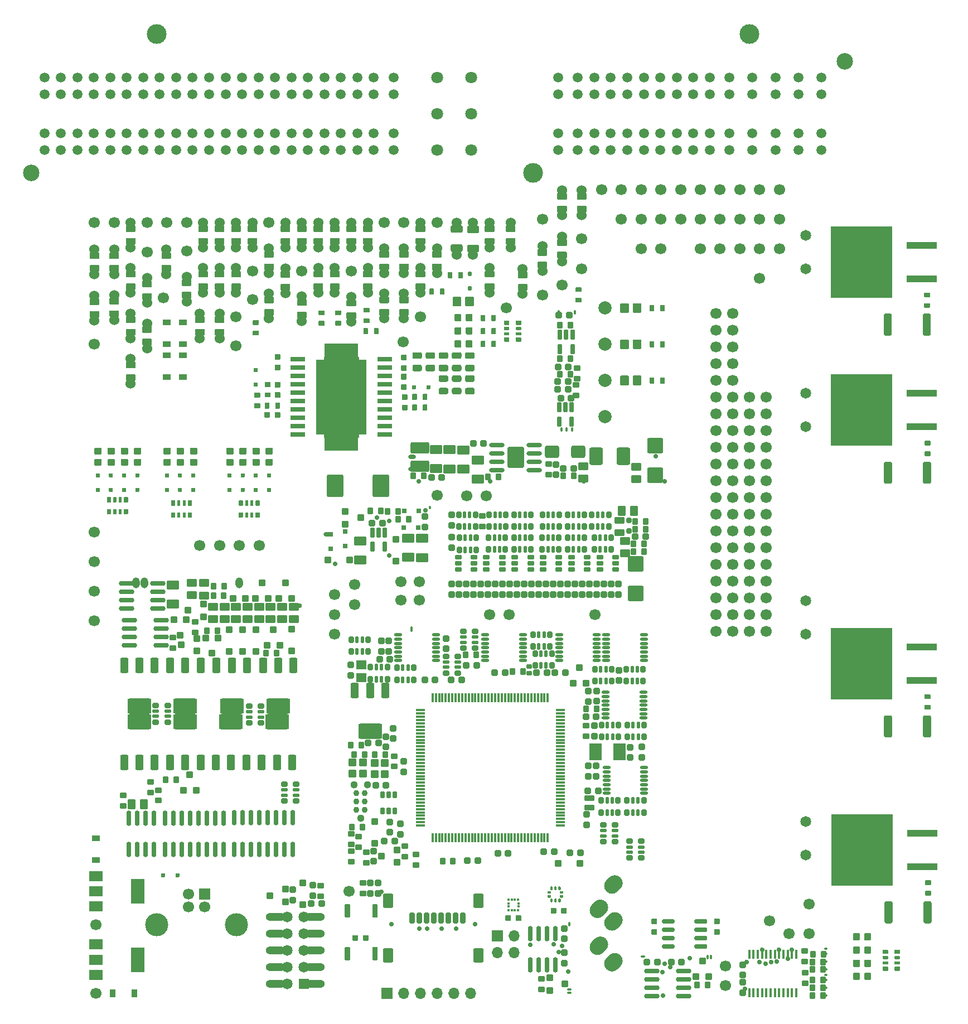
<source format=gts>
G75*
G70*
%OFA0B0*%
%FSLAX25Y25*%
%IPPOS*%
%LPD*%
%AMOC8*
5,1,8,0,0,1.08239X$1,22.5*
%
%AMM162*
21,1,0.038980,0.026770,-0.000000,0.000000,0.000000*
21,1,0.026770,0.038980,-0.000000,0.000000,0.000000*
1,1,0.012210,0.013390,-0.013390*
1,1,0.012210,-0.013390,-0.013390*
1,1,0.012210,-0.013390,0.013390*
1,1,0.012210,0.013390,0.013390*
%
%AMM163*
21,1,0.033070,0.030710,-0.000000,0.000000,90.000000*
21,1,0.022050,0.041730,-0.000000,0.000000,90.000000*
1,1,0.011020,0.015350,0.011020*
1,1,0.011020,0.015350,-0.011020*
1,1,0.011020,-0.015350,-0.011020*
1,1,0.011020,-0.015350,0.011020*
%
%AMM165*
21,1,0.038980,0.026770,-0.000000,0.000000,270.000000*
21,1,0.026770,0.038980,-0.000000,0.000000,270.000000*
1,1,0.012210,-0.013390,-0.013390*
1,1,0.012210,-0.013390,0.013390*
1,1,0.012210,0.013390,0.013390*
1,1,0.012210,0.013390,-0.013390*
%
%AMM184*
21,1,0.040950,0.050000,-0.000000,-0.000000,90.000000*
21,1,0.028350,0.062600,-0.000000,-0.000000,90.000000*
1,1,0.012600,0.025000,0.014170*
1,1,0.012600,0.025000,-0.014170*
1,1,0.012600,-0.025000,-0.014170*
1,1,0.012600,-0.025000,0.014170*
%
%AMM185*
21,1,0.092130,0.073230,-0.000000,-0.000000,90.000000*
21,1,0.069290,0.096060,-0.000000,-0.000000,90.000000*
1,1,0.022840,0.036610,0.034650*
1,1,0.022840,0.036610,-0.034650*
1,1,0.022840,-0.036610,-0.034650*
1,1,0.022840,-0.036610,0.034650*
%
%AMM186*
21,1,0.033070,0.030710,-0.000000,-0.000000,270.000000*
21,1,0.022050,0.041730,-0.000000,-0.000000,270.000000*
1,1,0.011020,-0.015350,-0.011020*
1,1,0.011020,-0.015350,0.011020*
1,1,0.011020,0.015350,0.011020*
1,1,0.011020,0.015350,-0.011020*
%
%AMM187*
21,1,0.044880,0.049210,-0.000000,-0.000000,0.000000*
21,1,0.031500,0.062600,-0.000000,-0.000000,0.000000*
1,1,0.013390,0.015750,-0.024610*
1,1,0.013390,-0.015750,-0.024610*
1,1,0.013390,-0.015750,0.024610*
1,1,0.013390,0.015750,0.024610*
%
%AMM188*
21,1,0.029130,0.030710,-0.000000,-0.000000,270.000000*
21,1,0.018900,0.040950,-0.000000,-0.000000,270.000000*
1,1,0.010240,-0.015350,-0.009450*
1,1,0.010240,-0.015350,0.009450*
1,1,0.010240,0.015350,0.009450*
1,1,0.010240,0.015350,-0.009450*
%
%AMM189*
21,1,0.031100,0.026380,-0.000000,-0.000000,180.000000*
21,1,0.020470,0.037010,-0.000000,-0.000000,180.000000*
1,1,0.010630,-0.010240,0.013190*
1,1,0.010630,0.010240,0.013190*
1,1,0.010630,0.010240,-0.013190*
1,1,0.010630,-0.010240,-0.013190*
%
%AMM190*
21,1,0.023230,0.027950,-0.000000,-0.000000,180.000000*
21,1,0.014170,0.037010,-0.000000,-0.000000,180.000000*
1,1,0.009060,-0.007090,0.013980*
1,1,0.009060,0.007090,0.013980*
1,1,0.009060,0.007090,-0.013980*
1,1,0.009060,-0.007090,-0.013980*
%
%AMM191*
21,1,0.038980,0.026770,-0.000000,-0.000000,90.000000*
21,1,0.026770,0.038980,-0.000000,-0.000000,90.000000*
1,1,0.012210,0.013390,0.013390*
1,1,0.012210,0.013390,-0.013390*
1,1,0.012210,-0.013390,-0.013390*
1,1,0.012210,-0.013390,0.013390*
%
%AMM192*
21,1,0.033070,0.030710,-0.000000,-0.000000,180.000000*
21,1,0.022050,0.041730,-0.000000,-0.000000,180.000000*
1,1,0.011020,-0.011020,0.015350*
1,1,0.011020,0.011020,0.015350*
1,1,0.011020,0.011020,-0.015350*
1,1,0.011020,-0.011020,-0.015350*
%
%AMM193*
21,1,0.044880,0.049210,-0.000000,-0.000000,270.000000*
21,1,0.031500,0.062600,-0.000000,-0.000000,270.000000*
1,1,0.013390,-0.024610,-0.015750*
1,1,0.013390,-0.024610,0.015750*
1,1,0.013390,0.024610,0.015750*
1,1,0.013390,0.024610,-0.015750*
%
%AMM194*
21,1,0.038980,0.026770,-0.000000,-0.000000,0.000000*
21,1,0.026770,0.038980,-0.000000,-0.000000,0.000000*
1,1,0.012210,0.013390,-0.013390*
1,1,0.012210,-0.013390,-0.013390*
1,1,0.012210,-0.013390,0.013390*
1,1,0.012210,0.013390,0.013390*
%
%AMM202*
21,1,0.038980,0.026770,-0.000000,0.000000,90.000000*
21,1,0.026770,0.038980,-0.000000,0.000000,90.000000*
1,1,0.012210,0.013390,0.013390*
1,1,0.012210,0.013390,-0.013390*
1,1,0.012210,-0.013390,-0.013390*
1,1,0.012210,-0.013390,0.013390*
%
%AMM203*
21,1,0.033070,0.030710,-0.000000,0.000000,0.000000*
21,1,0.022050,0.041730,-0.000000,0.000000,0.000000*
1,1,0.011020,0.011020,-0.015350*
1,1,0.011020,-0.011020,-0.015350*
1,1,0.011020,-0.011020,0.015350*
1,1,0.011020,0.011020,0.015350*
%
%AMM229*
21,1,0.033070,0.030710,-0.000000,0.000000,270.000000*
21,1,0.022050,0.041730,-0.000000,0.000000,270.000000*
1,1,0.011020,-0.015350,-0.011020*
1,1,0.011020,-0.015350,0.011020*
1,1,0.011020,0.015350,0.011020*
1,1,0.011020,0.015350,-0.011020*
%
%AMM239*
21,1,0.040950,0.030320,-0.000000,0.000000,270.000000*
21,1,0.028350,0.042910,-0.000000,0.000000,270.000000*
1,1,0.012600,-0.015160,-0.014170*
1,1,0.012600,-0.015160,0.014170*
1,1,0.012600,0.015160,0.014170*
1,1,0.012600,0.015160,-0.014170*
%
%AMM273*
21,1,0.033070,0.030710,-0.000000,-0.000000,0.000000*
21,1,0.022050,0.041730,-0.000000,-0.000000,0.000000*
1,1,0.011020,0.011020,-0.015350*
1,1,0.011020,-0.011020,-0.015350*
1,1,0.011020,-0.011020,0.015350*
1,1,0.011020,0.011020,0.015350*
%
%AMM274*
21,1,0.015350,0.017720,-0.000000,-0.000000,0.000000*
21,1,0.000000,0.033070,-0.000000,-0.000000,0.000000*
1,1,0.015350,-0.000000,-0.008860*
1,1,0.015350,-0.000000,-0.008860*
1,1,0.015350,-0.000000,0.008860*
1,1,0.015350,-0.000000,0.008860*
%
%AMM275*
21,1,0.029130,0.030710,-0.000000,-0.000000,0.000000*
21,1,0.018900,0.040950,-0.000000,-0.000000,0.000000*
1,1,0.010240,0.009450,-0.015350*
1,1,0.010240,-0.009450,-0.015350*
1,1,0.010240,-0.009450,0.015350*
1,1,0.010240,0.009450,0.015350*
%
%AMM276*
21,1,0.033070,0.030710,-0.000000,-0.000000,90.000000*
21,1,0.022050,0.041730,-0.000000,-0.000000,90.000000*
1,1,0.011020,0.015350,0.011020*
1,1,0.011020,0.015350,-0.011020*
1,1,0.011020,-0.015350,-0.011020*
1,1,0.011020,-0.015350,0.011020*
%
%AMM277*
21,1,0.033070,0.018900,-0.000000,-0.000000,0.000000*
21,1,0.022840,0.029130,-0.000000,-0.000000,0.000000*
1,1,0.010240,0.011420,-0.009450*
1,1,0.010240,-0.011420,-0.009450*
1,1,0.010240,-0.011420,0.009450*
1,1,0.010240,0.011420,0.009450*
%
%AMM278*
21,1,0.143310,0.067720,-0.000000,-0.000000,180.000000*
21,1,0.120870,0.090160,-0.000000,-0.000000,180.000000*
1,1,0.022440,-0.060430,0.033860*
1,1,0.022440,0.060430,0.033860*
1,1,0.022440,0.060430,-0.033860*
1,1,0.022440,-0.060430,-0.033860*
%
%AMM279*
21,1,0.048820,0.075980,-0.000000,-0.000000,180.000000*
21,1,0.034650,0.090160,-0.000000,-0.000000,180.000000*
1,1,0.014170,-0.017320,0.037990*
1,1,0.014170,0.017320,0.037990*
1,1,0.014170,0.017320,-0.037990*
1,1,0.014170,-0.017320,-0.037990*
%
%AMM280*
21,1,0.048820,0.075990,-0.000000,-0.000000,180.000000*
21,1,0.034650,0.090160,-0.000000,-0.000000,180.000000*
1,1,0.014170,-0.017320,0.037990*
1,1,0.014170,0.017320,0.037990*
1,1,0.014170,0.017320,-0.037990*
1,1,0.014170,-0.017320,-0.037990*
%
%AMM281*
21,1,0.044880,0.035430,-0.000000,-0.000000,90.000000*
21,1,0.031500,0.048820,-0.000000,-0.000000,90.000000*
1,1,0.013390,0.017720,0.015750*
1,1,0.013390,0.017720,-0.015750*
1,1,0.013390,-0.017720,-0.015750*
1,1,0.013390,-0.017720,0.015750*
%
%AMM282*
21,1,0.040950,0.030320,-0.000000,-0.000000,90.000000*
21,1,0.028350,0.042910,-0.000000,-0.000000,90.000000*
1,1,0.012600,0.015160,0.014170*
1,1,0.012600,0.015160,-0.014170*
1,1,0.012600,-0.015160,-0.014170*
1,1,0.012600,-0.015160,0.014170*
%
%AMM283*
21,1,0.041340,0.026770,-0.000000,-0.000000,90.000000*
21,1,0.029130,0.038980,-0.000000,-0.000000,90.000000*
1,1,0.012210,0.013390,0.014570*
1,1,0.012210,0.013390,-0.014570*
1,1,0.012210,-0.013390,-0.014570*
1,1,0.012210,-0.013390,0.014570*
%
%AMM284*
21,1,0.040950,0.030320,-0.000000,-0.000000,0.000000*
21,1,0.028350,0.042910,-0.000000,-0.000000,0.000000*
1,1,0.012600,0.014170,-0.015160*
1,1,0.012600,-0.014170,-0.015160*
1,1,0.012600,-0.014170,0.015160*
1,1,0.012600,0.014170,0.015160*
%
%AMM285*
21,1,0.031100,0.026380,-0.000000,-0.000000,90.000000*
21,1,0.020470,0.037010,-0.000000,-0.000000,90.000000*
1,1,0.010630,0.013190,0.010240*
1,1,0.010630,0.013190,-0.010240*
1,1,0.010630,-0.013190,-0.010240*
1,1,0.010630,-0.013190,0.010240*
%
%AMM286*
21,1,0.023230,0.027950,-0.000000,-0.000000,90.000000*
21,1,0.014170,0.037010,-0.000000,-0.000000,90.000000*
1,1,0.009060,0.013980,0.007090*
1,1,0.009060,0.013980,-0.007090*
1,1,0.009060,-0.013980,-0.007090*
1,1,0.009060,-0.013980,0.007090*
%
%AMM287*
21,1,0.033070,0.049610,-0.000000,-0.000000,90.000000*
21,1,0.022050,0.060630,-0.000000,-0.000000,90.000000*
1,1,0.011020,0.024800,0.011020*
1,1,0.011020,0.024800,-0.011020*
1,1,0.011020,-0.024800,-0.011020*
1,1,0.011020,-0.024800,0.011020*
%
%AMM288*
21,1,0.041340,0.026770,-0.000000,-0.000000,0.000000*
21,1,0.029130,0.038980,-0.000000,-0.000000,0.000000*
1,1,0.012210,0.014570,-0.013390*
1,1,0.012210,-0.014570,-0.013390*
1,1,0.012210,-0.014570,0.013390*
1,1,0.012210,0.014570,0.013390*
%
%AMM303*
21,1,0.040950,0.030320,-0.000000,0.000000,90.000000*
21,1,0.028350,0.042910,-0.000000,0.000000,90.000000*
1,1,0.012600,0.015160,0.014170*
1,1,0.012600,0.015160,-0.014170*
1,1,0.012600,-0.015160,-0.014170*
1,1,0.012600,-0.015160,0.014170*
%
%AMM323*
21,1,0.040950,0.030320,-0.000000,-0.000000,180.000000*
21,1,0.028350,0.042910,-0.000000,-0.000000,180.000000*
1,1,0.012600,-0.014170,0.015160*
1,1,0.012600,0.014170,0.015160*
1,1,0.012600,0.014170,-0.015160*
1,1,0.012600,-0.014170,-0.015160*
%
%AMM324*
21,1,0.076380,0.036220,-0.000000,-0.000000,180.000000*
21,1,0.061810,0.050790,-0.000000,-0.000000,180.000000*
1,1,0.014570,-0.030910,0.018110*
1,1,0.014570,0.030910,0.018110*
1,1,0.014570,0.030910,-0.018110*
1,1,0.014570,-0.030910,-0.018110*
%
%AMM325*
21,1,0.048820,0.075980,-0.000000,-0.000000,0.000000*
21,1,0.034650,0.090160,-0.000000,-0.000000,0.000000*
1,1,0.014170,0.017320,-0.037990*
1,1,0.014170,-0.017320,-0.037990*
1,1,0.014170,-0.017320,0.037990*
1,1,0.014170,0.017320,0.037990*
%
%AMM326*
21,1,0.048820,0.075990,-0.000000,-0.000000,0.000000*
21,1,0.034650,0.090160,-0.000000,-0.000000,0.000000*
1,1,0.014170,0.017320,-0.037990*
1,1,0.014170,-0.017320,-0.037990*
1,1,0.014170,-0.017320,0.037990*
1,1,0.014170,0.017320,0.037990*
%
%AMM327*
21,1,0.143310,0.067720,-0.000000,-0.000000,0.000000*
21,1,0.120870,0.090160,-0.000000,-0.000000,0.000000*
1,1,0.022440,0.060430,-0.033860*
1,1,0.022440,-0.060430,-0.033860*
1,1,0.022440,-0.060430,0.033860*
1,1,0.022440,0.060430,0.033860*
%
%AMM328*
21,1,0.031100,0.026380,-0.000000,-0.000000,270.000000*
21,1,0.020470,0.037010,-0.000000,-0.000000,270.000000*
1,1,0.010630,-0.013190,-0.010240*
1,1,0.010630,-0.013190,0.010240*
1,1,0.010630,0.013190,0.010240*
1,1,0.010630,0.013190,-0.010240*
%
%AMM329*
21,1,0.023230,0.027950,-0.000000,-0.000000,270.000000*
21,1,0.014170,0.037010,-0.000000,-0.000000,270.000000*
1,1,0.009060,-0.013980,-0.007090*
1,1,0.009060,-0.013980,0.007090*
1,1,0.009060,0.013980,0.007090*
1,1,0.009060,0.013980,-0.007090*
%
%AMM330*
21,1,0.041340,0.026770,-0.000000,-0.000000,270.000000*
21,1,0.029130,0.038980,-0.000000,-0.000000,270.000000*
1,1,0.012210,-0.013390,-0.014570*
1,1,0.012210,-0.013390,0.014570*
1,1,0.012210,0.013390,0.014570*
1,1,0.012210,0.013390,-0.014570*
%
%AMM333*
21,1,0.038980,0.026770,-0.000000,-0.000000,180.000000*
21,1,0.026770,0.038980,-0.000000,-0.000000,180.000000*
1,1,0.012210,-0.013390,0.013390*
1,1,0.012210,0.013390,0.013390*
1,1,0.012210,0.013390,-0.013390*
1,1,0.012210,-0.013390,-0.013390*
%
%AMM34*
21,1,0.033070,0.030710,0.000000,0.000000,270.000000*
21,1,0.022050,0.041730,0.000000,0.000000,270.000000*
1,1,0.011020,-0.015350,-0.011020*
1,1,0.011020,-0.015350,0.011020*
1,1,0.011020,0.015350,0.011020*
1,1,0.011020,0.015350,-0.011020*
%
%AMM341*
21,1,0.041340,0.026770,-0.000000,0.000000,90.000000*
21,1,0.029130,0.038980,-0.000000,0.000000,90.000000*
1,1,0.012210,0.013390,0.014570*
1,1,0.012210,0.013390,-0.014570*
1,1,0.012210,-0.013390,-0.014570*
1,1,0.012210,-0.013390,0.014570*
%
%AMM354*
21,1,0.038980,0.026770,0.000000,-0.000000,180.000000*
21,1,0.026770,0.038980,0.000000,-0.000000,180.000000*
1,1,0.012210,-0.013390,0.013390*
1,1,0.012210,0.013390,0.013390*
1,1,0.012210,0.013390,-0.013390*
1,1,0.012210,-0.013390,-0.013390*
%
%AMM355*
21,1,0.027170,0.052760,0.000000,-0.000000,180.000000*
21,1,0.017320,0.062600,0.000000,-0.000000,180.000000*
1,1,0.009840,-0.008660,0.026380*
1,1,0.009840,0.008660,0.026380*
1,1,0.009840,0.008660,-0.026380*
1,1,0.009840,-0.008660,-0.026380*
%
%AMM356*
21,1,0.033070,0.030710,0.000000,-0.000000,90.000000*
21,1,0.022050,0.041730,0.000000,-0.000000,90.000000*
1,1,0.011020,0.015350,0.011020*
1,1,0.011020,0.015350,-0.011020*
1,1,0.011020,-0.015350,-0.011020*
1,1,0.011020,-0.015350,0.011020*
%
%AMM357*
21,1,0.033070,0.030710,0.000000,-0.000000,180.000000*
21,1,0.022050,0.041730,0.000000,-0.000000,180.000000*
1,1,0.011020,-0.011020,0.015350*
1,1,0.011020,0.011020,0.015350*
1,1,0.011020,0.011020,-0.015350*
1,1,0.011020,-0.011020,-0.015350*
%
%AMM379*
21,1,0.040950,0.030320,-0.000000,-0.000000,270.000000*
21,1,0.028350,0.042910,-0.000000,-0.000000,270.000000*
1,1,0.012600,-0.015160,-0.014170*
1,1,0.012600,-0.015160,0.014170*
1,1,0.012600,0.015160,0.014170*
1,1,0.012600,0.015160,-0.014170*
%
%AMM380*
21,1,0.027170,0.052760,-0.000000,-0.000000,180.000000*
21,1,0.017320,0.062600,-0.000000,-0.000000,180.000000*
1,1,0.009840,-0.008660,0.026380*
1,1,0.009840,0.008660,0.026380*
1,1,0.009840,0.008660,-0.026380*
1,1,0.009840,-0.008660,-0.026380*
%
%AMM381*
21,1,0.100000,0.111020,-0.000000,-0.000000,0.000000*
21,1,0.075590,0.135430,-0.000000,-0.000000,0.000000*
1,1,0.024410,0.037800,-0.055510*
1,1,0.024410,-0.037800,-0.055510*
1,1,0.024410,-0.037800,0.055510*
1,1,0.024410,0.037800,0.055510*
%
%AMM382*
21,1,0.029130,0.018900,-0.000000,-0.000000,90.000000*
21,1,0.018900,0.029130,-0.000000,-0.000000,90.000000*
1,1,0.010240,0.009450,0.009450*
1,1,0.010240,0.009450,-0.009450*
1,1,0.010240,-0.009450,-0.009450*
1,1,0.010240,-0.009450,0.009450*
%
%AMM383*
21,1,0.041340,0.026770,-0.000000,-0.000000,180.000000*
21,1,0.029130,0.038980,-0.000000,-0.000000,180.000000*
1,1,0.012210,-0.014570,0.013390*
1,1,0.012210,0.014570,0.013390*
1,1,0.012210,0.014570,-0.013390*
1,1,0.012210,-0.014570,-0.013390*
%
%AMM384*
21,1,0.029130,0.018900,-0.000000,-0.000000,0.000000*
21,1,0.018900,0.029130,-0.000000,-0.000000,0.000000*
1,1,0.010240,0.009450,-0.009450*
1,1,0.010240,-0.009450,-0.009450*
1,1,0.010240,-0.009450,0.009450*
1,1,0.010240,0.009450,0.009450*
%
%AMM385*
21,1,0.038980,0.026770,-0.000000,-0.000000,270.000000*
21,1,0.026770,0.038980,-0.000000,-0.000000,270.000000*
1,1,0.012210,-0.013390,-0.013390*
1,1,0.012210,-0.013390,0.013390*
1,1,0.012210,0.013390,0.013390*
1,1,0.012210,0.013390,-0.013390*
%
%AMM404*
21,1,0.111810,0.050390,-0.000000,-0.000000,180.000000*
21,1,0.093700,0.068500,-0.000000,-0.000000,180.000000*
1,1,0.018110,-0.046850,0.025200*
1,1,0.018110,0.046850,0.025200*
1,1,0.018110,0.046850,-0.025200*
1,1,0.018110,-0.046850,-0.025200*
%
%AMM405*
21,1,0.080320,0.083460,-0.000000,-0.000000,0.000000*
21,1,0.059840,0.103940,-0.000000,-0.000000,0.000000*
1,1,0.020470,0.029920,-0.041730*
1,1,0.020470,-0.029920,-0.041730*
1,1,0.020470,-0.029920,0.041730*
1,1,0.020470,0.029920,0.041730*
%
%AMM406*
21,1,0.127560,0.075590,-0.000000,-0.000000,90.000000*
21,1,0.103150,0.100000,-0.000000,-0.000000,90.000000*
1,1,0.024410,0.037800,0.051580*
1,1,0.024410,0.037800,-0.051580*
1,1,0.024410,-0.037800,-0.051580*
1,1,0.024410,-0.037800,0.051580*
%
%AMM407*
21,1,0.084250,0.053540,-0.000000,-0.000000,0.000000*
21,1,0.065350,0.072440,-0.000000,-0.000000,0.000000*
1,1,0.018900,0.032680,-0.026770*
1,1,0.018900,-0.032680,-0.026770*
1,1,0.018900,-0.032680,0.026770*
1,1,0.018900,0.032680,0.026770*
%
%AMM408*
21,1,0.076380,0.036220,-0.000000,-0.000000,0.000000*
21,1,0.061810,0.050790,-0.000000,-0.000000,0.000000*
1,1,0.014570,0.030910,-0.018110*
1,1,0.014570,-0.030910,-0.018110*
1,1,0.014570,-0.030910,0.018110*
1,1,0.014570,0.030910,0.018110*
%
%AMM409*
21,1,0.092130,0.073230,-0.000000,-0.000000,270.000000*
21,1,0.069290,0.096060,-0.000000,-0.000000,270.000000*
1,1,0.022840,-0.036610,-0.034650*
1,1,0.022840,-0.036610,0.034650*
1,1,0.022840,0.036610,0.034650*
1,1,0.022840,0.036610,-0.034650*
%
%AMM81*
21,1,0.084250,0.045670,0.000000,0.000000,270.000000*
21,1,0.067320,0.062600,0.000000,0.000000,270.000000*
1,1,0.016930,-0.022840,-0.033660*
1,1,0.016930,-0.022840,0.033660*
1,1,0.016930,0.022840,0.033660*
1,1,0.016930,0.022840,-0.033660*
%
%AMM82*
21,1,0.064570,0.020470,0.000000,0.000000,270.000000*
21,1,0.053940,0.031100,0.000000,0.000000,270.000000*
1,1,0.010630,-0.010240,-0.026970*
1,1,0.010630,-0.010240,0.026970*
1,1,0.010630,0.010240,0.026970*
1,1,0.010630,0.010240,-0.026970*
%
%AMM83*
21,1,0.038980,0.026770,0.000000,0.000000,90.000000*
21,1,0.026770,0.038980,0.000000,0.000000,90.000000*
1,1,0.012210,0.013390,0.013390*
1,1,0.012210,0.013390,-0.013390*
1,1,0.012210,-0.013390,-0.013390*
1,1,0.012210,-0.013390,0.013390*
%
%ADD11C,0.06693*%
%ADD12C,0.06000*%
%ADD124C,0.03701*%
%ADD13R,0.06693X0.06693*%
%ADD14O,0.06693X0.06693*%
%ADD148M34*%
%ADD149C,0.02913*%
%ADD15R,0.18110X0.04331*%
%ADD16R,0.37008X0.42520*%
%ADD17C,0.11811*%
%ADD18C,0.09843*%
%ADD186O,0.05669X0.01417*%
%ADD187O,0.01417X0.05669*%
%ADD19C,0.05906*%
%ADD192O,0.04882X0.01732*%
%ADD194R,0.06457X0.05669*%
%ADD196R,0.07244X0.10000*%
%ADD20C,0.07087*%
%ADD201C,0.03651*%
%ADD204C,0.04451*%
%ADD21C,0.13780*%
%ADD217M81*%
%ADD218M82*%
%ADD219M83*%
%ADD22R,0.04724X0.03543*%
%ADD23R,0.08661X0.03150*%
%ADD235O,0.04488X0.06457*%
%ADD236O,0.03701X0.02913*%
%ADD24R,0.20000X0.08000*%
%ADD243O,0.02913X0.09213*%
%ADD244O,0.09213X0.02913*%
%ADD247O,0.02126X0.01339*%
%ADD25R,0.30000X0.45000*%
%ADD254O,0.02520X0.01535*%
%ADD255O,0.01535X0.02520*%
%ADD26C,0.07874*%
%ADD267C,0.06457*%
%ADD268R,0.06457X0.06457*%
%ADD27C,0.06496*%
%ADD28R,0.07874X0.05906*%
%ADD287O,0.04488X0.02520*%
%ADD288O,0.01339X0.02520*%
%ADD29R,0.07874X0.14961*%
%ADD303O,0.09213X0.02520*%
%ADD308O,0.02520X0.04488*%
%ADD32O,0.01575X0.00787*%
%ADD33C,0.02362*%
%ADD330M162*%
%ADD331M163*%
%ADD333M165*%
%ADD352M184*%
%ADD353M185*%
%ADD354M186*%
%ADD355M187*%
%ADD356M188*%
%ADD357M189*%
%ADD358M190*%
%ADD359M191*%
%ADD36O,0.03937X0.01969*%
%ADD360M192*%
%ADD361M193*%
%ADD362M194*%
%ADD372O,0.01535X0.05512*%
%ADD373M202*%
%ADD374M203*%
%ADD403M229*%
%ADD416M239*%
%ADD42O,0.00787X0.01969*%
%ADD450M273*%
%ADD451M274*%
%ADD452M275*%
%ADD453M276*%
%ADD454M277*%
%ADD455M278*%
%ADD456M279*%
%ADD457M280*%
%ADD458M281*%
%ADD459M282*%
%ADD460M283*%
%ADD461M284*%
%ADD462M285*%
%ADD463M286*%
%ADD464M287*%
%ADD465M288*%
%ADD490M303*%
%ADD515M323*%
%ADD516M324*%
%ADD517M325*%
%ADD518M326*%
%ADD519M327*%
%ADD520M328*%
%ADD521M329*%
%ADD522M330*%
%ADD525M333*%
%ADD53R,0.03543X0.04724*%
%ADD534O,0.11772X0.04567*%
%ADD535M341*%
%ADD54R,0.01378X0.01476*%
%ADD548M354*%
%ADD549M355*%
%ADD55R,0.01476X0.01378*%
%ADD550M356*%
%ADD551M357*%
%ADD56O,0.01969X0.00984*%
%ADD581M379*%
%ADD582M380*%
%ADD583M381*%
%ADD584M382*%
%ADD585M383*%
%ADD586M384*%
%ADD587M385*%
%ADD61O,0.00984X0.01969*%
%ADD614M404*%
%ADD615M405*%
%ADD616M406*%
%ADD617M407*%
%ADD618M408*%
%ADD619M409*%
%ADD71O,0.03937X0.05906*%
%ADD72O,0.03150X0.02362*%
%ADD82C,0.00039*%
X0000000Y0000000D02*
%LPD*%
G01*
D82*
X0266306Y0405938D02*
X0266306Y0404290D01*
X0266306Y0404290D02*
X0245485Y0404290D01*
X0245485Y0404290D02*
X0245485Y0405938D01*
X0245485Y0405938D02*
X0266306Y0405938D01*
G36*
X0266306Y0404290D02*
G01*
X0245485Y0404290D01*
X0245485Y0405938D01*
X0266306Y0405938D01*
X0266306Y0404290D01*
G37*
X0266306Y0404290D02*
X0245485Y0404290D01*
X0245485Y0405938D01*
X0266306Y0405938D01*
X0266306Y0404290D01*
X0266306Y0359467D02*
X0266306Y0357890D01*
X0266306Y0357890D02*
X0245495Y0357890D01*
X0245495Y0357890D02*
X0245495Y0359467D01*
X0245495Y0359467D02*
X0266306Y0359467D01*
G36*
X0266306Y0357890D02*
G01*
X0245495Y0357890D01*
X0245495Y0359467D01*
X0266306Y0359467D01*
X0266306Y0357890D01*
G37*
X0266306Y0357890D02*
X0245495Y0357890D01*
X0245495Y0359467D01*
X0266306Y0359467D01*
X0266306Y0357890D01*
G36*
G01*
X0308465Y0443346D02*
X0308465Y0446417D01*
G75*
G02*
X0308740Y0446693I0000276J0000000D01*
G01*
X0310945Y0446693D01*
G75*
G02*
X0311220Y0446417I0000000J-000276D01*
G01*
X0311220Y0443346D01*
G75*
G02*
X0310945Y0443071I-000276J0000000D01*
G01*
X0308740Y0443071D01*
G75*
G02*
X0308465Y0443346I0000000J0000276D01*
G01*
G37*
G36*
G01*
X0314764Y0443346D02*
X0314764Y0446417D01*
G75*
G02*
X0315039Y0446693I0000276J0000000D01*
G01*
X0317244Y0446693D01*
G75*
G02*
X0317520Y0446417I0000000J-000276D01*
G01*
X0317520Y0443346D01*
G75*
G02*
X0317244Y0443071I-000276J0000000D01*
G01*
X0315039Y0443071D01*
G75*
G02*
X0314764Y0443346I0000000J0000276D01*
G01*
G37*
D11*
X0411417Y0505906D03*
D12*
X0129921Y0416909D03*
G36*
G01*
X0132382Y0418701D02*
X0127461Y0418701D01*
G75*
G02*
X0127067Y0419094I0000000J0000394D01*
G01*
X0127067Y0422244D01*
G75*
G02*
X0127461Y0422638I0000394J0000000D01*
G01*
X0132382Y0422638D01*
G75*
G02*
X0132776Y0422244I0000000J-000394D01*
G01*
X0132776Y0419094D01*
G75*
G02*
X0132382Y0418701I-000394J0000000D01*
G01*
G37*
X0129921Y0431909D03*
G36*
G01*
X0132382Y0426181D02*
X0127461Y0426181D01*
G75*
G02*
X0127067Y0426575I0000000J0000394D01*
G01*
X0127067Y0429724D01*
G75*
G02*
X0127461Y0430118I0000394J0000000D01*
G01*
X0132382Y0430118D01*
G75*
G02*
X0132776Y0429724I0000000J-000394D01*
G01*
X0132776Y0426575D01*
G75*
G02*
X0132382Y0426181I-000394J0000000D01*
G01*
G37*
G36*
G01*
X0608415Y0190650D02*
X0608415Y0179429D01*
G75*
G02*
X0607431Y0178445I-000984J0000000D01*
G01*
X0604577Y0178445D01*
G75*
G02*
X0603593Y0179429I0000000J0000984D01*
G01*
X0603593Y0190650D01*
G75*
G02*
X0604577Y0191634I0000984J0000000D01*
G01*
X0607431Y0191634D01*
G75*
G02*
X0608415Y0190650I0000000J-000984D01*
G01*
G37*
G36*
G01*
X0585089Y0190650D02*
X0585089Y0179429D01*
G75*
G02*
X0584104Y0178445I-000984J0000000D01*
G01*
X0581250Y0178445D01*
G75*
G02*
X0580266Y0179429I0000000J0000984D01*
G01*
X0580266Y0190650D01*
G75*
G02*
X0581250Y0191634I0000984J0000000D01*
G01*
X0584104Y0191634D01*
G75*
G02*
X0585089Y0190650I0000000J-000984D01*
G01*
G37*
D11*
X0505906Y0470472D03*
X0446850Y0488189D03*
D13*
X0282992Y0025591D03*
D14*
X0292992Y0025591D03*
X0302992Y0025591D03*
X0312992Y0025591D03*
X0322992Y0025591D03*
X0332992Y0025591D03*
D12*
X0334646Y0486024D03*
G36*
G01*
X0331102Y0480728D02*
X0331102Y0483445D01*
G75*
G02*
X0332008Y0484350I0000906J0000000D01*
G01*
X0337283Y0484350D01*
G75*
G02*
X0338189Y0483445I0000000J-000906D01*
G01*
X0338189Y0480728D01*
G75*
G02*
X0337283Y0479823I-000906J0000000D01*
G01*
X0332008Y0479823D01*
G75*
G02*
X0331102Y0480728I0000000J0000906D01*
G01*
G37*
G36*
G01*
X0331102Y0469311D02*
X0331102Y0472028D01*
G75*
G02*
X0332008Y0472933I0000906J0000000D01*
G01*
X0337283Y0472933D01*
G75*
G02*
X0338189Y0472028I0000000J-000906D01*
G01*
X0338189Y0469311D01*
G75*
G02*
X0337283Y0468405I-000906J0000000D01*
G01*
X0332008Y0468405D01*
G75*
G02*
X0331102Y0469311I0000000J0000906D01*
G01*
G37*
X0334646Y0466732D03*
D11*
X0260630Y0086614D03*
G36*
G01*
X0291969Y0407106D02*
X0294646Y0407106D01*
G75*
G02*
X0294980Y0406772I0000000J-000335D01*
G01*
X0294980Y0404094D01*
G75*
G02*
X0294646Y0403760I-000335J0000000D01*
G01*
X0291969Y0403760D01*
G75*
G02*
X0291634Y0404094I0000000J0000335D01*
G01*
X0291634Y0406772D01*
G75*
G02*
X0291969Y0407106I0000335J0000000D01*
G01*
G37*
G36*
G01*
X0291969Y0400886D02*
X0294646Y0400886D01*
G75*
G02*
X0294980Y0400551I0000000J-000335D01*
G01*
X0294980Y0397874D01*
G75*
G02*
X0294646Y0397539I-000335J0000000D01*
G01*
X0291969Y0397539D01*
G75*
G02*
X0291634Y0397874I0000000J0000335D01*
G01*
X0291634Y0400551D01*
G75*
G02*
X0291969Y0400886I0000335J0000000D01*
G01*
G37*
D15*
X0603248Y0101319D03*
D16*
X0567224Y0111319D03*
D15*
X0603248Y0121319D03*
G36*
G01*
X0339173Y0419724D02*
X0339173Y0422795D01*
G75*
G02*
X0339449Y0423071I0000276J0000000D01*
G01*
X0341654Y0423071D01*
G75*
G02*
X0341929Y0422795I0000000J-000276D01*
G01*
X0341929Y0419724D01*
G75*
G02*
X0341654Y0419449I-000276J0000000D01*
G01*
X0339449Y0419449D01*
G75*
G02*
X0339173Y0419724I0000000J0000276D01*
G01*
G37*
G36*
G01*
X0345472Y0419724D02*
X0345472Y0422795D01*
G75*
G02*
X0345748Y0423071I0000276J0000000D01*
G01*
X0347953Y0423071D01*
G75*
G02*
X0348228Y0422795I0000000J-000276D01*
G01*
X0348228Y0419724D01*
G75*
G02*
X0347953Y0419449I-000276J0000000D01*
G01*
X0345748Y0419449D01*
G75*
G02*
X0345472Y0419724I0000000J0000276D01*
G01*
G37*
D11*
X0482283Y0505906D03*
X0499921Y0291772D03*
X0499921Y0301772D03*
X0499921Y0311772D03*
X0499921Y0321772D03*
X0499921Y0331772D03*
X0509921Y0291772D03*
X0509921Y0301772D03*
X0509921Y0311772D03*
X0509921Y0321772D03*
X0509921Y0331772D03*
G36*
G01*
X0210039Y0375236D02*
X0210039Y0378307D01*
G75*
G02*
X0210315Y0378583I0000276J0000000D01*
G01*
X0212520Y0378583D01*
G75*
G02*
X0212795Y0378307I0000000J-000276D01*
G01*
X0212795Y0375236D01*
G75*
G02*
X0212520Y0374961I-000276J0000000D01*
G01*
X0210315Y0374961D01*
G75*
G02*
X0210039Y0375236I0000000J0000276D01*
G01*
G37*
G36*
G01*
X0216339Y0375236D02*
X0216339Y0378307D01*
G75*
G02*
X0216614Y0378583I0000276J0000000D01*
G01*
X0218819Y0378583D01*
G75*
G02*
X0219094Y0378307I0000000J-000276D01*
G01*
X0219094Y0375236D01*
G75*
G02*
X0218819Y0374961I-000276J0000000D01*
G01*
X0216614Y0374961D01*
G75*
G02*
X0216339Y0375236I0000000J0000276D01*
G01*
G37*
X0312992Y0486240D03*
G36*
G01*
X0116929Y0325433D02*
X0116929Y0327323D01*
G75*
G02*
X0117165Y0327559I0000236J0000000D01*
G01*
X0119055Y0327559D01*
G75*
G02*
X0119291Y0327323I0000000J-000236D01*
G01*
X0119291Y0325433D01*
G75*
G02*
X0119055Y0325197I-000236J0000000D01*
G01*
X0117165Y0325197D01*
G75*
G02*
X0116929Y0325433I0000000J0000236D01*
G01*
G37*
G36*
G01*
X0116929Y0334094D02*
X0116929Y0335984D01*
G75*
G02*
X0117165Y0336220I0000236J0000000D01*
G01*
X0119055Y0336220D01*
G75*
G02*
X0119291Y0335984I0000000J-000236D01*
G01*
X0119291Y0334094D01*
G75*
G02*
X0119055Y0333858I-000236J0000000D01*
G01*
X0117165Y0333858D01*
G75*
G02*
X0116929Y0334094I0000000J0000236D01*
G01*
G37*
D17*
X0145325Y0598819D03*
D18*
X0556742Y0582677D03*
D17*
X0370522Y0515748D03*
D18*
X0070522Y0515748D03*
D17*
X0499656Y0598819D03*
D19*
X0542963Y0572835D03*
X0529183Y0572835D03*
X0515404Y0572835D03*
X0501624Y0572835D03*
X0487844Y0572835D03*
X0476033Y0572835D03*
X0466191Y0572835D03*
X0456348Y0572835D03*
X0446506Y0572835D03*
X0436663Y0572835D03*
X0426821Y0572835D03*
X0416978Y0572835D03*
X0407136Y0572835D03*
X0397293Y0572835D03*
X0385482Y0572835D03*
X0542963Y0562992D03*
X0529183Y0562992D03*
X0515404Y0562992D03*
X0501624Y0562992D03*
X0487844Y0562992D03*
X0476033Y0562992D03*
X0466191Y0562992D03*
X0456348Y0562992D03*
X0446506Y0562992D03*
X0436663Y0562992D03*
X0426821Y0562992D03*
X0416978Y0562992D03*
X0407136Y0562992D03*
X0397293Y0562992D03*
X0385482Y0562992D03*
X0542963Y0539370D03*
X0529183Y0539370D03*
X0515404Y0539370D03*
X0501624Y0539370D03*
X0487844Y0539370D03*
X0476033Y0539370D03*
X0466191Y0539370D03*
X0456348Y0539370D03*
X0446506Y0539370D03*
X0436663Y0539370D03*
X0426821Y0539370D03*
X0416978Y0539370D03*
X0407136Y0539370D03*
X0397293Y0539370D03*
X0385482Y0539370D03*
X0542963Y0529528D03*
X0529183Y0529528D03*
X0515404Y0529528D03*
X0501624Y0529528D03*
X0487844Y0529528D03*
X0476033Y0529528D03*
X0466191Y0529528D03*
X0456348Y0529528D03*
X0446506Y0529528D03*
X0436663Y0529528D03*
X0426821Y0529528D03*
X0416978Y0529528D03*
X0407136Y0529528D03*
X0397293Y0529528D03*
X0385482Y0529528D03*
D20*
X0333514Y0572835D03*
X0313041Y0572835D03*
X0333514Y0551181D03*
X0313041Y0551181D03*
X0333514Y0529528D03*
X0313041Y0529528D03*
D19*
X0287057Y0572835D03*
X0275246Y0572835D03*
X0265404Y0572835D03*
X0255561Y0572835D03*
X0245719Y0572835D03*
X0235876Y0572835D03*
X0226033Y0572835D03*
X0216191Y0572835D03*
X0206348Y0572835D03*
X0196506Y0572835D03*
X0186663Y0572835D03*
X0176821Y0572835D03*
X0166978Y0572835D03*
X0157136Y0572835D03*
X0147293Y0572835D03*
X0137451Y0572835D03*
X0127608Y0572835D03*
X0117766Y0572835D03*
X0107923Y0572835D03*
X0098081Y0572835D03*
X0088238Y0572835D03*
X0078396Y0572835D03*
X0287057Y0562992D03*
X0275246Y0562992D03*
X0265404Y0562992D03*
X0255561Y0562992D03*
X0245719Y0562992D03*
X0235876Y0562992D03*
X0226033Y0562992D03*
X0216191Y0562992D03*
X0206348Y0562992D03*
X0196506Y0562992D03*
X0186663Y0562992D03*
X0176821Y0562992D03*
X0166978Y0562992D03*
X0157136Y0562992D03*
X0147293Y0562992D03*
X0137451Y0562992D03*
X0127608Y0562992D03*
X0117766Y0562992D03*
X0107923Y0562992D03*
X0098081Y0562992D03*
X0088238Y0562992D03*
X0078396Y0562992D03*
X0287057Y0539370D03*
X0275246Y0539370D03*
X0265404Y0539370D03*
X0255561Y0539370D03*
X0245719Y0539370D03*
X0235876Y0539370D03*
X0226033Y0539370D03*
X0216191Y0539370D03*
X0206348Y0539370D03*
X0196506Y0539370D03*
X0186663Y0539370D03*
X0176821Y0539370D03*
X0166978Y0539370D03*
X0157136Y0539370D03*
X0147293Y0539370D03*
X0137451Y0539370D03*
X0127608Y0539370D03*
X0117766Y0539370D03*
X0107923Y0539370D03*
X0098081Y0539370D03*
X0088238Y0539370D03*
X0078396Y0539370D03*
X0287057Y0529528D03*
X0275246Y0529528D03*
X0265404Y0529528D03*
X0255561Y0529528D03*
X0245719Y0529528D03*
X0235876Y0529528D03*
X0226033Y0529528D03*
X0216191Y0529528D03*
X0206348Y0529528D03*
X0196506Y0529528D03*
X0186663Y0529528D03*
X0176821Y0529528D03*
X0166978Y0529528D03*
X0157136Y0529528D03*
X0147293Y0529528D03*
X0137451Y0529528D03*
X0127608Y0529528D03*
X0117766Y0529528D03*
X0107923Y0529528D03*
X0098081Y0529528D03*
X0088238Y0529528D03*
X0078396Y0529528D03*
G36*
G01*
X0165846Y0440748D02*
X0160925Y0440748D01*
G75*
G02*
X0160531Y0441142I0000000J0000394D01*
G01*
X0160531Y0444291D01*
G75*
G02*
X0160925Y0444685I0000394J0000000D01*
G01*
X0165846Y0444685D01*
G75*
G02*
X0166240Y0444291I0000000J-000394D01*
G01*
X0166240Y0441142D01*
G75*
G02*
X0165846Y0440748I-000394J0000000D01*
G01*
G37*
D12*
X0163386Y0438957D03*
X0163386Y0453957D03*
G36*
G01*
X0165846Y0448228D02*
X0160925Y0448228D01*
G75*
G02*
X0160531Y0448622I0000000J0000394D01*
G01*
X0160531Y0451772D01*
G75*
G02*
X0160925Y0452165I0000394J0000000D01*
G01*
X0165846Y0452165D01*
G75*
G02*
X0166240Y0451772I0000000J-000394D01*
G01*
X0166240Y0448622D01*
G75*
G02*
X0165846Y0448228I-000394J0000000D01*
G01*
G37*
G36*
G01*
X0481693Y0060610D02*
X0479016Y0060610D01*
G75*
G02*
X0478681Y0060945I0000000J0000335D01*
G01*
X0478681Y0063622D01*
G75*
G02*
X0479016Y0063957I0000335J0000000D01*
G01*
X0481693Y0063957D01*
G75*
G02*
X0482028Y0063622I0000000J-000335D01*
G01*
X0482028Y0060945D01*
G75*
G02*
X0481693Y0060610I-000335J0000000D01*
G01*
G37*
G36*
G01*
X0481693Y0066831D02*
X0479016Y0066831D01*
G75*
G02*
X0478681Y0067165I0000000J0000335D01*
G01*
X0478681Y0069843D01*
G75*
G02*
X0479016Y0070177I0000335J0000000D01*
G01*
X0481693Y0070177D01*
G75*
G02*
X0482028Y0069843I0000000J-000335D01*
G01*
X0482028Y0067165D01*
G75*
G02*
X0481693Y0066831I-000335J0000000D01*
G01*
G37*
D11*
X0458661Y0505906D03*
G36*
G01*
X0440158Y0433504D02*
X0440158Y0436575D01*
G75*
G02*
X0440433Y0436850I0000276J0000000D01*
G01*
X0442638Y0436850D01*
G75*
G02*
X0442913Y0436575I0000000J-000276D01*
G01*
X0442913Y0433504D01*
G75*
G02*
X0442638Y0433228I-000276J0000000D01*
G01*
X0440433Y0433228D01*
G75*
G02*
X0440158Y0433504I0000000J0000276D01*
G01*
G37*
G36*
G01*
X0446457Y0433504D02*
X0446457Y0436575D01*
G75*
G02*
X0446732Y0436850I0000276J0000000D01*
G01*
X0448937Y0436850D01*
G75*
G02*
X0449213Y0436575I0000000J-000276D01*
G01*
X0449213Y0433504D01*
G75*
G02*
X0448937Y0433228I-000276J0000000D01*
G01*
X0446732Y0433228D01*
G75*
G02*
X0446457Y0433504I0000000J0000276D01*
G01*
G37*
D12*
X0139764Y0438169D03*
G36*
G01*
X0142224Y0439961D02*
X0137303Y0439961D01*
G75*
G02*
X0136909Y0440354I0000000J0000394D01*
G01*
X0136909Y0443504D01*
G75*
G02*
X0137303Y0443898I0000394J0000000D01*
G01*
X0142224Y0443898D01*
G75*
G02*
X0142618Y0443504I0000000J-000394D01*
G01*
X0142618Y0440354D01*
G75*
G02*
X0142224Y0439961I-000394J0000000D01*
G01*
G37*
G36*
G01*
X0142224Y0447441D02*
X0137303Y0447441D01*
G75*
G02*
X0136909Y0447835I0000000J0000394D01*
G01*
X0136909Y0450984D01*
G75*
G02*
X0137303Y0451378I0000394J0000000D01*
G01*
X0142224Y0451378D01*
G75*
G02*
X0142618Y0450984I0000000J-000394D01*
G01*
X0142618Y0447835D01*
G75*
G02*
X0142224Y0447441I-000394J0000000D01*
G01*
G37*
X0139764Y0453169D03*
G36*
G01*
X0254429Y0445866D02*
X0249508Y0445866D01*
G75*
G02*
X0249114Y0446260I0000000J0000394D01*
G01*
X0249114Y0449409D01*
G75*
G02*
X0249508Y0449803I0000394J0000000D01*
G01*
X0254429Y0449803D01*
G75*
G02*
X0254823Y0449409I0000000J-000394D01*
G01*
X0254823Y0446260D01*
G75*
G02*
X0254429Y0445866I-000394J0000000D01*
G01*
G37*
X0251969Y0444075D03*
G36*
G01*
X0254429Y0453347D02*
X0249508Y0453347D01*
G75*
G02*
X0249114Y0453740I0000000J0000394D01*
G01*
X0249114Y0456890D01*
G75*
G02*
X0249508Y0457284I0000394J0000000D01*
G01*
X0254429Y0457284D01*
G75*
G02*
X0254823Y0456890I0000000J-000394D01*
G01*
X0254823Y0453740D01*
G75*
G02*
X0254429Y0453347I-000394J0000000D01*
G01*
G37*
X0251969Y0459075D03*
D13*
X0174213Y0084951D03*
D11*
X0164370Y0084951D03*
X0164370Y0077077D03*
X0174213Y0077077D03*
D21*
X0192992Y0066407D03*
X0145591Y0066407D03*
D11*
X0375984Y0442913D03*
X0485433Y0041732D03*
G36*
G01*
X0447441Y0067933D02*
X0447441Y0069114D01*
G75*
G02*
X0448031Y0069705I0000591J0000000D01*
G01*
X0454528Y0069705D01*
G75*
G02*
X0455118Y0069114I0000000J-000591D01*
G01*
X0455118Y0067933D01*
G75*
G02*
X0454528Y0067343I-000591J0000000D01*
G01*
X0448031Y0067343D01*
G75*
G02*
X0447441Y0067933I0000000J0000591D01*
G01*
G37*
G36*
G01*
X0447441Y0062933D02*
X0447441Y0064114D01*
G75*
G02*
X0448031Y0064705I0000591J0000000D01*
G01*
X0454528Y0064705D01*
G75*
G02*
X0455118Y0064114I0000000J-000591D01*
G01*
X0455118Y0062933D01*
G75*
G02*
X0454528Y0062343I-000591J0000000D01*
G01*
X0448031Y0062343D01*
G75*
G02*
X0447441Y0062933I0000000J0000591D01*
G01*
G37*
G36*
G01*
X0447441Y0057933D02*
X0447441Y0059114D01*
G75*
G02*
X0448031Y0059705I0000591J0000000D01*
G01*
X0454528Y0059705D01*
G75*
G02*
X0455118Y0059114I0000000J-000591D01*
G01*
X0455118Y0057933D01*
G75*
G02*
X0454528Y0057343I-000591J0000000D01*
G01*
X0448031Y0057343D01*
G75*
G02*
X0447441Y0057933I0000000J0000591D01*
G01*
G37*
G36*
G01*
X0447441Y0052933D02*
X0447441Y0054114D01*
G75*
G02*
X0448031Y0054705I0000591J0000000D01*
G01*
X0454528Y0054705D01*
G75*
G02*
X0455118Y0054114I0000000J-000591D01*
G01*
X0455118Y0052933D01*
G75*
G02*
X0454528Y0052343I-000591J0000000D01*
G01*
X0448031Y0052343D01*
G75*
G02*
X0447441Y0052933I0000000J0000591D01*
G01*
G37*
G36*
G01*
X0466929Y0052933D02*
X0466929Y0054114D01*
G75*
G02*
X0467520Y0054705I0000591J0000000D01*
G01*
X0474016Y0054705D01*
G75*
G02*
X0474606Y0054114I0000000J-000591D01*
G01*
X0474606Y0052933D01*
G75*
G02*
X0474016Y0052343I-000591J0000000D01*
G01*
X0467520Y0052343D01*
G75*
G02*
X0466929Y0052933I0000000J0000591D01*
G01*
G37*
G36*
G01*
X0466929Y0057933D02*
X0466929Y0059114D01*
G75*
G02*
X0467520Y0059705I0000591J0000000D01*
G01*
X0474016Y0059705D01*
G75*
G02*
X0474606Y0059114I0000000J-000591D01*
G01*
X0474606Y0057933D01*
G75*
G02*
X0474016Y0057343I-000591J0000000D01*
G01*
X0467520Y0057343D01*
G75*
G02*
X0466929Y0057933I0000000J0000591D01*
G01*
G37*
G36*
G01*
X0466929Y0062933D02*
X0466929Y0064114D01*
G75*
G02*
X0467520Y0064705I0000591J0000000D01*
G01*
X0474016Y0064705D01*
G75*
G02*
X0474606Y0064114I0000000J-000591D01*
G01*
X0474606Y0062933D01*
G75*
G02*
X0474016Y0062343I-000591J0000000D01*
G01*
X0467520Y0062343D01*
G75*
G02*
X0466929Y0062933I0000000J0000591D01*
G01*
G37*
G36*
G01*
X0466929Y0067933D02*
X0466929Y0069114D01*
G75*
G02*
X0467520Y0069705I0000591J0000000D01*
G01*
X0474016Y0069705D01*
G75*
G02*
X0474606Y0069114I0000000J-000591D01*
G01*
X0474606Y0067933D01*
G75*
G02*
X0474016Y0067343I-000591J0000000D01*
G01*
X0467520Y0067343D01*
G75*
G02*
X0466929Y0067933I0000000J0000591D01*
G01*
G37*
X0458661Y0488189D03*
G36*
G01*
X0608415Y0342224D02*
X0608415Y0331004D01*
G75*
G02*
X0607431Y0330020I-000984J0000000D01*
G01*
X0604577Y0330020D01*
G75*
G02*
X0603593Y0331004I0000000J0000984D01*
G01*
X0603593Y0342224D01*
G75*
G02*
X0604577Y0343209I0000984J0000000D01*
G01*
X0607431Y0343209D01*
G75*
G02*
X0608415Y0342224I0000000J-000984D01*
G01*
G37*
G36*
G01*
X0585089Y0342224D02*
X0585089Y0331004D01*
G75*
G02*
X0584104Y0330020I-000984J0000000D01*
G01*
X0581250Y0330020D01*
G75*
G02*
X0580266Y0331004I0000000J0000984D01*
G01*
X0580266Y0342224D01*
G75*
G02*
X0581250Y0343209I0000984J0000000D01*
G01*
X0584104Y0343209D01*
G75*
G02*
X0585089Y0342224I0000000J-000984D01*
G01*
G37*
X0171260Y0293307D03*
X0292913Y0414961D03*
G36*
G01*
X0187402Y0351575D02*
X0190945Y0351575D01*
G75*
G02*
X0191339Y0351181I0000000J-000394D01*
G01*
X0191339Y0348031D01*
G75*
G02*
X0190945Y0347638I-000394J0000000D01*
G01*
X0187402Y0347638D01*
G75*
G02*
X0187008Y0348031I0000000J0000394D01*
G01*
X0187008Y0351181D01*
G75*
G02*
X0187402Y0351575I0000394J0000000D01*
G01*
G37*
G36*
G01*
X0187402Y0344882D02*
X0190945Y0344882D01*
G75*
G02*
X0191339Y0344488I0000000J-000394D01*
G01*
X0191339Y0341339D01*
G75*
G02*
X0190945Y0340945I-000394J0000000D01*
G01*
X0187402Y0340945D01*
G75*
G02*
X0187008Y0341339I0000000J0000394D01*
G01*
X0187008Y0344488D01*
G75*
G02*
X0187402Y0344882I0000394J0000000D01*
G01*
G37*
X0263780Y0269685D03*
D12*
X0183071Y0471240D03*
G36*
G01*
X0185531Y0473031D02*
X0180610Y0473031D01*
G75*
G02*
X0180217Y0473425I0000000J0000394D01*
G01*
X0180217Y0476575D01*
G75*
G02*
X0180610Y0476968I0000394J0000000D01*
G01*
X0185531Y0476968D01*
G75*
G02*
X0185925Y0476575I0000000J-000394D01*
G01*
X0185925Y0473425D01*
G75*
G02*
X0185531Y0473031I-000394J0000000D01*
G01*
G37*
X0183071Y0486240D03*
G36*
G01*
X0185531Y0480512D02*
X0180610Y0480512D01*
G75*
G02*
X0180217Y0480906I0000000J0000394D01*
G01*
X0180217Y0484055D01*
G75*
G02*
X0180610Y0484449I0000394J0000000D01*
G01*
X0185531Y0484449D01*
G75*
G02*
X0185925Y0484055I0000000J-000394D01*
G01*
X0185925Y0480906D01*
G75*
G02*
X0185531Y0480512I-000394J0000000D01*
G01*
G37*
G36*
G01*
X0224902Y0445669D02*
X0219980Y0445669D01*
G75*
G02*
X0219587Y0446063I0000000J0000394D01*
G01*
X0219587Y0449213D01*
G75*
G02*
X0219980Y0449606I0000394J0000000D01*
G01*
X0224902Y0449606D01*
G75*
G02*
X0225295Y0449213I0000000J-000394D01*
G01*
X0225295Y0446063D01*
G75*
G02*
X0224902Y0445669I-000394J0000000D01*
G01*
G37*
X0222441Y0443878D03*
X0222441Y0458878D03*
G36*
G01*
X0224902Y0453150D02*
X0219980Y0453150D01*
G75*
G02*
X0219587Y0453543I0000000J0000394D01*
G01*
X0219587Y0456693D01*
G75*
G02*
X0219980Y0457087I0000394J0000000D01*
G01*
X0224902Y0457087D01*
G75*
G02*
X0225295Y0456693I0000000J-000394D01*
G01*
X0225295Y0453543D01*
G75*
G02*
X0224902Y0453150I-000394J0000000D01*
G01*
G37*
G36*
G01*
X0323622Y0427559D02*
X0323622Y0431102D01*
G75*
G02*
X0324016Y0431496I0000394J0000000D01*
G01*
X0327165Y0431496D01*
G75*
G02*
X0327559Y0431102I0000000J-000394D01*
G01*
X0327559Y0427559D01*
G75*
G02*
X0327165Y0427165I-000394J0000000D01*
G01*
X0324016Y0427165D01*
G75*
G02*
X0323622Y0427559I0000000J0000394D01*
G01*
G37*
G36*
G01*
X0330315Y0427559D02*
X0330315Y0431102D01*
G75*
G02*
X0330709Y0431496I0000394J0000000D01*
G01*
X0333858Y0431496D01*
G75*
G02*
X0334252Y0431102I0000000J-000394D01*
G01*
X0334252Y0427559D01*
G75*
G02*
X0333858Y0427165I-000394J0000000D01*
G01*
X0330709Y0427165D01*
G75*
G02*
X0330315Y0427559I0000000J0000394D01*
G01*
G37*
D11*
X0291339Y0260630D03*
X0494094Y0488189D03*
G36*
G01*
X0274114Y0445866D02*
X0269193Y0445866D01*
G75*
G02*
X0268799Y0446260I0000000J0000394D01*
G01*
X0268799Y0449409D01*
G75*
G02*
X0269193Y0449803I0000394J0000000D01*
G01*
X0274114Y0449803D01*
G75*
G02*
X0274508Y0449409I0000000J-000394D01*
G01*
X0274508Y0446260D01*
G75*
G02*
X0274114Y0445866I-000394J0000000D01*
G01*
G37*
D12*
X0271654Y0444075D03*
X0271654Y0459075D03*
G36*
G01*
X0274114Y0453347D02*
X0269193Y0453347D01*
G75*
G02*
X0268799Y0453740I0000000J0000394D01*
G01*
X0268799Y0456890D01*
G75*
G02*
X0269193Y0457284I0000394J0000000D01*
G01*
X0274114Y0457284D01*
G75*
G02*
X0274508Y0456890I0000000J-000394D01*
G01*
X0274508Y0453740D01*
G75*
G02*
X0274114Y0453347I-000394J0000000D01*
G01*
G37*
G36*
G01*
X0604764Y0204134D02*
X0607835Y0204134D01*
G75*
G02*
X0608110Y0203858I0000000J-000276D01*
G01*
X0608110Y0201654D01*
G75*
G02*
X0607835Y0201378I-000276J0000000D01*
G01*
X0604764Y0201378D01*
G75*
G02*
X0604488Y0201654I0000000J0000276D01*
G01*
X0604488Y0203858D01*
G75*
G02*
X0604764Y0204134I0000276J0000000D01*
G01*
G37*
G36*
G01*
X0604764Y0197835D02*
X0607835Y0197835D01*
G75*
G02*
X0608110Y0197559I0000000J-000276D01*
G01*
X0608110Y0195354D01*
G75*
G02*
X0607835Y0195079I-000276J0000000D01*
G01*
X0604764Y0195079D01*
G75*
G02*
X0604488Y0195354I0000000J0000276D01*
G01*
X0604488Y0197559D01*
G75*
G02*
X0604764Y0197835I0000276J0000000D01*
G01*
G37*
G36*
G01*
X0299311Y0408661D02*
X0303051Y0408661D01*
G75*
G02*
X0304035Y0407677I0000000J-000984D01*
G01*
X0304035Y0405709D01*
G75*
G02*
X0303051Y0404724I-000984J0000000D01*
G01*
X0299311Y0404724D01*
G75*
G02*
X0298327Y0405709I0000000J0000984D01*
G01*
X0298327Y0407677D01*
G75*
G02*
X0299311Y0408661I0000984J0000000D01*
G01*
G37*
G36*
G01*
X0299311Y0401181D02*
X0303051Y0401181D01*
G75*
G02*
X0304035Y0400197I0000000J-000984D01*
G01*
X0304035Y0398228D01*
G75*
G02*
X0303051Y0397244I-000984J0000000D01*
G01*
X0299311Y0397244D01*
G75*
G02*
X0298327Y0398228I0000000J0000984D01*
G01*
X0298327Y0400197D01*
G75*
G02*
X0299311Y0401181I0000984J0000000D01*
G01*
G37*
G36*
G01*
X0323622Y0419685D02*
X0323622Y0423228D01*
G75*
G02*
X0324016Y0423622I0000394J0000000D01*
G01*
X0327165Y0423622D01*
G75*
G02*
X0327559Y0423228I0000000J-000394D01*
G01*
X0327559Y0419685D01*
G75*
G02*
X0327165Y0419291I-000394J0000000D01*
G01*
X0324016Y0419291D01*
G75*
G02*
X0323622Y0419685I0000000J0000394D01*
G01*
G37*
G36*
G01*
X0330315Y0419685D02*
X0330315Y0423228D01*
G75*
G02*
X0330709Y0423622I0000394J0000000D01*
G01*
X0333858Y0423622D01*
G75*
G02*
X0334252Y0423228I0000000J-000394D01*
G01*
X0334252Y0419685D01*
G75*
G02*
X0333858Y0419291I-000394J0000000D01*
G01*
X0330709Y0419291D01*
G75*
G02*
X0330315Y0419685I0000000J0000394D01*
G01*
G37*
G36*
G01*
X0154035Y0310098D02*
X0154035Y0312736D01*
G75*
G02*
X0154291Y0312992I0000256J0000000D01*
G01*
X0156339Y0312992D01*
G75*
G02*
X0156594Y0312736I0000000J-000256D01*
G01*
X0156594Y0310098D01*
G75*
G02*
X0156339Y0309843I-000256J0000000D01*
G01*
X0154291Y0309843D01*
G75*
G02*
X0154035Y0310098I0000000J0000256D01*
G01*
G37*
G36*
G01*
X0157874Y0310020D02*
X0157874Y0312815D01*
G75*
G02*
X0158051Y0312992I0000177J0000000D01*
G01*
X0159469Y0312992D01*
G75*
G02*
X0159646Y0312815I0000000J-000177D01*
G01*
X0159646Y0310020D01*
G75*
G02*
X0159469Y0309843I-000177J0000000D01*
G01*
X0158051Y0309843D01*
G75*
G02*
X0157874Y0310020I0000000J0000177D01*
G01*
G37*
G36*
G01*
X0161024Y0310020D02*
X0161024Y0312815D01*
G75*
G02*
X0161201Y0312992I0000177J0000000D01*
G01*
X0162618Y0312992D01*
G75*
G02*
X0162795Y0312815I0000000J-000177D01*
G01*
X0162795Y0310020D01*
G75*
G02*
X0162618Y0309843I-000177J0000000D01*
G01*
X0161201Y0309843D01*
G75*
G02*
X0161024Y0310020I0000000J0000177D01*
G01*
G37*
G36*
G01*
X0164075Y0310098D02*
X0164075Y0312736D01*
G75*
G02*
X0164331Y0312992I0000256J0000000D01*
G01*
X0166378Y0312992D01*
G75*
G02*
X0166634Y0312736I0000000J-000256D01*
G01*
X0166634Y0310098D01*
G75*
G02*
X0166378Y0309843I-000256J0000000D01*
G01*
X0164331Y0309843D01*
G75*
G02*
X0164075Y0310098I0000000J0000256D01*
G01*
G37*
G36*
G01*
X0164075Y0317185D02*
X0164075Y0319823D01*
G75*
G02*
X0164331Y0320079I0000256J0000000D01*
G01*
X0166378Y0320079D01*
G75*
G02*
X0166634Y0319823I0000000J-000256D01*
G01*
X0166634Y0317185D01*
G75*
G02*
X0166378Y0316929I-000256J0000000D01*
G01*
X0164331Y0316929D01*
G75*
G02*
X0164075Y0317185I0000000J0000256D01*
G01*
G37*
G36*
G01*
X0161024Y0317106D02*
X0161024Y0319902D01*
G75*
G02*
X0161201Y0320079I0000177J0000000D01*
G01*
X0162618Y0320079D01*
G75*
G02*
X0162795Y0319902I0000000J-000177D01*
G01*
X0162795Y0317106D01*
G75*
G02*
X0162618Y0316929I-000177J0000000D01*
G01*
X0161201Y0316929D01*
G75*
G02*
X0161024Y0317106I0000000J0000177D01*
G01*
G37*
G36*
G01*
X0157874Y0317106D02*
X0157874Y0319902D01*
G75*
G02*
X0158051Y0320079I0000177J0000000D01*
G01*
X0159469Y0320079D01*
G75*
G02*
X0159646Y0319902I0000000J-000177D01*
G01*
X0159646Y0317106D01*
G75*
G02*
X0159469Y0316929I-000177J0000000D01*
G01*
X0158051Y0316929D01*
G75*
G02*
X0157874Y0317106I0000000J0000177D01*
G01*
G37*
G36*
G01*
X0154035Y0317185D02*
X0154035Y0319823D01*
G75*
G02*
X0154291Y0320079I0000256J0000000D01*
G01*
X0156339Y0320079D01*
G75*
G02*
X0156594Y0319823I0000000J-000256D01*
G01*
X0156594Y0317185D01*
G75*
G02*
X0156339Y0316929I-000256J0000000D01*
G01*
X0154291Y0316929D01*
G75*
G02*
X0154035Y0317185I0000000J0000256D01*
G01*
G37*
D22*
X0161178Y0406811D03*
X0161178Y0393819D03*
G36*
G01*
X0215059Y0430512D02*
X0210138Y0430512D01*
G75*
G02*
X0209744Y0430906I0000000J0000394D01*
G01*
X0209744Y0434055D01*
G75*
G02*
X0210138Y0434449I0000394J0000000D01*
G01*
X0215059Y0434449D01*
G75*
G02*
X0215453Y0434055I0000000J-000394D01*
G01*
X0215453Y0430906D01*
G75*
G02*
X0215059Y0430512I-000394J0000000D01*
G01*
G37*
D12*
X0212598Y0428720D03*
X0212598Y0443720D03*
G36*
G01*
X0215059Y0437992D02*
X0210138Y0437992D01*
G75*
G02*
X0209744Y0438386I0000000J0000394D01*
G01*
X0209744Y0441536D01*
G75*
G02*
X0210138Y0441929I0000394J0000000D01*
G01*
X0215059Y0441929D01*
G75*
G02*
X0215453Y0441536I0000000J-000394D01*
G01*
X0215453Y0438386D01*
G75*
G02*
X0215059Y0437992I-000394J0000000D01*
G01*
G37*
D11*
X0482283Y0470472D03*
D12*
X0139764Y0411004D03*
G36*
G01*
X0142224Y0412795D02*
X0137303Y0412795D01*
G75*
G02*
X0136909Y0413189I0000000J0000394D01*
G01*
X0136909Y0416339D01*
G75*
G02*
X0137303Y0416732I0000394J0000000D01*
G01*
X0142224Y0416732D01*
G75*
G02*
X0142618Y0416339I0000000J-000394D01*
G01*
X0142618Y0413189D01*
G75*
G02*
X0142224Y0412795I-000394J0000000D01*
G01*
G37*
G36*
G01*
X0142224Y0420276D02*
X0137303Y0420276D01*
G75*
G02*
X0136909Y0420669I0000000J0000394D01*
G01*
X0136909Y0423819D01*
G75*
G02*
X0137303Y0424213I0000394J0000000D01*
G01*
X0142224Y0424213D01*
G75*
G02*
X0142618Y0423819I0000000J-000394D01*
G01*
X0142618Y0420669D01*
G75*
G02*
X0142224Y0420276I-000394J0000000D01*
G01*
G37*
X0139764Y0426004D03*
D11*
X0485433Y0030315D03*
G36*
G01*
X0608268Y0430807D02*
X0608268Y0419587D01*
G75*
G02*
X0607283Y0418602I-000984J0000000D01*
G01*
X0604429Y0418602D01*
G75*
G02*
X0603445Y0419587I0000000J0000984D01*
G01*
X0603445Y0430807D01*
G75*
G02*
X0604429Y0431791I0000984J0000000D01*
G01*
X0607283Y0431791D01*
G75*
G02*
X0608268Y0430807I0000000J-000984D01*
G01*
G37*
G36*
G01*
X0584941Y0430807D02*
X0584941Y0419587D01*
G75*
G02*
X0583957Y0418602I-000984J0000000D01*
G01*
X0581102Y0418602D01*
G75*
G02*
X0580118Y0419587I0000000J0000984D01*
G01*
X0580118Y0430807D01*
G75*
G02*
X0581102Y0431791I0000984J0000000D01*
G01*
X0583957Y0431791D01*
G75*
G02*
X0584941Y0430807I0000000J-000984D01*
G01*
G37*
G36*
G01*
X0108661Y0351575D02*
X0112205Y0351575D01*
G75*
G02*
X0112598Y0351181I0000000J-000394D01*
G01*
X0112598Y0348031D01*
G75*
G02*
X0112205Y0347638I-000394J0000000D01*
G01*
X0108661Y0347638D01*
G75*
G02*
X0108268Y0348031I0000000J0000394D01*
G01*
X0108268Y0351181D01*
G75*
G02*
X0108661Y0351575I0000394J0000000D01*
G01*
G37*
G36*
G01*
X0108661Y0344882D02*
X0112205Y0344882D01*
G75*
G02*
X0112598Y0344488I0000000J-000394D01*
G01*
X0112598Y0341339D01*
G75*
G02*
X0112205Y0340945I-000394J0000000D01*
G01*
X0108661Y0340945D01*
G75*
G02*
X0108268Y0341339I0000000J0000394D01*
G01*
X0108268Y0344488D01*
G75*
G02*
X0108661Y0344882I0000394J0000000D01*
G01*
G37*
D23*
X0229921Y0404390D03*
X0229921Y0399390D03*
X0229921Y0394390D03*
X0229921Y0389390D03*
X0229921Y0384390D03*
X0229921Y0379390D03*
X0229921Y0374390D03*
X0229921Y0369390D03*
X0229921Y0364390D03*
X0229921Y0359390D03*
X0281890Y0359390D03*
X0281890Y0364390D03*
X0281890Y0369390D03*
X0281890Y0374390D03*
X0281890Y0379390D03*
X0281890Y0384390D03*
X0281890Y0389390D03*
X0281890Y0394390D03*
X0281890Y0399390D03*
X0281890Y0404390D03*
D24*
X0255906Y0409890D03*
D25*
X0255906Y0381890D03*
D24*
X0255906Y0353890D03*
D11*
X0499921Y0341772D03*
X0499921Y0351772D03*
X0499921Y0361772D03*
X0499921Y0371772D03*
X0499921Y0381772D03*
X0509921Y0341772D03*
X0509921Y0351772D03*
X0509921Y0361772D03*
X0509921Y0371772D03*
X0509921Y0381772D03*
X0356299Y0251969D03*
X0108268Y0413386D03*
G36*
G01*
X0381043Y0073465D02*
X0381043Y0076142D01*
G75*
G02*
X0381378Y0076476I0000335J0000000D01*
G01*
X0384055Y0076476D01*
G75*
G02*
X0384390Y0076142I0000000J-000335D01*
G01*
X0384390Y0073465D01*
G75*
G02*
X0384055Y0073130I-000335J0000000D01*
G01*
X0381378Y0073130D01*
G75*
G02*
X0381043Y0073465I0000000J0000335D01*
G01*
G37*
G36*
G01*
X0387264Y0073465D02*
X0387264Y0076142D01*
G75*
G02*
X0387598Y0076476I0000335J0000000D01*
G01*
X0390276Y0076476D01*
G75*
G02*
X0390610Y0076142I0000000J-000335D01*
G01*
X0390610Y0073465D01*
G75*
G02*
X0390276Y0073130I-000335J0000000D01*
G01*
X0387598Y0073130D01*
G75*
G02*
X0387264Y0073465I0000000J0000335D01*
G01*
G37*
X0435039Y0488189D03*
X0505906Y0488189D03*
X0505906Y0505906D03*
G36*
G01*
X0305610Y0473031D02*
X0300689Y0473031D01*
G75*
G02*
X0300295Y0473425I0000000J0000394D01*
G01*
X0300295Y0476575D01*
G75*
G02*
X0300689Y0476968I0000394J0000000D01*
G01*
X0305610Y0476968D01*
G75*
G02*
X0306004Y0476575I0000000J-000394D01*
G01*
X0306004Y0473425D01*
G75*
G02*
X0305610Y0473031I-000394J0000000D01*
G01*
G37*
D12*
X0303150Y0471240D03*
G36*
G01*
X0305610Y0480512D02*
X0300689Y0480512D01*
G75*
G02*
X0300295Y0480906I0000000J0000394D01*
G01*
X0300295Y0484055D01*
G75*
G02*
X0300689Y0484449I0000394J0000000D01*
G01*
X0305610Y0484449D01*
G75*
G02*
X0306004Y0484055I0000000J-000394D01*
G01*
X0306004Y0480906D01*
G75*
G02*
X0305610Y0480512I-000394J0000000D01*
G01*
G37*
X0303150Y0486240D03*
D11*
X0470472Y0505906D03*
G36*
G01*
X0307283Y0383425D02*
X0307283Y0380354D01*
G75*
G02*
X0307008Y0380079I-000276J0000000D01*
G01*
X0304803Y0380079D01*
G75*
G02*
X0304528Y0380354I0000000J0000276D01*
G01*
X0304528Y0383425D01*
G75*
G02*
X0304803Y0383701I0000276J0000000D01*
G01*
X0307008Y0383701D01*
G75*
G02*
X0307283Y0383425I0000000J-000276D01*
G01*
G37*
G36*
G01*
X0300984Y0383425D02*
X0300984Y0380354D01*
G75*
G02*
X0300709Y0380079I-000276J0000000D01*
G01*
X0298504Y0380079D01*
G75*
G02*
X0298228Y0380354I0000000J0000276D01*
G01*
X0298228Y0383425D01*
G75*
G02*
X0298504Y0383701I0000276J0000000D01*
G01*
X0300709Y0383701D01*
G75*
G02*
X0300984Y0383425I0000000J-000276D01*
G01*
G37*
G36*
G01*
X0402067Y0492323D02*
X0397146Y0492323D01*
G75*
G02*
X0396752Y0492717I0000000J0000394D01*
G01*
X0396752Y0495866D01*
G75*
G02*
X0397146Y0496260I0000394J0000000D01*
G01*
X0402067Y0496260D01*
G75*
G02*
X0402461Y0495866I0000000J-000394D01*
G01*
X0402461Y0492717D01*
G75*
G02*
X0402067Y0492323I-000394J0000000D01*
G01*
G37*
D12*
X0399606Y0490531D03*
X0399606Y0505531D03*
G36*
G01*
X0402067Y0499803D02*
X0397146Y0499803D01*
G75*
G02*
X0396752Y0500197I0000000J0000394D01*
G01*
X0396752Y0503347D01*
G75*
G02*
X0397146Y0503740I0000394J0000000D01*
G01*
X0402067Y0503740D01*
G75*
G02*
X0402461Y0503347I0000000J-000394D01*
G01*
X0402461Y0500197D01*
G75*
G02*
X0402067Y0499803I-000394J0000000D01*
G01*
G37*
G36*
G01*
X0224902Y0473031D02*
X0219980Y0473031D01*
G75*
G02*
X0219587Y0473425I0000000J0000394D01*
G01*
X0219587Y0476575D01*
G75*
G02*
X0219980Y0476968I0000394J0000000D01*
G01*
X0224902Y0476968D01*
G75*
G02*
X0225295Y0476575I0000000J-000394D01*
G01*
X0225295Y0473425D01*
G75*
G02*
X0224902Y0473031I-000394J0000000D01*
G01*
G37*
X0222441Y0471240D03*
X0222441Y0486240D03*
G36*
G01*
X0224902Y0480512D02*
X0219980Y0480512D01*
G75*
G02*
X0219587Y0480906I0000000J0000394D01*
G01*
X0219587Y0484055D01*
G75*
G02*
X0219980Y0484449I0000394J0000000D01*
G01*
X0224902Y0484449D01*
G75*
G02*
X0225295Y0484055I0000000J-000394D01*
G01*
X0225295Y0480906D01*
G75*
G02*
X0224902Y0480512I-000394J0000000D01*
G01*
G37*
G36*
G01*
X0427756Y0437480D02*
X0427756Y0432598D01*
G75*
G02*
X0427244Y0432087I-000512J0000000D01*
G01*
X0423150Y0432087D01*
G75*
G02*
X0422638Y0432598I0000000J0000512D01*
G01*
X0422638Y0437480D01*
G75*
G02*
X0423150Y0437992I0000512J0000000D01*
G01*
X0427244Y0437992D01*
G75*
G02*
X0427756Y0437480I0000000J-000512D01*
G01*
G37*
G36*
G01*
X0435236Y0437480D02*
X0435236Y0432598D01*
G75*
G02*
X0434724Y0432087I-000512J0000000D01*
G01*
X0430630Y0432087D01*
G75*
G02*
X0430118Y0432598I0000000J0000512D01*
G01*
X0430118Y0437480D01*
G75*
G02*
X0430630Y0437992I0000512J0000000D01*
G01*
X0434724Y0437992D01*
G75*
G02*
X0435236Y0437480I0000000J-000512D01*
G01*
G37*
D11*
X0139764Y0468504D03*
X0479921Y0241772D03*
X0479921Y0251772D03*
X0479921Y0261772D03*
X0479921Y0271772D03*
X0479921Y0281772D03*
X0489921Y0241772D03*
X0489921Y0251772D03*
X0489921Y0261772D03*
X0489921Y0271772D03*
X0489921Y0281772D03*
G36*
G01*
X0255472Y0424606D02*
X0252402Y0424606D01*
G75*
G02*
X0252126Y0424882I0000000J0000276D01*
G01*
X0252126Y0427087D01*
G75*
G02*
X0252402Y0427362I0000276J0000000D01*
G01*
X0255472Y0427362D01*
G75*
G02*
X0255748Y0427087I0000000J-000276D01*
G01*
X0255748Y0424882D01*
G75*
G02*
X0255472Y0424606I-000276J0000000D01*
G01*
G37*
G36*
G01*
X0255472Y0430906D02*
X0252402Y0430906D01*
G75*
G02*
X0252126Y0431181I0000000J0000276D01*
G01*
X0252126Y0433386D01*
G75*
G02*
X0252402Y0433661I0000276J0000000D01*
G01*
X0255472Y0433661D01*
G75*
G02*
X0255748Y0433386I0000000J-000276D01*
G01*
X0255748Y0431181D01*
G75*
G02*
X0255472Y0430906I-000276J0000000D01*
G01*
G37*
X0535433Y0078740D03*
X0232283Y0457087D03*
X0505906Y0452756D03*
X0120079Y0486220D03*
G36*
G01*
X0234744Y0428937D02*
X0229823Y0428937D01*
G75*
G02*
X0229429Y0429331I0000000J0000394D01*
G01*
X0229429Y0432480D01*
G75*
G02*
X0229823Y0432874I0000394J0000000D01*
G01*
X0234744Y0432874D01*
G75*
G02*
X0235138Y0432480I0000000J-000394D01*
G01*
X0235138Y0429331D01*
G75*
G02*
X0234744Y0428937I-000394J0000000D01*
G01*
G37*
D12*
X0232283Y0427146D03*
X0232283Y0442146D03*
G36*
G01*
X0234744Y0436417D02*
X0229823Y0436417D01*
G75*
G02*
X0229429Y0436811I0000000J0000394D01*
G01*
X0229429Y0439961D01*
G75*
G02*
X0229823Y0440354I0000394J0000000D01*
G01*
X0234744Y0440354D01*
G75*
G02*
X0235138Y0439961I0000000J-000394D01*
G01*
X0235138Y0436811D01*
G75*
G02*
X0234744Y0436417I-000394J0000000D01*
G01*
G37*
G36*
G01*
X0331496Y0445906D02*
X0331496Y0447795D01*
G75*
G02*
X0331732Y0448031I0000236J0000000D01*
G01*
X0333622Y0448031D01*
G75*
G02*
X0333858Y0447795I0000000J-000236D01*
G01*
X0333858Y0445906D01*
G75*
G02*
X0333622Y0445669I-000236J0000000D01*
G01*
X0331732Y0445669D01*
G75*
G02*
X0331496Y0445906I0000000J0000236D01*
G01*
G37*
G36*
G01*
X0331496Y0454567D02*
X0331496Y0456457D01*
G75*
G02*
X0331732Y0456693I0000236J0000000D01*
G01*
X0333622Y0456693D01*
G75*
G02*
X0333858Y0456457I0000000J-000236D01*
G01*
X0333858Y0454567D01*
G75*
G02*
X0333622Y0454331I-000236J0000000D01*
G01*
X0331732Y0454331D01*
G75*
G02*
X0331496Y0454567I0000000J0000236D01*
G01*
G37*
D11*
X0183071Y0293307D03*
D12*
X0108268Y0427539D03*
G36*
G01*
X0110728Y0429331D02*
X0105807Y0429331D01*
G75*
G02*
X0105413Y0429724I0000000J0000394D01*
G01*
X0105413Y0432874D01*
G75*
G02*
X0105807Y0433268I0000394J0000000D01*
G01*
X0110728Y0433268D01*
G75*
G02*
X0111122Y0432874I0000000J-000394D01*
G01*
X0111122Y0429724D01*
G75*
G02*
X0110728Y0429331I-000394J0000000D01*
G01*
G37*
G36*
G01*
X0110728Y0436811D02*
X0105807Y0436811D01*
G75*
G02*
X0105413Y0437205I0000000J0000394D01*
G01*
X0105413Y0440354D01*
G75*
G02*
X0105807Y0440748I0000394J0000000D01*
G01*
X0110728Y0440748D01*
G75*
G02*
X0111122Y0440354I0000000J-000394D01*
G01*
X0111122Y0437205D01*
G75*
G02*
X0110728Y0436811I-000394J0000000D01*
G01*
G37*
X0108268Y0442539D03*
G36*
G01*
X0195374Y0445866D02*
X0190453Y0445866D01*
G75*
G02*
X0190059Y0446260I0000000J0000394D01*
G01*
X0190059Y0449409D01*
G75*
G02*
X0190453Y0449803I0000394J0000000D01*
G01*
X0195374Y0449803D01*
G75*
G02*
X0195768Y0449409I0000000J-000394D01*
G01*
X0195768Y0446260D01*
G75*
G02*
X0195374Y0445866I-000394J0000000D01*
G01*
G37*
X0192913Y0444075D03*
G36*
G01*
X0195374Y0453347D02*
X0190453Y0453347D01*
G75*
G02*
X0190059Y0453740I0000000J0000394D01*
G01*
X0190059Y0456890D01*
G75*
G02*
X0190453Y0457284I0000394J0000000D01*
G01*
X0195374Y0457284D01*
G75*
G02*
X0195768Y0456890I0000000J-000394D01*
G01*
X0195768Y0453740D01*
G75*
G02*
X0195374Y0453347I-000394J0000000D01*
G01*
G37*
X0192913Y0459075D03*
G36*
G01*
X0132382Y0445866D02*
X0127461Y0445866D01*
G75*
G02*
X0127067Y0446260I0000000J0000394D01*
G01*
X0127067Y0449409D01*
G75*
G02*
X0127461Y0449803I0000394J0000000D01*
G01*
X0132382Y0449803D01*
G75*
G02*
X0132776Y0449409I0000000J-000394D01*
G01*
X0132776Y0446260D01*
G75*
G02*
X0132382Y0445866I-000394J0000000D01*
G01*
G37*
X0129921Y0444075D03*
X0129921Y0459075D03*
G36*
G01*
X0132382Y0453347D02*
X0127461Y0453347D01*
G75*
G02*
X0127067Y0453740I0000000J0000394D01*
G01*
X0127067Y0456890D01*
G75*
G02*
X0127461Y0457284I0000394J0000000D01*
G01*
X0132382Y0457284D01*
G75*
G02*
X0132776Y0456890I0000000J-000394D01*
G01*
X0132776Y0453740D01*
G75*
G02*
X0132382Y0453347I-000394J0000000D01*
G01*
G37*
X0344488Y0471220D03*
G36*
G01*
X0346949Y0473012D02*
X0342028Y0473012D01*
G75*
G02*
X0341634Y0473406I0000000J0000394D01*
G01*
X0341634Y0476555D01*
G75*
G02*
X0342028Y0476949I0000394J0000000D01*
G01*
X0346949Y0476949D01*
G75*
G02*
X0347343Y0476555I0000000J-000394D01*
G01*
X0347343Y0473406D01*
G75*
G02*
X0346949Y0473012I-000394J0000000D01*
G01*
G37*
G36*
G01*
X0346949Y0480492D02*
X0342028Y0480492D01*
G75*
G02*
X0341634Y0480886I0000000J0000394D01*
G01*
X0341634Y0484036D01*
G75*
G02*
X0342028Y0484429I0000394J0000000D01*
G01*
X0346949Y0484429D01*
G75*
G02*
X0347343Y0484036I0000000J-000394D01*
G01*
X0347343Y0480886D01*
G75*
G02*
X0346949Y0480492I-000394J0000000D01*
G01*
G37*
X0344488Y0486220D03*
G36*
G01*
X0185531Y0418701D02*
X0180610Y0418701D01*
G75*
G02*
X0180217Y0419094I0000000J0000394D01*
G01*
X0180217Y0422244D01*
G75*
G02*
X0180610Y0422638I0000394J0000000D01*
G01*
X0185531Y0422638D01*
G75*
G02*
X0185925Y0422244I0000000J-000394D01*
G01*
X0185925Y0419094D01*
G75*
G02*
X0185531Y0418701I-000394J0000000D01*
G01*
G37*
X0183071Y0416909D03*
G36*
G01*
X0185531Y0426181D02*
X0180610Y0426181D01*
G75*
G02*
X0180217Y0426575I0000000J0000394D01*
G01*
X0180217Y0429724D01*
G75*
G02*
X0180610Y0430118I0000394J0000000D01*
G01*
X0185531Y0430118D01*
G75*
G02*
X0185925Y0429724I0000000J-000394D01*
G01*
X0185925Y0426575D01*
G75*
G02*
X0185531Y0426181I-000394J0000000D01*
G01*
G37*
X0183071Y0431909D03*
D11*
X0163386Y0486220D03*
D15*
X0602953Y0212441D03*
D16*
X0566929Y0222441D03*
D15*
X0602953Y0232441D03*
G36*
G01*
X0132382Y0391535D02*
X0127461Y0391535D01*
G75*
G02*
X0127067Y0391929I0000000J0000394D01*
G01*
X0127067Y0395079D01*
G75*
G02*
X0127461Y0395472I0000394J0000000D01*
G01*
X0132382Y0395472D01*
G75*
G02*
X0132776Y0395079I0000000J-000394D01*
G01*
X0132776Y0391929D01*
G75*
G02*
X0132382Y0391535I-000394J0000000D01*
G01*
G37*
D12*
X0129921Y0389744D03*
X0129921Y0404744D03*
G36*
G01*
X0132382Y0399016D02*
X0127461Y0399016D01*
G75*
G02*
X0127067Y0399410I0000000J0000394D01*
G01*
X0127067Y0402559D01*
G75*
G02*
X0127461Y0402953I0000394J0000000D01*
G01*
X0132382Y0402953D01*
G75*
G02*
X0132776Y0402559I0000000J-000394D01*
G01*
X0132776Y0399410D01*
G75*
G02*
X0132382Y0399016I-000394J0000000D01*
G01*
G37*
D11*
X0446850Y0470472D03*
D26*
X0413386Y0413386D03*
G36*
G01*
X0329921Y0436535D02*
X0329921Y0441417D01*
G75*
G02*
X0330433Y0441929I0000512J0000000D01*
G01*
X0334528Y0441929D01*
G75*
G02*
X0335039Y0441417I0000000J-000512D01*
G01*
X0335039Y0436535D01*
G75*
G02*
X0334528Y0436024I-000512J0000000D01*
G01*
X0330433Y0436024D01*
G75*
G02*
X0329921Y0436535I0000000J0000512D01*
G01*
G37*
G36*
G01*
X0322441Y0436535D02*
X0322441Y0441417D01*
G75*
G02*
X0322953Y0441929I0000512J0000000D01*
G01*
X0327047Y0441929D01*
G75*
G02*
X0327559Y0441417I0000000J-000512D01*
G01*
X0327559Y0436535D01*
G75*
G02*
X0327047Y0436024I-000512J0000000D01*
G01*
X0322953Y0436024D01*
G75*
G02*
X0322441Y0436535I0000000J0000512D01*
G01*
G37*
D11*
X0517717Y0505906D03*
G36*
G01*
X0307283Y0377126D02*
X0307283Y0374055D01*
G75*
G02*
X0307008Y0373780I-000276J0000000D01*
G01*
X0304803Y0373780D01*
G75*
G02*
X0304528Y0374055I0000000J0000276D01*
G01*
X0304528Y0377126D01*
G75*
G02*
X0304803Y0377402I0000276J0000000D01*
G01*
X0307008Y0377402D01*
G75*
G02*
X0307283Y0377126I0000000J-000276D01*
G01*
G37*
G36*
G01*
X0300984Y0377126D02*
X0300984Y0374055D01*
G75*
G02*
X0300709Y0373780I-000276J0000000D01*
G01*
X0298504Y0373780D01*
G75*
G02*
X0298228Y0374055I0000000J0000276D01*
G01*
X0298228Y0377126D01*
G75*
G02*
X0298504Y0377402I0000276J0000000D01*
G01*
X0300709Y0377402D01*
G75*
G02*
X0300984Y0377126I0000000J-000276D01*
G01*
G37*
G36*
G01*
X0122539Y0429724D02*
X0117618Y0429724D01*
G75*
G02*
X0117224Y0430118I0000000J0000394D01*
G01*
X0117224Y0433268D01*
G75*
G02*
X0117618Y0433661I0000394J0000000D01*
G01*
X0122539Y0433661D01*
G75*
G02*
X0122933Y0433268I0000000J-000394D01*
G01*
X0122933Y0430118D01*
G75*
G02*
X0122539Y0429724I-000394J0000000D01*
G01*
G37*
D12*
X0120079Y0427933D03*
G36*
G01*
X0122539Y0437205D02*
X0117618Y0437205D01*
G75*
G02*
X0117224Y0437599I0000000J0000394D01*
G01*
X0117224Y0440748D01*
G75*
G02*
X0117618Y0441142I0000394J0000000D01*
G01*
X0122539Y0441142D01*
G75*
G02*
X0122933Y0440748I0000000J-000394D01*
G01*
X0122933Y0437599D01*
G75*
G02*
X0122539Y0437205I-000394J0000000D01*
G01*
G37*
X0120079Y0442933D03*
G36*
G01*
X0339173Y0427598D02*
X0339173Y0430669D01*
G75*
G02*
X0339449Y0430945I0000276J0000000D01*
G01*
X0341654Y0430945D01*
G75*
G02*
X0341929Y0430669I0000000J-000276D01*
G01*
X0341929Y0427598D01*
G75*
G02*
X0341654Y0427323I-000276J0000000D01*
G01*
X0339449Y0427323D01*
G75*
G02*
X0339173Y0427598I0000000J0000276D01*
G01*
G37*
G36*
G01*
X0345472Y0427598D02*
X0345472Y0430669D01*
G75*
G02*
X0345748Y0430945I0000276J0000000D01*
G01*
X0347953Y0430945D01*
G75*
G02*
X0348228Y0430669I0000000J-000276D01*
G01*
X0348228Y0427598D01*
G75*
G02*
X0347953Y0427323I-000276J0000000D01*
G01*
X0345748Y0427323D01*
G75*
G02*
X0345472Y0427598I0000000J0000276D01*
G01*
G37*
G36*
G01*
X0307185Y0408661D02*
X0310925Y0408661D01*
G75*
G02*
X0311909Y0407677I0000000J-000984D01*
G01*
X0311909Y0405709D01*
G75*
G02*
X0310925Y0404724I-000984J0000000D01*
G01*
X0307185Y0404724D01*
G75*
G02*
X0306201Y0405709I0000000J0000984D01*
G01*
X0306201Y0407677D01*
G75*
G02*
X0307185Y0408661I0000984J0000000D01*
G01*
G37*
G36*
G01*
X0307185Y0401181D02*
X0310925Y0401181D01*
G75*
G02*
X0311909Y0400197I0000000J-000984D01*
G01*
X0311909Y0398228D01*
G75*
G02*
X0310925Y0397244I-000984J0000000D01*
G01*
X0307185Y0397244D01*
G75*
G02*
X0306201Y0398228I0000000J0000984D01*
G01*
X0306201Y0400197D01*
G75*
G02*
X0307185Y0401181I0000984J0000000D01*
G01*
G37*
D11*
X0535433Y0061024D03*
X0108268Y0248031D03*
D26*
X0413386Y0391732D03*
G36*
G01*
X0211024Y0351575D02*
X0214567Y0351575D01*
G75*
G02*
X0214961Y0351181I0000000J-000394D01*
G01*
X0214961Y0348031D01*
G75*
G02*
X0214567Y0347638I-000394J0000000D01*
G01*
X0211024Y0347638D01*
G75*
G02*
X0210630Y0348031I0000000J0000394D01*
G01*
X0210630Y0351181D01*
G75*
G02*
X0211024Y0351575I0000394J0000000D01*
G01*
G37*
G36*
G01*
X0211024Y0344882D02*
X0214567Y0344882D01*
G75*
G02*
X0214961Y0344488I0000000J-000394D01*
G01*
X0214961Y0341339D01*
G75*
G02*
X0214567Y0340945I-000394J0000000D01*
G01*
X0211024Y0340945D01*
G75*
G02*
X0210630Y0341339I0000000J0000394D01*
G01*
X0210630Y0344488D01*
G75*
G02*
X0211024Y0344882I0000394J0000000D01*
G01*
G37*
G36*
G01*
X0561811Y0041732D02*
X0561811Y0045276D01*
G75*
G02*
X0562205Y0045669I0000394J0000000D01*
G01*
X0565354Y0045669D01*
G75*
G02*
X0565748Y0045276I0000000J-000394D01*
G01*
X0565748Y0041732D01*
G75*
G02*
X0565354Y0041339I-000394J0000000D01*
G01*
X0562205Y0041339D01*
G75*
G02*
X0561811Y0041732I0000000J0000394D01*
G01*
G37*
G36*
G01*
X0568504Y0041732D02*
X0568504Y0045276D01*
G75*
G02*
X0568898Y0045669I0000394J0000000D01*
G01*
X0572047Y0045669D01*
G75*
G02*
X0572441Y0045276I0000000J-000394D01*
G01*
X0572441Y0041732D01*
G75*
G02*
X0572047Y0041339I-000394J0000000D01*
G01*
X0568898Y0041339D01*
G75*
G02*
X0568504Y0041732I0000000J0000394D01*
G01*
G37*
D11*
X0479921Y0391772D03*
X0479921Y0401772D03*
X0479921Y0411772D03*
X0479921Y0421772D03*
X0479921Y0431772D03*
X0489921Y0391772D03*
X0489921Y0401772D03*
X0489921Y0411772D03*
X0489921Y0421772D03*
X0489921Y0431772D03*
G36*
G01*
X0295039Y0373996D02*
X0292362Y0373996D01*
G75*
G02*
X0292028Y0374331I0000000J0000335D01*
G01*
X0292028Y0377008D01*
G75*
G02*
X0292362Y0377343I0000335J0000000D01*
G01*
X0295039Y0377343D01*
G75*
G02*
X0295374Y0377008I0000000J-000335D01*
G01*
X0295374Y0374331D01*
G75*
G02*
X0295039Y0373996I-000335J0000000D01*
G01*
G37*
G36*
G01*
X0295039Y0380217D02*
X0292362Y0380217D01*
G75*
G02*
X0292028Y0380551I0000000J0000335D01*
G01*
X0292028Y0383228D01*
G75*
G02*
X0292362Y0383563I0000335J0000000D01*
G01*
X0295039Y0383563D01*
G75*
G02*
X0295374Y0383228I0000000J-000335D01*
G01*
X0295374Y0380551D01*
G75*
G02*
X0295039Y0380217I-000335J0000000D01*
G01*
G37*
G36*
G01*
X0158813Y0094882D02*
X0156923Y0094882D01*
G75*
G02*
X0156687Y0095118I0000000J0000236D01*
G01*
X0156687Y0097008D01*
G75*
G02*
X0156923Y0097244I0000236J0000000D01*
G01*
X0158813Y0097244D01*
G75*
G02*
X0159049Y0097008I0000000J-000236D01*
G01*
X0159049Y0095118D01*
G75*
G02*
X0158813Y0094882I-000236J0000000D01*
G01*
G37*
G36*
G01*
X0150152Y0094882D02*
X0148262Y0094882D01*
G75*
G02*
X0148026Y0095118I0000000J0000236D01*
G01*
X0148026Y0097008D01*
G75*
G02*
X0148262Y0097244I0000236J0000000D01*
G01*
X0150152Y0097244D01*
G75*
G02*
X0150388Y0097008I0000000J-000236D01*
G01*
X0150388Y0095118D01*
G75*
G02*
X0150152Y0094882I-000236J0000000D01*
G01*
G37*
G36*
G01*
X0328543Y0456260D02*
X0328543Y0453189D01*
G75*
G02*
X0328268Y0452913I-000276J0000000D01*
G01*
X0326063Y0452913D01*
G75*
G02*
X0325787Y0453189I0000000J0000276D01*
G01*
X0325787Y0456260D01*
G75*
G02*
X0326063Y0456535I0000276J0000000D01*
G01*
X0328268Y0456535D01*
G75*
G02*
X0328543Y0456260I0000000J-000276D01*
G01*
G37*
G36*
G01*
X0322244Y0456260D02*
X0322244Y0453189D01*
G75*
G02*
X0321968Y0452913I-000276J0000000D01*
G01*
X0319764Y0452913D01*
G75*
G02*
X0319488Y0453189I0000000J0000276D01*
G01*
X0319488Y0456260D01*
G75*
G02*
X0319764Y0456535I0000276J0000000D01*
G01*
X0321968Y0456535D01*
G75*
G02*
X0322244Y0456260I0000000J-000276D01*
G01*
G37*
X0479921Y0291772D03*
X0479921Y0301772D03*
X0479921Y0311772D03*
X0479921Y0321772D03*
X0479921Y0331772D03*
X0489921Y0291772D03*
X0489921Y0301772D03*
X0489921Y0311772D03*
X0489921Y0321772D03*
X0489921Y0331772D03*
D22*
X0151335Y0406811D03*
X0151335Y0393819D03*
G36*
G01*
X0257874Y0071181D02*
X0257874Y0078425D01*
G75*
G02*
X0258189Y0078740I0000315J0000000D01*
G01*
X0260709Y0078740D01*
G75*
G02*
X0261024Y0078425I0000000J-000315D01*
G01*
X0261024Y0071181D01*
G75*
G02*
X0260709Y0070866I-000315J0000000D01*
G01*
X0258189Y0070866D01*
G75*
G02*
X0257874Y0071181I0000000J0000315D01*
G01*
G37*
G36*
G01*
X0274409Y0071181D02*
X0274409Y0078425D01*
G75*
G02*
X0274724Y0078740I0000315J0000000D01*
G01*
X0277244Y0078740D01*
G75*
G02*
X0277559Y0078425I0000000J-000315D01*
G01*
X0277559Y0071181D01*
G75*
G02*
X0277244Y0070866I-000315J0000000D01*
G01*
X0274724Y0070866D01*
G75*
G02*
X0274409Y0071181I0000000J0000315D01*
G01*
G37*
D11*
X0163386Y0469291D03*
D27*
X0533465Y0478661D03*
X0533465Y0458661D03*
G36*
G01*
X0589508Y0038976D02*
X0586870Y0038976D01*
G75*
G02*
X0586614Y0039232I0000000J0000256D01*
G01*
X0586614Y0041280D01*
G75*
G02*
X0586870Y0041535I0000256J0000000D01*
G01*
X0589508Y0041535D01*
G75*
G02*
X0589764Y0041280I0000000J-000256D01*
G01*
X0589764Y0039232D01*
G75*
G02*
X0589508Y0038976I-000256J0000000D01*
G01*
G37*
G36*
G01*
X0589587Y0042815D02*
X0586791Y0042815D01*
G75*
G02*
X0586614Y0042992I0000000J0000177D01*
G01*
X0586614Y0044409D01*
G75*
G02*
X0586791Y0044587I0000177J0000000D01*
G01*
X0589587Y0044587D01*
G75*
G02*
X0589764Y0044409I0000000J-000177D01*
G01*
X0589764Y0042992D01*
G75*
G02*
X0589587Y0042815I-000177J0000000D01*
G01*
G37*
G36*
G01*
X0589587Y0045965D02*
X0586791Y0045965D01*
G75*
G02*
X0586614Y0046142I0000000J0000177D01*
G01*
X0586614Y0047559D01*
G75*
G02*
X0586791Y0047736I0000177J0000000D01*
G01*
X0589587Y0047736D01*
G75*
G02*
X0589764Y0047559I0000000J-000177D01*
G01*
X0589764Y0046142D01*
G75*
G02*
X0589587Y0045965I-000177J0000000D01*
G01*
G37*
G36*
G01*
X0589508Y0049016D02*
X0586870Y0049016D01*
G75*
G02*
X0586614Y0049272I0000000J0000256D01*
G01*
X0586614Y0051319D01*
G75*
G02*
X0586870Y0051575I0000256J0000000D01*
G01*
X0589508Y0051575D01*
G75*
G02*
X0589764Y0051319I0000000J-000256D01*
G01*
X0589764Y0049272D01*
G75*
G02*
X0589508Y0049016I-000256J0000000D01*
G01*
G37*
G36*
G01*
X0582421Y0049016D02*
X0579783Y0049016D01*
G75*
G02*
X0579528Y0049272I0000000J0000256D01*
G01*
X0579528Y0051319D01*
G75*
G02*
X0579783Y0051575I0000256J0000000D01*
G01*
X0582421Y0051575D01*
G75*
G02*
X0582677Y0051319I0000000J-000256D01*
G01*
X0582677Y0049272D01*
G75*
G02*
X0582421Y0049016I-000256J0000000D01*
G01*
G37*
G36*
G01*
X0582500Y0045965D02*
X0579705Y0045965D01*
G75*
G02*
X0579528Y0046142I0000000J0000177D01*
G01*
X0579528Y0047559D01*
G75*
G02*
X0579705Y0047736I0000177J0000000D01*
G01*
X0582500Y0047736D01*
G75*
G02*
X0582677Y0047559I0000000J-000177D01*
G01*
X0582677Y0046142D01*
G75*
G02*
X0582500Y0045965I-000177J0000000D01*
G01*
G37*
G36*
G01*
X0582500Y0042815D02*
X0579705Y0042815D01*
G75*
G02*
X0579528Y0042992I0000000J0000177D01*
G01*
X0579528Y0044409D01*
G75*
G02*
X0579705Y0044587I0000177J0000000D01*
G01*
X0582500Y0044587D01*
G75*
G02*
X0582677Y0044409I0000000J-000177D01*
G01*
X0582677Y0042992D01*
G75*
G02*
X0582500Y0042815I-000177J0000000D01*
G01*
G37*
G36*
G01*
X0582421Y0038976D02*
X0579783Y0038976D01*
G75*
G02*
X0579528Y0039232I0000000J0000256D01*
G01*
X0579528Y0041280D01*
G75*
G02*
X0579783Y0041535I0000256J0000000D01*
G01*
X0582421Y0041535D01*
G75*
G02*
X0582677Y0041280I0000000J-000256D01*
G01*
X0582677Y0039232D01*
G75*
G02*
X0582421Y0038976I-000256J0000000D01*
G01*
G37*
D12*
X0242126Y0444075D03*
G36*
G01*
X0244587Y0445866D02*
X0239665Y0445866D01*
G75*
G02*
X0239272Y0446260I0000000J0000394D01*
G01*
X0239272Y0449409D01*
G75*
G02*
X0239665Y0449803I0000394J0000000D01*
G01*
X0244587Y0449803D01*
G75*
G02*
X0244980Y0449409I0000000J-000394D01*
G01*
X0244980Y0446260D01*
G75*
G02*
X0244587Y0445866I-000394J0000000D01*
G01*
G37*
G36*
G01*
X0244587Y0453347D02*
X0239665Y0453347D01*
G75*
G02*
X0239272Y0453740I0000000J0000394D01*
G01*
X0239272Y0456890D01*
G75*
G02*
X0239665Y0457284I0000394J0000000D01*
G01*
X0244587Y0457284D01*
G75*
G02*
X0244980Y0456890I0000000J-000394D01*
G01*
X0244980Y0453740D01*
G75*
G02*
X0244587Y0453347I-000394J0000000D01*
G01*
G37*
X0242126Y0459075D03*
D27*
X0533465Y0260157D03*
X0533465Y0240157D03*
D12*
X0120079Y0455098D03*
G36*
G01*
X0122539Y0456890D02*
X0117618Y0456890D01*
G75*
G02*
X0117224Y0457283I0000000J0000394D01*
G01*
X0117224Y0460433D01*
G75*
G02*
X0117618Y0460827I0000394J0000000D01*
G01*
X0122539Y0460827D01*
G75*
G02*
X0122933Y0460433I0000000J-000394D01*
G01*
X0122933Y0457283D01*
G75*
G02*
X0122539Y0456890I-000394J0000000D01*
G01*
G37*
X0120079Y0470098D03*
G36*
G01*
X0122539Y0464370D02*
X0117618Y0464370D01*
G75*
G02*
X0117224Y0464764I0000000J0000394D01*
G01*
X0117224Y0467913D01*
G75*
G02*
X0117618Y0468307I0000394J0000000D01*
G01*
X0122539Y0468307D01*
G75*
G02*
X0122933Y0467913I0000000J-000394D01*
G01*
X0122933Y0464764D01*
G75*
G02*
X0122539Y0464370I-000394J0000000D01*
G01*
G37*
D28*
X0109252Y0054724D03*
X0109252Y0045669D03*
X0109252Y0036614D03*
D29*
X0134055Y0045669D03*
D12*
X0171260Y0416909D03*
G36*
G01*
X0173720Y0418701D02*
X0168799Y0418701D01*
G75*
G02*
X0168406Y0419094I0000000J0000394D01*
G01*
X0168406Y0422244D01*
G75*
G02*
X0168799Y0422638I0000394J0000000D01*
G01*
X0173720Y0422638D01*
G75*
G02*
X0174114Y0422244I0000000J-000394D01*
G01*
X0174114Y0419094D01*
G75*
G02*
X0173720Y0418701I-000394J0000000D01*
G01*
G37*
X0171260Y0431909D03*
G36*
G01*
X0173720Y0426181D02*
X0168799Y0426181D01*
G75*
G02*
X0168406Y0426575I0000000J0000394D01*
G01*
X0168406Y0429724D01*
G75*
G02*
X0168799Y0430118I0000394J0000000D01*
G01*
X0173720Y0430118D01*
G75*
G02*
X0174114Y0429724I0000000J-000394D01*
G01*
X0174114Y0426575D01*
G75*
G02*
X0173720Y0426181I-000394J0000000D01*
G01*
G37*
G36*
G01*
X0210276Y0390748D02*
X0213346Y0390748D01*
G75*
G02*
X0213622Y0390472I0000000J-000276D01*
G01*
X0213622Y0388268D01*
G75*
G02*
X0213346Y0387992I-000276J0000000D01*
G01*
X0210276Y0387992D01*
G75*
G02*
X0210000Y0388268I0000000J0000276D01*
G01*
X0210000Y0390472D01*
G75*
G02*
X0210276Y0390748I0000276J0000000D01*
G01*
G37*
G36*
G01*
X0210276Y0384449D02*
X0213346Y0384449D01*
G75*
G02*
X0213622Y0384173I0000000J-000276D01*
G01*
X0213622Y0381969D01*
G75*
G02*
X0213346Y0381693I-000276J0000000D01*
G01*
X0210276Y0381693D01*
G75*
G02*
X0210000Y0381969I0000000J0000276D01*
G01*
X0210000Y0384173D01*
G75*
G02*
X0210276Y0384449I0000276J0000000D01*
G01*
G37*
G36*
G01*
X0175689Y0473031D02*
X0170768Y0473031D01*
G75*
G02*
X0170374Y0473425I0000000J0000394D01*
G01*
X0170374Y0476575D01*
G75*
G02*
X0170768Y0476968I0000394J0000000D01*
G01*
X0175689Y0476968D01*
G75*
G02*
X0176083Y0476575I0000000J-000394D01*
G01*
X0176083Y0473425D01*
G75*
G02*
X0175689Y0473031I-000394J0000000D01*
G01*
G37*
X0173228Y0471240D03*
X0173228Y0486240D03*
G36*
G01*
X0175689Y0480512D02*
X0170768Y0480512D01*
G75*
G02*
X0170374Y0480906I0000000J0000394D01*
G01*
X0170374Y0484055D01*
G75*
G02*
X0170768Y0484449I0000394J0000000D01*
G01*
X0175689Y0484449D01*
G75*
G02*
X0176083Y0484055I0000000J-000394D01*
G01*
X0176083Y0480906D01*
G75*
G02*
X0175689Y0480512I-000394J0000000D01*
G01*
G37*
G36*
G01*
X0321260Y0480925D02*
X0321260Y0483642D01*
G75*
G02*
X0322165Y0484547I0000906J0000000D01*
G01*
X0327441Y0484547D01*
G75*
G02*
X0328346Y0483642I0000000J-000906D01*
G01*
X0328346Y0480925D01*
G75*
G02*
X0327441Y0480020I-000906J0000000D01*
G01*
X0322165Y0480020D01*
G75*
G02*
X0321260Y0480925I0000000J0000906D01*
G01*
G37*
X0324803Y0486220D03*
G36*
G01*
X0321260Y0469508D02*
X0321260Y0472224D01*
G75*
G02*
X0322165Y0473130I0000906J0000000D01*
G01*
X0327441Y0473130D01*
G75*
G02*
X0328346Y0472224I0000000J-000906D01*
G01*
X0328346Y0469508D01*
G75*
G02*
X0327441Y0468602I-000906J0000000D01*
G01*
X0322165Y0468602D01*
G75*
G02*
X0321260Y0469508I0000000J0000906D01*
G01*
G37*
X0324803Y0466929D03*
G36*
G01*
X0165748Y0351575D02*
X0169291Y0351575D01*
G75*
G02*
X0169685Y0351181I0000000J-000394D01*
G01*
X0169685Y0348031D01*
G75*
G02*
X0169291Y0347638I-000394J0000000D01*
G01*
X0165748Y0347638D01*
G75*
G02*
X0165354Y0348031I0000000J0000394D01*
G01*
X0165354Y0351181D01*
G75*
G02*
X0165748Y0351575I0000394J0000000D01*
G01*
G37*
G36*
G01*
X0165748Y0344882D02*
X0169291Y0344882D01*
G75*
G02*
X0169685Y0344488I0000000J-000394D01*
G01*
X0169685Y0341339D01*
G75*
G02*
X0169291Y0340945I-000394J0000000D01*
G01*
X0165748Y0340945D01*
G75*
G02*
X0165354Y0341339I0000000J0000394D01*
G01*
X0165354Y0344488D01*
G75*
G02*
X0165748Y0344882I0000394J0000000D01*
G01*
G37*
G36*
G01*
X0203150Y0351575D02*
X0206693Y0351575D01*
G75*
G02*
X0207087Y0351181I0000000J-000394D01*
G01*
X0207087Y0348031D01*
G75*
G02*
X0206693Y0347638I-000394J0000000D01*
G01*
X0203150Y0347638D01*
G75*
G02*
X0202756Y0348031I0000000J0000394D01*
G01*
X0202756Y0351181D01*
G75*
G02*
X0203150Y0351575I0000394J0000000D01*
G01*
G37*
G36*
G01*
X0203150Y0344882D02*
X0206693Y0344882D01*
G75*
G02*
X0207087Y0344488I0000000J-000394D01*
G01*
X0207087Y0341339D01*
G75*
G02*
X0206693Y0340945I-000394J0000000D01*
G01*
X0203150Y0340945D01*
G75*
G02*
X0202756Y0341339I0000000J0000394D01*
G01*
X0202756Y0344488D01*
G75*
G02*
X0203150Y0344882I0000394J0000000D01*
G01*
G37*
G36*
G01*
X0150000Y0351575D02*
X0153543Y0351575D01*
G75*
G02*
X0153937Y0351181I0000000J-000394D01*
G01*
X0153937Y0348031D01*
G75*
G02*
X0153543Y0347638I-000394J0000000D01*
G01*
X0150000Y0347638D01*
G75*
G02*
X0149606Y0348031I0000000J0000394D01*
G01*
X0149606Y0351181D01*
G75*
G02*
X0150000Y0351575I0000394J0000000D01*
G01*
G37*
G36*
G01*
X0150000Y0344882D02*
X0153543Y0344882D01*
G75*
G02*
X0153937Y0344488I0000000J-000394D01*
G01*
X0153937Y0341339D01*
G75*
G02*
X0153543Y0340945I-000394J0000000D01*
G01*
X0150000Y0340945D01*
G75*
G02*
X0149606Y0341339I0000000J0000394D01*
G01*
X0149606Y0344488D01*
G75*
G02*
X0150000Y0344882I0000394J0000000D01*
G01*
G37*
D11*
X0435039Y0470472D03*
D12*
X0151181Y0455098D03*
G36*
G01*
X0153642Y0456890D02*
X0148720Y0456890D01*
G75*
G02*
X0148327Y0457283I0000000J0000394D01*
G01*
X0148327Y0460433D01*
G75*
G02*
X0148720Y0460827I0000394J0000000D01*
G01*
X0153642Y0460827D01*
G75*
G02*
X0154035Y0460433I0000000J-000394D01*
G01*
X0154035Y0457283D01*
G75*
G02*
X0153642Y0456890I-000394J0000000D01*
G01*
G37*
G36*
G01*
X0153642Y0464370D02*
X0148720Y0464370D01*
G75*
G02*
X0148327Y0464764I0000000J0000394D01*
G01*
X0148327Y0467913D01*
G75*
G02*
X0148720Y0468307I0000394J0000000D01*
G01*
X0153642Y0468307D01*
G75*
G02*
X0154035Y0467913I0000000J-000394D01*
G01*
X0154035Y0464764D01*
G75*
G02*
X0153642Y0464370I-000394J0000000D01*
G01*
G37*
X0151181Y0470098D03*
G36*
G01*
X0216378Y0390965D02*
X0219055Y0390965D01*
G75*
G02*
X0219390Y0390630I0000000J-000335D01*
G01*
X0219390Y0387953D01*
G75*
G02*
X0219055Y0387618I-000335J0000000D01*
G01*
X0216378Y0387618D01*
G75*
G02*
X0216043Y0387953I0000000J0000335D01*
G01*
X0216043Y0390630D01*
G75*
G02*
X0216378Y0390965I0000335J0000000D01*
G01*
G37*
G36*
G01*
X0216378Y0384744D02*
X0219055Y0384744D01*
G75*
G02*
X0219390Y0384409I0000000J-000335D01*
G01*
X0219390Y0381732D01*
G75*
G02*
X0219055Y0381398I-000335J0000000D01*
G01*
X0216378Y0381398D01*
G75*
G02*
X0216043Y0381732I0000000J0000335D01*
G01*
X0216043Y0384409D01*
G75*
G02*
X0216378Y0384744I0000335J0000000D01*
G01*
G37*
X0375984Y0457067D03*
G36*
G01*
X0378445Y0458858D02*
X0373524Y0458858D01*
G75*
G02*
X0373130Y0459252I0000000J0000394D01*
G01*
X0373130Y0462402D01*
G75*
G02*
X0373524Y0462795I0000394J0000000D01*
G01*
X0378445Y0462795D01*
G75*
G02*
X0378839Y0462402I0000000J-000394D01*
G01*
X0378839Y0459252D01*
G75*
G02*
X0378445Y0458858I-000394J0000000D01*
G01*
G37*
X0375984Y0472067D03*
G36*
G01*
X0378445Y0466339D02*
X0373524Y0466339D01*
G75*
G02*
X0373130Y0466732I0000000J0000394D01*
G01*
X0373130Y0469882D01*
G75*
G02*
X0373524Y0470276I0000394J0000000D01*
G01*
X0378445Y0470276D01*
G75*
G02*
X0378839Y0469882I0000000J-000394D01*
G01*
X0378839Y0466732D01*
G75*
G02*
X0378445Y0466339I-000394J0000000D01*
G01*
G37*
D11*
X0423228Y0488189D03*
G36*
G01*
X0414018Y0080160D02*
X0414018Y0080160D01*
G75*
G02*
X0414018Y0073479I-003341J-003341D01*
G01*
X0412348Y0071808D01*
G75*
G02*
X0405667Y0071808I-003341J0003341D01*
G01*
X0405667Y0071808D01*
G75*
G02*
X0405667Y0078490I0003341J0003341D01*
G01*
X0407337Y0080160D01*
G75*
G02*
X0414018Y0080160I0003341J-003341D01*
G01*
G37*
G36*
G01*
X0422680Y0072680D02*
X0422680Y0072680D01*
G75*
G02*
X0422680Y0065998I-003341J-003341D01*
G01*
X0421009Y0064328D01*
G75*
G02*
X0414328Y0064328I-003341J0003341D01*
G01*
X0414328Y0064328D01*
G75*
G02*
X0414328Y0071009I0003341J0003341D01*
G01*
X0415998Y0072680D01*
G75*
G02*
X0422680Y0072680I0003341J-003341D01*
G01*
G37*
G36*
G01*
X0422680Y0048270D02*
X0422680Y0048270D01*
G75*
G02*
X0422680Y0041589I-003341J-003341D01*
G01*
X0421009Y0039919D01*
G75*
G02*
X0414328Y0039919I-003341J0003341D01*
G01*
X0414328Y0039919D01*
G75*
G02*
X0414328Y0046600I0003341J0003341D01*
G01*
X0415998Y0048270D01*
G75*
G02*
X0422680Y0048270I0003341J-003341D01*
G01*
G37*
G36*
G01*
X0414018Y0058113D02*
X0414018Y0058113D01*
G75*
G02*
X0414018Y0051432I-003341J-003341D01*
G01*
X0412348Y0049761D01*
G75*
G02*
X0405667Y0049761I-003341J0003341D01*
G01*
X0405667Y0049761D01*
G75*
G02*
X0405667Y0056443I0003341J0003341D01*
G01*
X0407337Y0058113D01*
G75*
G02*
X0414018Y0058113I0003341J-003341D01*
G01*
G37*
G36*
G01*
X0422680Y0094727D02*
X0422680Y0094727D01*
G75*
G02*
X0422680Y0088046I-003341J-003341D01*
G01*
X0421009Y0086375D01*
G75*
G02*
X0414328Y0086375I-003341J0003341D01*
G01*
X0414328Y0086375D01*
G75*
G02*
X0414328Y0093057I0003341J0003341D01*
G01*
X0415998Y0094727D01*
G75*
G02*
X0422680Y0094727I0003341J-003341D01*
G01*
G37*
G36*
G01*
X0132283Y0351575D02*
X0135827Y0351575D01*
G75*
G02*
X0136220Y0351181I0000000J-000394D01*
G01*
X0136220Y0348031D01*
G75*
G02*
X0135827Y0347638I-000394J0000000D01*
G01*
X0132283Y0347638D01*
G75*
G02*
X0131890Y0348031I0000000J0000394D01*
G01*
X0131890Y0351181D01*
G75*
G02*
X0132283Y0351575I0000394J0000000D01*
G01*
G37*
G36*
G01*
X0132283Y0344882D02*
X0135827Y0344882D01*
G75*
G02*
X0136220Y0344488I0000000J-000394D01*
G01*
X0136220Y0341339D01*
G75*
G02*
X0135827Y0340945I-000394J0000000D01*
G01*
X0132283Y0340945D01*
G75*
G02*
X0131890Y0341339I0000000J0000394D01*
G01*
X0131890Y0344488D01*
G75*
G02*
X0132283Y0344882I0000394J0000000D01*
G01*
G37*
D15*
X0602953Y0452598D03*
D16*
X0566929Y0462598D03*
D15*
X0602953Y0472598D03*
G36*
G01*
X0283957Y0430512D02*
X0279035Y0430512D01*
G75*
G02*
X0278642Y0430906I0000000J0000394D01*
G01*
X0278642Y0434055D01*
G75*
G02*
X0279035Y0434449I0000394J0000000D01*
G01*
X0283957Y0434449D01*
G75*
G02*
X0284350Y0434055I0000000J-000394D01*
G01*
X0284350Y0430906D01*
G75*
G02*
X0283957Y0430512I-000394J0000000D01*
G01*
G37*
D12*
X0281496Y0428720D03*
X0281496Y0443720D03*
G36*
G01*
X0283957Y0437992D02*
X0279035Y0437992D01*
G75*
G02*
X0278642Y0438386I0000000J0000394D01*
G01*
X0278642Y0441536D01*
G75*
G02*
X0279035Y0441929I0000394J0000000D01*
G01*
X0283957Y0441929D01*
G75*
G02*
X0284350Y0441536I0000000J-000394D01*
G01*
X0284350Y0438386D01*
G75*
G02*
X0283957Y0437992I-000394J0000000D01*
G01*
G37*
D11*
X0149606Y0441339D03*
X0399606Y0458661D03*
D27*
X0533465Y0128268D03*
X0533465Y0108268D03*
D11*
X0251969Y0251969D03*
X0511811Y0068898D03*
D13*
X0349311Y0059921D03*
D14*
X0359311Y0059921D03*
X0349311Y0049921D03*
X0359311Y0049921D03*
G36*
G01*
X0206260Y0418701D02*
X0203189Y0418701D01*
G75*
G02*
X0202913Y0418976I0000000J0000276D01*
G01*
X0202913Y0421181D01*
G75*
G02*
X0203189Y0421457I0000276J0000000D01*
G01*
X0206260Y0421457D01*
G75*
G02*
X0206535Y0421181I0000000J-000276D01*
G01*
X0206535Y0418976D01*
G75*
G02*
X0206260Y0418701I-000276J0000000D01*
G01*
G37*
G36*
G01*
X0206260Y0425000D02*
X0203189Y0425000D01*
G75*
G02*
X0202913Y0425276I0000000J0000276D01*
G01*
X0202913Y0427480D01*
G75*
G02*
X0203189Y0427756I0000276J0000000D01*
G01*
X0206260Y0427756D01*
G75*
G02*
X0206535Y0427480I0000000J-000276D01*
G01*
X0206535Y0425276D01*
G75*
G02*
X0206260Y0425000I-000276J0000000D01*
G01*
G37*
G36*
G01*
X0353878Y0069134D02*
X0353878Y0071811D01*
G75*
G02*
X0354213Y0072146I0000335J0000000D01*
G01*
X0356890Y0072146D01*
G75*
G02*
X0357224Y0071811I0000000J-000335D01*
G01*
X0357224Y0069134D01*
G75*
G02*
X0356890Y0068799I-000335J0000000D01*
G01*
X0354213Y0068799D01*
G75*
G02*
X0353878Y0069134I0000000J0000335D01*
G01*
G37*
G36*
G01*
X0360098Y0069134D02*
X0360098Y0071811D01*
G75*
G02*
X0360433Y0072146I0000335J0000000D01*
G01*
X0363110Y0072146D01*
G75*
G02*
X0363445Y0071811I0000000J-000335D01*
G01*
X0363445Y0069134D01*
G75*
G02*
X0363110Y0068799I-000335J0000000D01*
G01*
X0360433Y0068799D01*
G75*
G02*
X0360098Y0069134I0000000J0000335D01*
G01*
G37*
G36*
G01*
X0203543Y0388425D02*
X0203543Y0390315D01*
G75*
G02*
X0203780Y0390551I0000236J0000000D01*
G01*
X0205669Y0390551D01*
G75*
G02*
X0205906Y0390315I0000000J-000236D01*
G01*
X0205906Y0388425D01*
G75*
G02*
X0205669Y0388189I-000236J0000000D01*
G01*
X0203780Y0388189D01*
G75*
G02*
X0203543Y0388425I0000000J0000236D01*
G01*
G37*
G36*
G01*
X0203543Y0397087D02*
X0203543Y0398976D01*
G75*
G02*
X0203780Y0399213I0000236J0000000D01*
G01*
X0205669Y0399213D01*
G75*
G02*
X0205906Y0398976I0000000J-000236D01*
G01*
X0205906Y0397087D01*
G75*
G02*
X0205669Y0396850I-000236J0000000D01*
G01*
X0203780Y0396850D01*
G75*
G02*
X0203543Y0397087I0000000J0000236D01*
G01*
G37*
D11*
X0517717Y0470472D03*
G36*
G01*
X0124803Y0325433D02*
X0124803Y0327323D01*
G75*
G02*
X0125039Y0327559I0000236J0000000D01*
G01*
X0126929Y0327559D01*
G75*
G02*
X0127165Y0327323I0000000J-000236D01*
G01*
X0127165Y0325433D01*
G75*
G02*
X0126929Y0325197I-000236J0000000D01*
G01*
X0125039Y0325197D01*
G75*
G02*
X0124803Y0325433I0000000J0000236D01*
G01*
G37*
G36*
G01*
X0124803Y0334094D02*
X0124803Y0335984D01*
G75*
G02*
X0125039Y0336220I0000236J0000000D01*
G01*
X0126929Y0336220D01*
G75*
G02*
X0127165Y0335984I0000000J-000236D01*
G01*
X0127165Y0334094D01*
G75*
G02*
X0126929Y0333858I-000236J0000000D01*
G01*
X0125039Y0333858D01*
G75*
G02*
X0124803Y0334094I0000000J0000236D01*
G01*
G37*
X0139764Y0486220D03*
D12*
X0192913Y0471240D03*
G36*
G01*
X0195374Y0473031D02*
X0190453Y0473031D01*
G75*
G02*
X0190059Y0473425I0000000J0000394D01*
G01*
X0190059Y0476575D01*
G75*
G02*
X0190453Y0476968I0000394J0000000D01*
G01*
X0195374Y0476968D01*
G75*
G02*
X0195768Y0476575I0000000J-000394D01*
G01*
X0195768Y0473425D01*
G75*
G02*
X0195374Y0473031I-000394J0000000D01*
G01*
G37*
X0192913Y0486240D03*
G36*
G01*
X0195374Y0480512D02*
X0190453Y0480512D01*
G75*
G02*
X0190059Y0480906I0000000J0000394D01*
G01*
X0190059Y0484055D01*
G75*
G02*
X0190453Y0484449I0000394J0000000D01*
G01*
X0195374Y0484449D01*
G75*
G02*
X0195768Y0484055I0000000J-000394D01*
G01*
X0195768Y0480906D01*
G75*
G02*
X0195374Y0480512I-000394J0000000D01*
G01*
G37*
X0232283Y0471240D03*
G36*
G01*
X0234744Y0473031D02*
X0229823Y0473031D01*
G75*
G02*
X0229429Y0473425I0000000J0000394D01*
G01*
X0229429Y0476575D01*
G75*
G02*
X0229823Y0476968I0000394J0000000D01*
G01*
X0234744Y0476968D01*
G75*
G02*
X0235138Y0476575I0000000J-000394D01*
G01*
X0235138Y0473425D01*
G75*
G02*
X0234744Y0473031I-000394J0000000D01*
G01*
G37*
X0232283Y0486240D03*
G36*
G01*
X0234744Y0480512D02*
X0229823Y0480512D01*
G75*
G02*
X0229429Y0480906I0000000J0000394D01*
G01*
X0229429Y0484055D01*
G75*
G02*
X0229823Y0484449I0000394J0000000D01*
G01*
X0234744Y0484449D01*
G75*
G02*
X0235138Y0484055I0000000J-000394D01*
G01*
X0235138Y0480906D01*
G75*
G02*
X0234744Y0480512I-000394J0000000D01*
G01*
G37*
G36*
G01*
X0245630Y0424606D02*
X0242559Y0424606D01*
G75*
G02*
X0242283Y0424882I0000000J0000276D01*
G01*
X0242283Y0427087D01*
G75*
G02*
X0242559Y0427362I0000276J0000000D01*
G01*
X0245630Y0427362D01*
G75*
G02*
X0245906Y0427087I0000000J-000276D01*
G01*
X0245906Y0424882D01*
G75*
G02*
X0245630Y0424606I-000276J0000000D01*
G01*
G37*
G36*
G01*
X0245630Y0430906D02*
X0242559Y0430906D01*
G75*
G02*
X0242283Y0431181I0000000J0000276D01*
G01*
X0242283Y0433386D01*
G75*
G02*
X0242559Y0433661I0000276J0000000D01*
G01*
X0245630Y0433661D01*
G75*
G02*
X0245906Y0433386I0000000J-000276D01*
G01*
X0245906Y0431181D01*
G75*
G02*
X0245630Y0430906I-000276J0000000D01*
G01*
G37*
X0357087Y0471220D03*
G36*
G01*
X0359547Y0473012D02*
X0354626Y0473012D01*
G75*
G02*
X0354232Y0473406I0000000J0000394D01*
G01*
X0354232Y0476555D01*
G75*
G02*
X0354626Y0476949I0000394J0000000D01*
G01*
X0359547Y0476949D01*
G75*
G02*
X0359941Y0476555I0000000J-000394D01*
G01*
X0359941Y0473406D01*
G75*
G02*
X0359547Y0473012I-000394J0000000D01*
G01*
G37*
G36*
G01*
X0359547Y0480492D02*
X0354626Y0480492D01*
G75*
G02*
X0354232Y0480886I0000000J0000394D01*
G01*
X0354232Y0484036D01*
G75*
G02*
X0354626Y0484429I0000394J0000000D01*
G01*
X0359547Y0484429D01*
G75*
G02*
X0359941Y0484036I0000000J-000394D01*
G01*
X0359941Y0480886D01*
G75*
G02*
X0359547Y0480492I-000394J0000000D01*
G01*
G37*
X0357087Y0486220D03*
D32*
X0545419Y0052381D03*
X0545419Y0049389D03*
X0545419Y0044763D03*
X0545419Y0040137D03*
X0545419Y0036831D03*
X0545419Y0033878D03*
X0545419Y0029252D03*
X0545419Y0024626D03*
D33*
X0505657Y0044468D03*
X0507330Y0051693D03*
X0509496Y0043622D03*
X0512940Y0044468D03*
X0516287Y0044763D03*
X0517566Y0051693D03*
X0522684Y0046535D03*
X0525244Y0051693D03*
X0496995Y0028366D03*
X0498177Y0044409D03*
D15*
X0602953Y0364016D03*
D16*
X0566929Y0374016D03*
D15*
X0602953Y0384016D03*
G36*
G01*
X0604469Y0444291D02*
X0607539Y0444291D01*
G75*
G02*
X0607815Y0444016I0000000J-000276D01*
G01*
X0607815Y0441811D01*
G75*
G02*
X0607539Y0441535I-000276J0000000D01*
G01*
X0604469Y0441535D01*
G75*
G02*
X0604193Y0441811I0000000J0000276D01*
G01*
X0604193Y0444016D01*
G75*
G02*
X0604469Y0444291I0000276J0000000D01*
G01*
G37*
G36*
G01*
X0604469Y0437992D02*
X0607539Y0437992D01*
G75*
G02*
X0607815Y0437717I0000000J-000276D01*
G01*
X0607815Y0435512D01*
G75*
G02*
X0607539Y0435236I-000276J0000000D01*
G01*
X0604469Y0435236D01*
G75*
G02*
X0604193Y0435512I0000000J0000276D01*
G01*
X0604193Y0437717D01*
G75*
G02*
X0604469Y0437992I0000276J0000000D01*
G01*
G37*
D27*
X0533465Y0384016D03*
X0533465Y0364016D03*
D33*
X0449117Y0331545D03*
D36*
X0298002Y0346211D03*
D33*
X0344931Y0331545D03*
X0302018Y0331545D03*
X0400837Y0331545D03*
D36*
X0298002Y0338730D03*
D33*
X0443652Y0346506D03*
D12*
X0293307Y0455886D03*
G36*
G01*
X0295768Y0457677D02*
X0290846Y0457677D01*
G75*
G02*
X0290453Y0458071I0000000J0000394D01*
G01*
X0290453Y0461220D01*
G75*
G02*
X0290846Y0461614I0000394J0000000D01*
G01*
X0295768Y0461614D01*
G75*
G02*
X0296161Y0461220I0000000J-000394D01*
G01*
X0296161Y0458071D01*
G75*
G02*
X0295768Y0457677I-000394J0000000D01*
G01*
G37*
X0293307Y0470886D03*
G36*
G01*
X0295768Y0465158D02*
X0290846Y0465158D01*
G75*
G02*
X0290453Y0465551I0000000J0000394D01*
G01*
X0290453Y0468701D01*
G75*
G02*
X0290846Y0469095I0000394J0000000D01*
G01*
X0295768Y0469095D01*
G75*
G02*
X0296161Y0468701I0000000J-000394D01*
G01*
X0296161Y0465551D01*
G75*
G02*
X0295768Y0465158I-000394J0000000D01*
G01*
G37*
D36*
X0247602Y0299755D03*
D42*
X0308724Y0315700D03*
D33*
X0252228Y0282039D03*
X0284610Y0287255D03*
X0284541Y0307856D03*
X0277130Y0309795D03*
X0306067Y0314224D03*
G36*
G01*
X0297470Y0242436D02*
X0297470Y0244207D01*
G75*
G02*
X0297963Y0244699I0000492J0000000D01*
G01*
X0297963Y0244699D01*
G75*
G02*
X0298455Y0244207I0000000J-000492D01*
G01*
X0298455Y0242436D01*
G75*
G02*
X0297963Y0241943I-000492J0000000D01*
G01*
X0297963Y0241943D01*
G75*
G02*
X0297470Y0242436I0000000J0000492D01*
G01*
G37*
D11*
X0523622Y0061024D03*
X0151575Y0486220D03*
G36*
G01*
X0295768Y0430512D02*
X0290846Y0430512D01*
G75*
G02*
X0290453Y0430906I0000000J0000394D01*
G01*
X0290453Y0434055D01*
G75*
G02*
X0290846Y0434449I0000394J0000000D01*
G01*
X0295768Y0434449D01*
G75*
G02*
X0296161Y0434055I0000000J-000394D01*
G01*
X0296161Y0430906D01*
G75*
G02*
X0295768Y0430512I-000394J0000000D01*
G01*
G37*
D12*
X0293307Y0428720D03*
G36*
G01*
X0295768Y0437992D02*
X0290846Y0437992D01*
G75*
G02*
X0290453Y0438386I0000000J0000394D01*
G01*
X0290453Y0441536D01*
G75*
G02*
X0290846Y0441929I0000394J0000000D01*
G01*
X0295768Y0441929D01*
G75*
G02*
X0296161Y0441536I0000000J-000394D01*
G01*
X0296161Y0438386D01*
G75*
G02*
X0295768Y0437992I-000394J0000000D01*
G01*
G37*
X0293307Y0443720D03*
D33*
X0279675Y0086161D03*
X0285876Y0066850D03*
X0335892Y0066885D03*
X0302510Y0064212D03*
X0307136Y0064212D03*
X0315699Y0064212D03*
X0324459Y0064212D03*
D11*
X0281496Y0486220D03*
X0494094Y0470472D03*
G36*
G01*
X0194488Y0310098D02*
X0194488Y0312736D01*
G75*
G02*
X0194744Y0312992I0000256J0000000D01*
G01*
X0196791Y0312992D01*
G75*
G02*
X0197047Y0312736I0000000J-000256D01*
G01*
X0197047Y0310098D01*
G75*
G02*
X0196791Y0309843I-000256J0000000D01*
G01*
X0194744Y0309843D01*
G75*
G02*
X0194488Y0310098I0000000J0000256D01*
G01*
G37*
G36*
G01*
X0198327Y0310020D02*
X0198327Y0312815D01*
G75*
G02*
X0198504Y0312992I0000177J0000000D01*
G01*
X0199921Y0312992D01*
G75*
G02*
X0200098Y0312815I0000000J-000177D01*
G01*
X0200098Y0310020D01*
G75*
G02*
X0199921Y0309843I-000177J0000000D01*
G01*
X0198504Y0309843D01*
G75*
G02*
X0198327Y0310020I0000000J0000177D01*
G01*
G37*
G36*
G01*
X0201476Y0310020D02*
X0201476Y0312815D01*
G75*
G02*
X0201654Y0312992I0000177J0000000D01*
G01*
X0203071Y0312992D01*
G75*
G02*
X0203248Y0312815I0000000J-000177D01*
G01*
X0203248Y0310020D01*
G75*
G02*
X0203071Y0309843I-000177J0000000D01*
G01*
X0201654Y0309843D01*
G75*
G02*
X0201476Y0310020I0000000J0000177D01*
G01*
G37*
G36*
G01*
X0204528Y0310098D02*
X0204528Y0312736D01*
G75*
G02*
X0204783Y0312992I0000256J0000000D01*
G01*
X0206831Y0312992D01*
G75*
G02*
X0207087Y0312736I0000000J-000256D01*
G01*
X0207087Y0310098D01*
G75*
G02*
X0206831Y0309843I-000256J0000000D01*
G01*
X0204783Y0309843D01*
G75*
G02*
X0204528Y0310098I0000000J0000256D01*
G01*
G37*
G36*
G01*
X0204528Y0317185D02*
X0204528Y0319823D01*
G75*
G02*
X0204783Y0320079I0000256J0000000D01*
G01*
X0206831Y0320079D01*
G75*
G02*
X0207087Y0319823I0000000J-000256D01*
G01*
X0207087Y0317185D01*
G75*
G02*
X0206831Y0316929I-000256J0000000D01*
G01*
X0204783Y0316929D01*
G75*
G02*
X0204528Y0317185I0000000J0000256D01*
G01*
G37*
G36*
G01*
X0201476Y0317106D02*
X0201476Y0319902D01*
G75*
G02*
X0201654Y0320079I0000177J0000000D01*
G01*
X0203071Y0320079D01*
G75*
G02*
X0203248Y0319902I0000000J-000177D01*
G01*
X0203248Y0317106D01*
G75*
G02*
X0203071Y0316929I-000177J0000000D01*
G01*
X0201654Y0316929D01*
G75*
G02*
X0201476Y0317106I0000000J0000177D01*
G01*
G37*
G36*
G01*
X0198327Y0317106D02*
X0198327Y0319902D01*
G75*
G02*
X0198504Y0320079I0000177J0000000D01*
G01*
X0199921Y0320079D01*
G75*
G02*
X0200098Y0319902I0000000J-000177D01*
G01*
X0200098Y0317106D01*
G75*
G02*
X0199921Y0316929I-000177J0000000D01*
G01*
X0198504Y0316929D01*
G75*
G02*
X0198327Y0317106I0000000J0000177D01*
G01*
G37*
G36*
G01*
X0194488Y0317185D02*
X0194488Y0319823D01*
G75*
G02*
X0194744Y0320079I0000256J0000000D01*
G01*
X0196791Y0320079D01*
G75*
G02*
X0197047Y0319823I0000000J-000256D01*
G01*
X0197047Y0317185D01*
G75*
G02*
X0196791Y0316929I-000256J0000000D01*
G01*
X0194744Y0316929D01*
G75*
G02*
X0194488Y0317185I0000000J0000256D01*
G01*
G37*
D22*
X0161178Y0413504D03*
X0161178Y0426496D03*
G36*
G01*
X0294646Y0386122D02*
X0291969Y0386122D01*
G75*
G02*
X0291634Y0386457I0000000J0000335D01*
G01*
X0291634Y0389134D01*
G75*
G02*
X0291969Y0389469I0000335J0000000D01*
G01*
X0294646Y0389469D01*
G75*
G02*
X0294980Y0389134I0000000J-000335D01*
G01*
X0294980Y0386457D01*
G75*
G02*
X0294646Y0386122I-000335J0000000D01*
G01*
G37*
G36*
G01*
X0294646Y0392343D02*
X0291969Y0392343D01*
G75*
G02*
X0291634Y0392677I0000000J0000335D01*
G01*
X0291634Y0395354D01*
G75*
G02*
X0291969Y0395689I0000335J0000000D01*
G01*
X0294646Y0395689D01*
G75*
G02*
X0294980Y0395354I0000000J-000335D01*
G01*
X0294980Y0392677D01*
G75*
G02*
X0294646Y0392343I-000335J0000000D01*
G01*
G37*
D12*
X0281496Y0455886D03*
G36*
G01*
X0283957Y0457677D02*
X0279035Y0457677D01*
G75*
G02*
X0278642Y0458071I0000000J0000394D01*
G01*
X0278642Y0461220D01*
G75*
G02*
X0279035Y0461614I0000394J0000000D01*
G01*
X0283957Y0461614D01*
G75*
G02*
X0284350Y0461220I0000000J-000394D01*
G01*
X0284350Y0458071D01*
G75*
G02*
X0283957Y0457677I-000394J0000000D01*
G01*
G37*
X0281496Y0470886D03*
G36*
G01*
X0283957Y0465158D02*
X0279035Y0465158D01*
G75*
G02*
X0278642Y0465551I0000000J0000394D01*
G01*
X0278642Y0468701D01*
G75*
G02*
X0279035Y0469095I0000394J0000000D01*
G01*
X0283957Y0469095D01*
G75*
G02*
X0284350Y0468701I0000000J-000394D01*
G01*
X0284350Y0465551D01*
G75*
G02*
X0283957Y0465158I-000394J0000000D01*
G01*
G37*
D11*
X0263780Y0257874D03*
G36*
G01*
X0109055Y0325433D02*
X0109055Y0327323D01*
G75*
G02*
X0109291Y0327559I0000236J0000000D01*
G01*
X0111181Y0327559D01*
G75*
G02*
X0111417Y0327323I0000000J-000236D01*
G01*
X0111417Y0325433D01*
G75*
G02*
X0111181Y0325197I-000236J0000000D01*
G01*
X0109291Y0325197D01*
G75*
G02*
X0109055Y0325433I0000000J0000236D01*
G01*
G37*
G36*
G01*
X0109055Y0334094D02*
X0109055Y0335984D01*
G75*
G02*
X0109291Y0336220I0000236J0000000D01*
G01*
X0111181Y0336220D01*
G75*
G02*
X0111417Y0335984I0000000J-000236D01*
G01*
X0111417Y0334094D01*
G75*
G02*
X0111181Y0333858I-000236J0000000D01*
G01*
X0109291Y0333858D01*
G75*
G02*
X0109055Y0334094I0000000J0000236D01*
G01*
G37*
G36*
G01*
X0315059Y0408661D02*
X0318799Y0408661D01*
G75*
G02*
X0319783Y0407677I0000000J-000984D01*
G01*
X0319783Y0405709D01*
G75*
G02*
X0318799Y0404724I-000984J0000000D01*
G01*
X0315059Y0404724D01*
G75*
G02*
X0314075Y0405709I0000000J0000984D01*
G01*
X0314075Y0407677D01*
G75*
G02*
X0315059Y0408661I0000984J0000000D01*
G01*
G37*
G36*
G01*
X0315059Y0401181D02*
X0318799Y0401181D01*
G75*
G02*
X0319783Y0400197I0000000J-000984D01*
G01*
X0319783Y0398228D01*
G75*
G02*
X0318799Y0397244I-000984J0000000D01*
G01*
X0315059Y0397244D01*
G75*
G02*
X0314075Y0398228I0000000J0000984D01*
G01*
X0314075Y0400197D01*
G75*
G02*
X0315059Y0401181I0000984J0000000D01*
G01*
G37*
X0344488Y0251969D03*
X0108268Y0283465D03*
X0109252Y0066535D03*
G36*
G01*
X0187795Y0325433D02*
X0187795Y0327323D01*
G75*
G02*
X0188031Y0327559I0000236J0000000D01*
G01*
X0189921Y0327559D01*
G75*
G02*
X0190157Y0327323I0000000J-000236D01*
G01*
X0190157Y0325433D01*
G75*
G02*
X0189921Y0325197I-000236J0000000D01*
G01*
X0188031Y0325197D01*
G75*
G02*
X0187795Y0325433I0000000J0000236D01*
G01*
G37*
G36*
G01*
X0187795Y0334094D02*
X0187795Y0335984D01*
G75*
G02*
X0188031Y0336220I0000236J0000000D01*
G01*
X0189921Y0336220D01*
G75*
G02*
X0190157Y0335984I0000000J-000236D01*
G01*
X0190157Y0334094D01*
G75*
G02*
X0189921Y0333858I-000236J0000000D01*
G01*
X0188031Y0333858D01*
G75*
G02*
X0187795Y0334094I0000000J0000236D01*
G01*
G37*
X0470472Y0488189D03*
G36*
G01*
X0175689Y0445866D02*
X0170768Y0445866D01*
G75*
G02*
X0170374Y0446260I0000000J0000394D01*
G01*
X0170374Y0449409D01*
G75*
G02*
X0170768Y0449803I0000394J0000000D01*
G01*
X0175689Y0449803D01*
G75*
G02*
X0176083Y0449409I0000000J-000394D01*
G01*
X0176083Y0446260D01*
G75*
G02*
X0175689Y0445866I-000394J0000000D01*
G01*
G37*
D12*
X0173228Y0444075D03*
G36*
G01*
X0175689Y0453347D02*
X0170768Y0453347D01*
G75*
G02*
X0170374Y0453740I0000000J0000394D01*
G01*
X0170374Y0456890D01*
G75*
G02*
X0170768Y0457284I0000394J0000000D01*
G01*
X0175689Y0457284D01*
G75*
G02*
X0176083Y0456890I0000000J-000394D01*
G01*
X0176083Y0453740D01*
G75*
G02*
X0175689Y0453347I-000394J0000000D01*
G01*
G37*
X0173228Y0459075D03*
G36*
G01*
X0216378Y0407500D02*
X0219055Y0407500D01*
G75*
G02*
X0219390Y0407165I0000000J-000335D01*
G01*
X0219390Y0404488D01*
G75*
G02*
X0219055Y0404154I-000335J0000000D01*
G01*
X0216378Y0404154D01*
G75*
G02*
X0216043Y0404488I0000000J0000335D01*
G01*
X0216043Y0407165D01*
G75*
G02*
X0216378Y0407500I0000335J0000000D01*
G01*
G37*
G36*
G01*
X0216378Y0401280D02*
X0219055Y0401280D01*
G75*
G02*
X0219390Y0400945I0000000J-000335D01*
G01*
X0219390Y0398268D01*
G75*
G02*
X0219055Y0397933I-000335J0000000D01*
G01*
X0216378Y0397933D01*
G75*
G02*
X0216043Y0398268I0000000J0000335D01*
G01*
X0216043Y0400945D01*
G75*
G02*
X0216378Y0401280I0000335J0000000D01*
G01*
G37*
G36*
G01*
X0269312Y0435110D02*
X0272383Y0435110D01*
G75*
G02*
X0272658Y0434835I0000000J-000276D01*
G01*
X0272658Y0432630D01*
G75*
G02*
X0272383Y0432354I-000276J0000000D01*
G01*
X0269312Y0432354D01*
G75*
G02*
X0269036Y0432630I0000000J0000276D01*
G01*
X0269036Y0434835D01*
G75*
G02*
X0269312Y0435110I0000276J0000000D01*
G01*
G37*
G36*
G01*
X0269312Y0428811D02*
X0272383Y0428811D01*
G75*
G02*
X0272658Y0428535I0000000J-000276D01*
G01*
X0272658Y0426331D01*
G75*
G02*
X0272383Y0426055I-000276J0000000D01*
G01*
X0269312Y0426055D01*
G75*
G02*
X0269036Y0426331I0000000J0000276D01*
G01*
X0269036Y0428535D01*
G75*
G02*
X0269312Y0428811I0000276J0000000D01*
G01*
G37*
G36*
G01*
X0132677Y0325433D02*
X0132677Y0327323D01*
G75*
G02*
X0132913Y0327559I0000236J0000000D01*
G01*
X0134803Y0327559D01*
G75*
G02*
X0135039Y0327323I0000000J-000236D01*
G01*
X0135039Y0325433D01*
G75*
G02*
X0134803Y0325197I-000236J0000000D01*
G01*
X0132913Y0325197D01*
G75*
G02*
X0132677Y0325433I0000000J0000236D01*
G01*
G37*
G36*
G01*
X0132677Y0334094D02*
X0132677Y0335984D01*
G75*
G02*
X0132913Y0336220I0000236J0000000D01*
G01*
X0134803Y0336220D01*
G75*
G02*
X0135039Y0335984I0000000J-000236D01*
G01*
X0135039Y0334094D01*
G75*
G02*
X0134803Y0333858I-000236J0000000D01*
G01*
X0132913Y0333858D01*
G75*
G02*
X0132677Y0334094I0000000J0000236D01*
G01*
G37*
G36*
G01*
X0298274Y0388927D02*
X0300163Y0388927D01*
G75*
G02*
X0300400Y0388691I0000000J-000236D01*
G01*
X0300400Y0386801D01*
G75*
G02*
X0300163Y0386565I-000236J0000000D01*
G01*
X0298274Y0386565D01*
G75*
G02*
X0298037Y0386801I0000000J0000236D01*
G01*
X0298037Y0388691D01*
G75*
G02*
X0298274Y0388927I0000236J0000000D01*
G01*
G37*
G36*
G01*
X0306935Y0388927D02*
X0308825Y0388927D01*
G75*
G02*
X0309061Y0388691I0000000J-000236D01*
G01*
X0309061Y0386801D01*
G75*
G02*
X0308825Y0386565I-000236J0000000D01*
G01*
X0306935Y0386565D01*
G75*
G02*
X0306699Y0386801I0000000J0000236D01*
G01*
X0306699Y0388691D01*
G75*
G02*
X0306935Y0388927I0000236J0000000D01*
G01*
G37*
D11*
X0387795Y0448819D03*
X0202756Y0440157D03*
D22*
X0109055Y0118307D03*
X0109055Y0105315D03*
G36*
G01*
X0326673Y0383465D02*
X0322933Y0383465D01*
G75*
G02*
X0321949Y0384449I0000000J0000984D01*
G01*
X0321949Y0386417D01*
G75*
G02*
X0322933Y0387402I0000984J0000000D01*
G01*
X0326673Y0387402D01*
G75*
G02*
X0327657Y0386417I0000000J-000984D01*
G01*
X0327657Y0384449D01*
G75*
G02*
X0326673Y0383465I-000984J0000000D01*
G01*
G37*
G36*
G01*
X0326673Y0390945D02*
X0322933Y0390945D01*
G75*
G02*
X0321949Y0391929I0000000J0000984D01*
G01*
X0321949Y0393898D01*
G75*
G02*
X0322933Y0394882I0000984J0000000D01*
G01*
X0326673Y0394882D01*
G75*
G02*
X0327657Y0393898I0000000J-000984D01*
G01*
X0327657Y0391929D01*
G75*
G02*
X0326673Y0390945I-000984J0000000D01*
G01*
G37*
G36*
G01*
X0150394Y0325433D02*
X0150394Y0327323D01*
G75*
G02*
X0150630Y0327559I0000236J0000000D01*
G01*
X0152520Y0327559D01*
G75*
G02*
X0152756Y0327323I0000000J-000236D01*
G01*
X0152756Y0325433D01*
G75*
G02*
X0152520Y0325197I-000236J0000000D01*
G01*
X0150630Y0325197D01*
G75*
G02*
X0150394Y0325433I0000000J0000236D01*
G01*
G37*
G36*
G01*
X0150394Y0334094D02*
X0150394Y0335984D01*
G75*
G02*
X0150630Y0336220I0000236J0000000D01*
G01*
X0152520Y0336220D01*
G75*
G02*
X0152756Y0335984I0000000J-000236D01*
G01*
X0152756Y0334094D01*
G75*
G02*
X0152520Y0333858I-000236J0000000D01*
G01*
X0150630Y0333858D01*
G75*
G02*
X0150394Y0334094I0000000J0000236D01*
G01*
G37*
G36*
G01*
X0605059Y0093012D02*
X0608130Y0093012D01*
G75*
G02*
X0608406Y0092736I0000000J-000276D01*
G01*
X0608406Y0090532D01*
G75*
G02*
X0608130Y0090256I-000276J0000000D01*
G01*
X0605059Y0090256D01*
G75*
G02*
X0604783Y0090532I0000000J0000276D01*
G01*
X0604783Y0092736D01*
G75*
G02*
X0605059Y0093012I0000276J0000000D01*
G01*
G37*
G36*
G01*
X0605059Y0086713D02*
X0608130Y0086713D01*
G75*
G02*
X0608406Y0086437I0000000J-000276D01*
G01*
X0608406Y0084232D01*
G75*
G02*
X0608130Y0083957I-000276J0000000D01*
G01*
X0605059Y0083957D01*
G75*
G02*
X0604783Y0084232I0000000J0000276D01*
G01*
X0604783Y0086437D01*
G75*
G02*
X0605059Y0086713I0000276J0000000D01*
G01*
G37*
D11*
X0251969Y0240157D03*
X0202756Y0457087D03*
G36*
G01*
X0396102Y0447441D02*
X0399173Y0447441D01*
G75*
G02*
X0399449Y0447165I0000000J-000276D01*
G01*
X0399449Y0444961D01*
G75*
G02*
X0399173Y0444685I-000276J0000000D01*
G01*
X0396102Y0444685D01*
G75*
G02*
X0395827Y0444961I0000000J0000276D01*
G01*
X0395827Y0447165D01*
G75*
G02*
X0396102Y0447441I0000276J0000000D01*
G01*
G37*
G36*
G01*
X0396102Y0441142D02*
X0399173Y0441142D01*
G75*
G02*
X0399449Y0440866I0000000J-000276D01*
G01*
X0399449Y0438661D01*
G75*
G02*
X0399173Y0438386I-000276J0000000D01*
G01*
X0396102Y0438386D01*
G75*
G02*
X0395827Y0438661I0000000J0000276D01*
G01*
X0395827Y0440866D01*
G75*
G02*
X0396102Y0441142I0000276J0000000D01*
G01*
G37*
G36*
G01*
X0158268Y0325433D02*
X0158268Y0327323D01*
G75*
G02*
X0158504Y0327559I0000236J0000000D01*
G01*
X0160394Y0327559D01*
G75*
G02*
X0160630Y0327323I0000000J-000236D01*
G01*
X0160630Y0325433D01*
G75*
G02*
X0160394Y0325197I-000236J0000000D01*
G01*
X0158504Y0325197D01*
G75*
G02*
X0158268Y0325433I0000000J0000236D01*
G01*
G37*
G36*
G01*
X0158268Y0334094D02*
X0158268Y0335984D01*
G75*
G02*
X0158504Y0336220I0000236J0000000D01*
G01*
X0160394Y0336220D01*
G75*
G02*
X0160630Y0335984I0000000J-000236D01*
G01*
X0160630Y0334094D01*
G75*
G02*
X0160394Y0333858I-000236J0000000D01*
G01*
X0158504Y0333858D01*
G75*
G02*
X0158268Y0334094I0000000J0000236D01*
G01*
G37*
G36*
G01*
X0318799Y0383465D02*
X0315059Y0383465D01*
G75*
G02*
X0314075Y0384449I0000000J0000984D01*
G01*
X0314075Y0386417D01*
G75*
G02*
X0315059Y0387402I0000984J0000000D01*
G01*
X0318799Y0387402D01*
G75*
G02*
X0319783Y0386417I0000000J-000984D01*
G01*
X0319783Y0384449D01*
G75*
G02*
X0318799Y0383465I-000984J0000000D01*
G01*
G37*
G36*
G01*
X0318799Y0390945D02*
X0315059Y0390945D01*
G75*
G02*
X0314075Y0391929I0000000J0000984D01*
G01*
X0314075Y0393898D01*
G75*
G02*
X0315059Y0394882I0000984J0000000D01*
G01*
X0318799Y0394882D01*
G75*
G02*
X0319783Y0393898I0000000J-000984D01*
G01*
X0319783Y0391929D01*
G75*
G02*
X0318799Y0390945I-000984J0000000D01*
G01*
G37*
G36*
G01*
X0388583Y0083858D02*
X0388583Y0083071D01*
G75*
G02*
X0388189Y0082677I-000394J0000000D01*
G01*
X0386811Y0082677D01*
G75*
G02*
X0386417Y0083071I0000000J0000394D01*
G01*
X0386417Y0083858D01*
G75*
G02*
X0386811Y0084252I0000394J0000000D01*
G01*
X0388189Y0084252D01*
G75*
G02*
X0388583Y0083858I0000000J-000394D01*
G01*
G37*
G36*
G01*
X0388583Y0086220D02*
X0388583Y0085433D01*
G75*
G02*
X0388189Y0085039I-000394J0000000D01*
G01*
X0386811Y0085039D01*
G75*
G02*
X0386417Y0085433I0000000J0000394D01*
G01*
X0386417Y0086220D01*
G75*
G02*
X0386811Y0086614I0000394J0000000D01*
G01*
X0388189Y0086614D01*
G75*
G02*
X0388583Y0086220I0000000J-000394D01*
G01*
G37*
G36*
G01*
X0387008Y0088976D02*
X0387008Y0087598D01*
G75*
G02*
X0386614Y0087205I-000394J0000000D01*
G01*
X0385827Y0087205D01*
G75*
G02*
X0385433Y0087598I0000000J0000394D01*
G01*
X0385433Y0088976D01*
G75*
G02*
X0385827Y0089370I0000394J0000000D01*
G01*
X0386614Y0089370D01*
G75*
G02*
X0387008Y0088976I0000000J-000394D01*
G01*
G37*
G36*
G01*
X0384646Y0088976D02*
X0384646Y0087598D01*
G75*
G02*
X0384252Y0087205I-000394J0000000D01*
G01*
X0383465Y0087205D01*
G75*
G02*
X0383071Y0087598I0000000J0000394D01*
G01*
X0383071Y0088976D01*
G75*
G02*
X0383465Y0089370I0000394J0000000D01*
G01*
X0384252Y0089370D01*
G75*
G02*
X0384646Y0088976I0000000J-000394D01*
G01*
G37*
G36*
G01*
X0382283Y0088976D02*
X0382283Y0087598D01*
G75*
G02*
X0381890Y0087205I-000394J0000000D01*
G01*
X0381102Y0087205D01*
G75*
G02*
X0380709Y0087598I0000000J0000394D01*
G01*
X0380709Y0088976D01*
G75*
G02*
X0381102Y0089370I0000394J0000000D01*
G01*
X0381890Y0089370D01*
G75*
G02*
X0382283Y0088976I0000000J-000394D01*
G01*
G37*
G36*
G01*
X0381299Y0086220D02*
X0381299Y0085433D01*
G75*
G02*
X0380906Y0085039I-000394J0000000D01*
G01*
X0379528Y0085039D01*
G75*
G02*
X0379134Y0085433I0000000J0000394D01*
G01*
X0379134Y0086220D01*
G75*
G02*
X0379528Y0086614I0000394J0000000D01*
G01*
X0380906Y0086614D01*
G75*
G02*
X0381299Y0086220I0000000J-000394D01*
G01*
G37*
G36*
G01*
X0381299Y0083858D02*
X0381299Y0083071D01*
G75*
G02*
X0380906Y0082677I-000394J0000000D01*
G01*
X0379528Y0082677D01*
G75*
G02*
X0379134Y0083071I0000000J0000394D01*
G01*
X0379134Y0083858D01*
G75*
G02*
X0379528Y0084252I0000394J0000000D01*
G01*
X0380906Y0084252D01*
G75*
G02*
X0381299Y0083858I0000000J-000394D01*
G01*
G37*
G36*
G01*
X0382283Y0081693D02*
X0382283Y0080315D01*
G75*
G02*
X0381890Y0079921I-000394J0000000D01*
G01*
X0381102Y0079921D01*
G75*
G02*
X0380709Y0080315I0000000J0000394D01*
G01*
X0380709Y0081693D01*
G75*
G02*
X0381102Y0082087I0000394J0000000D01*
G01*
X0381890Y0082087D01*
G75*
G02*
X0382283Y0081693I0000000J-000394D01*
G01*
G37*
G36*
G01*
X0384646Y0081693D02*
X0384646Y0080315D01*
G75*
G02*
X0384252Y0079921I-000394J0000000D01*
G01*
X0383465Y0079921D01*
G75*
G02*
X0383071Y0080315I0000000J0000394D01*
G01*
X0383071Y0081693D01*
G75*
G02*
X0383465Y0082087I0000394J0000000D01*
G01*
X0384252Y0082087D01*
G75*
G02*
X0384646Y0081693I0000000J-000394D01*
G01*
G37*
G36*
G01*
X0387008Y0081693D02*
X0387008Y0080315D01*
G75*
G02*
X0386614Y0079921I-000394J0000000D01*
G01*
X0385827Y0079921D01*
G75*
G02*
X0385433Y0080315I0000000J0000394D01*
G01*
X0385433Y0081693D01*
G75*
G02*
X0385827Y0082087I0000394J0000000D01*
G01*
X0386614Y0082087D01*
G75*
G02*
X0387008Y0081693I0000000J-000394D01*
G01*
G37*
D12*
X0344488Y0444075D03*
G36*
G01*
X0346949Y0445866D02*
X0342028Y0445866D01*
G75*
G02*
X0341634Y0446260I0000000J0000394D01*
G01*
X0341634Y0449409D01*
G75*
G02*
X0342028Y0449803I0000394J0000000D01*
G01*
X0346949Y0449803D01*
G75*
G02*
X0347343Y0449409I0000000J-000394D01*
G01*
X0347343Y0446260D01*
G75*
G02*
X0346949Y0445866I-000394J0000000D01*
G01*
G37*
X0344488Y0459075D03*
G36*
G01*
X0346949Y0453347D02*
X0342028Y0453347D01*
G75*
G02*
X0341634Y0453740I0000000J0000394D01*
G01*
X0341634Y0456890D01*
G75*
G02*
X0342028Y0457284I0000394J0000000D01*
G01*
X0346949Y0457284D01*
G75*
G02*
X0347343Y0456890I0000000J-000394D01*
G01*
X0347343Y0453740D01*
G75*
G02*
X0346949Y0453347I-000394J0000000D01*
G01*
G37*
G36*
G01*
X0195669Y0325433D02*
X0195669Y0327323D01*
G75*
G02*
X0195906Y0327559I0000236J0000000D01*
G01*
X0197795Y0327559D01*
G75*
G02*
X0198031Y0327323I0000000J-000236D01*
G01*
X0198031Y0325433D01*
G75*
G02*
X0197795Y0325197I-000236J0000000D01*
G01*
X0195906Y0325197D01*
G75*
G02*
X0195669Y0325433I0000000J0000236D01*
G01*
G37*
G36*
G01*
X0195669Y0334094D02*
X0195669Y0335984D01*
G75*
G02*
X0195906Y0336220I0000236J0000000D01*
G01*
X0197795Y0336220D01*
G75*
G02*
X0198031Y0335984I0000000J-000236D01*
G01*
X0198031Y0334094D01*
G75*
G02*
X0197795Y0333858I-000236J0000000D01*
G01*
X0195906Y0333858D01*
G75*
G02*
X0195669Y0334094I0000000J0000236D01*
G01*
G37*
G36*
G01*
X0115748Y0312067D02*
X0115748Y0314705D01*
G75*
G02*
X0116004Y0314961I0000256J0000000D01*
G01*
X0118051Y0314961D01*
G75*
G02*
X0118307Y0314705I0000000J-000256D01*
G01*
X0118307Y0312067D01*
G75*
G02*
X0118051Y0311811I-000256J0000000D01*
G01*
X0116004Y0311811D01*
G75*
G02*
X0115748Y0312067I0000000J0000256D01*
G01*
G37*
G36*
G01*
X0119587Y0311988D02*
X0119587Y0314783D01*
G75*
G02*
X0119764Y0314961I0000177J0000000D01*
G01*
X0121181Y0314961D01*
G75*
G02*
X0121358Y0314783I0000000J-000177D01*
G01*
X0121358Y0311988D01*
G75*
G02*
X0121181Y0311811I-000177J0000000D01*
G01*
X0119764Y0311811D01*
G75*
G02*
X0119587Y0311988I0000000J0000177D01*
G01*
G37*
G36*
G01*
X0122736Y0311988D02*
X0122736Y0314783D01*
G75*
G02*
X0122913Y0314961I0000177J0000000D01*
G01*
X0124331Y0314961D01*
G75*
G02*
X0124508Y0314783I0000000J-000177D01*
G01*
X0124508Y0311988D01*
G75*
G02*
X0124331Y0311811I-000177J0000000D01*
G01*
X0122913Y0311811D01*
G75*
G02*
X0122736Y0311988I0000000J0000177D01*
G01*
G37*
G36*
G01*
X0125787Y0312067D02*
X0125787Y0314705D01*
G75*
G02*
X0126043Y0314961I0000256J0000000D01*
G01*
X0128091Y0314961D01*
G75*
G02*
X0128346Y0314705I0000000J-000256D01*
G01*
X0128346Y0312067D01*
G75*
G02*
X0128091Y0311811I-000256J0000000D01*
G01*
X0126043Y0311811D01*
G75*
G02*
X0125787Y0312067I0000000J0000256D01*
G01*
G37*
G36*
G01*
X0125787Y0319154D02*
X0125787Y0321791D01*
G75*
G02*
X0126043Y0322047I0000256J0000000D01*
G01*
X0128091Y0322047D01*
G75*
G02*
X0128346Y0321791I0000000J-000256D01*
G01*
X0128346Y0319154D01*
G75*
G02*
X0128091Y0318898I-000256J0000000D01*
G01*
X0126043Y0318898D01*
G75*
G02*
X0125787Y0319154I0000000J0000256D01*
G01*
G37*
G36*
G01*
X0122736Y0319075D02*
X0122736Y0321870D01*
G75*
G02*
X0122913Y0322047I0000177J0000000D01*
G01*
X0124331Y0322047D01*
G75*
G02*
X0124508Y0321870I0000000J-000177D01*
G01*
X0124508Y0319075D01*
G75*
G02*
X0124331Y0318898I-000177J0000000D01*
G01*
X0122913Y0318898D01*
G75*
G02*
X0122736Y0319075I0000000J0000177D01*
G01*
G37*
G36*
G01*
X0119587Y0319075D02*
X0119587Y0321870D01*
G75*
G02*
X0119764Y0322047I0000177J0000000D01*
G01*
X0121181Y0322047D01*
G75*
G02*
X0121358Y0321870I0000000J-000177D01*
G01*
X0121358Y0319075D01*
G75*
G02*
X0121181Y0318898I-000177J0000000D01*
G01*
X0119764Y0318898D01*
G75*
G02*
X0119587Y0319075I0000000J0000177D01*
G01*
G37*
G36*
G01*
X0115748Y0319154D02*
X0115748Y0321791D01*
G75*
G02*
X0116004Y0322047I0000256J0000000D01*
G01*
X0118051Y0322047D01*
G75*
G02*
X0118307Y0321791I0000000J-000256D01*
G01*
X0118307Y0319154D01*
G75*
G02*
X0118051Y0318898I-000256J0000000D01*
G01*
X0116004Y0318898D01*
G75*
G02*
X0115748Y0319154I0000000J0000256D01*
G01*
G37*
G36*
G01*
X0330807Y0408661D02*
X0334547Y0408661D01*
G75*
G02*
X0335531Y0407677I0000000J-000984D01*
G01*
X0335531Y0405709D01*
G75*
G02*
X0334547Y0404724I-000984J0000000D01*
G01*
X0330807Y0404724D01*
G75*
G02*
X0329823Y0405709I0000000J0000984D01*
G01*
X0329823Y0407677D01*
G75*
G02*
X0330807Y0408661I0000984J0000000D01*
G01*
G37*
G36*
G01*
X0330807Y0401181D02*
X0334547Y0401181D01*
G75*
G02*
X0335531Y0400197I0000000J-000984D01*
G01*
X0335531Y0398228D01*
G75*
G02*
X0334547Y0397244I-000984J0000000D01*
G01*
X0330807Y0397244D01*
G75*
G02*
X0329823Y0398228I0000000J0000984D01*
G01*
X0329823Y0400197D01*
G75*
G02*
X0330807Y0401181I0000984J0000000D01*
G01*
G37*
G36*
G01*
X0440158Y0411850D02*
X0440158Y0414921D01*
G75*
G02*
X0440433Y0415197I0000276J0000000D01*
G01*
X0442638Y0415197D01*
G75*
G02*
X0442913Y0414921I0000000J-000276D01*
G01*
X0442913Y0411850D01*
G75*
G02*
X0442638Y0411575I-000276J0000000D01*
G01*
X0440433Y0411575D01*
G75*
G02*
X0440158Y0411850I0000000J0000276D01*
G01*
G37*
G36*
G01*
X0446457Y0411850D02*
X0446457Y0414921D01*
G75*
G02*
X0446732Y0415197I0000276J0000000D01*
G01*
X0448937Y0415197D01*
G75*
G02*
X0449213Y0414921I0000000J-000276D01*
G01*
X0449213Y0411850D01*
G75*
G02*
X0448937Y0411575I-000276J0000000D01*
G01*
X0446732Y0411575D01*
G75*
G02*
X0446457Y0411850I0000000J0000276D01*
G01*
G37*
G36*
G01*
X0334547Y0383465D02*
X0330807Y0383465D01*
G75*
G02*
X0329823Y0384449I0000000J0000984D01*
G01*
X0329823Y0386417D01*
G75*
G02*
X0330807Y0387402I0000984J0000000D01*
G01*
X0334547Y0387402D01*
G75*
G02*
X0335531Y0386417I0000000J-000984D01*
G01*
X0335531Y0384449D01*
G75*
G02*
X0334547Y0383465I-000984J0000000D01*
G01*
G37*
G36*
G01*
X0334547Y0390945D02*
X0330807Y0390945D01*
G75*
G02*
X0329823Y0391929I0000000J0000984D01*
G01*
X0329823Y0393898D01*
G75*
G02*
X0330807Y0394882I0000984J0000000D01*
G01*
X0334547Y0394882D01*
G75*
G02*
X0335531Y0393898I0000000J-000984D01*
G01*
X0335531Y0391929D01*
G75*
G02*
X0334547Y0390945I-000984J0000000D01*
G01*
G37*
D11*
X0330709Y0322835D03*
D53*
X0132087Y0025591D03*
X0119094Y0025591D03*
D11*
X0261811Y0457087D03*
G36*
G01*
X0315453Y0457677D02*
X0310531Y0457677D01*
G75*
G02*
X0310138Y0458071I0000000J0000394D01*
G01*
X0310138Y0461220D01*
G75*
G02*
X0310531Y0461614I0000394J0000000D01*
G01*
X0315453Y0461614D01*
G75*
G02*
X0315846Y0461220I0000000J-000394D01*
G01*
X0315846Y0458071D01*
G75*
G02*
X0315453Y0457677I-000394J0000000D01*
G01*
G37*
D12*
X0312992Y0455886D03*
G36*
G01*
X0315453Y0465158D02*
X0310531Y0465158D01*
G75*
G02*
X0310138Y0465551I0000000J0000394D01*
G01*
X0310138Y0468701D01*
G75*
G02*
X0310531Y0469095I0000394J0000000D01*
G01*
X0315453Y0469095D01*
G75*
G02*
X0315846Y0468701I0000000J-000394D01*
G01*
X0315846Y0465551D01*
G75*
G02*
X0315453Y0465158I-000394J0000000D01*
G01*
G37*
X0312992Y0470886D03*
D54*
X0361614Y0081348D03*
X0359646Y0081348D03*
X0357677Y0081348D03*
X0355709Y0081348D03*
D55*
X0355659Y0079331D03*
X0355659Y0077362D03*
D54*
X0355709Y0075344D03*
X0357677Y0075344D03*
X0359646Y0075344D03*
X0361614Y0075344D03*
D55*
X0361663Y0077362D03*
X0361663Y0079331D03*
D12*
X0183071Y0444075D03*
G36*
G01*
X0185531Y0445866D02*
X0180610Y0445866D01*
G75*
G02*
X0180217Y0446260I0000000J0000394D01*
G01*
X0180217Y0449409D01*
G75*
G02*
X0180610Y0449803I0000394J0000000D01*
G01*
X0185531Y0449803D01*
G75*
G02*
X0185925Y0449409I0000000J-000394D01*
G01*
X0185925Y0446260D01*
G75*
G02*
X0185531Y0445866I-000394J0000000D01*
G01*
G37*
X0183071Y0459075D03*
G36*
G01*
X0185531Y0453347D02*
X0180610Y0453347D01*
G75*
G02*
X0180217Y0453740I0000000J0000394D01*
G01*
X0180217Y0456890D01*
G75*
G02*
X0180610Y0457284I0000394J0000000D01*
G01*
X0185531Y0457284D01*
G75*
G02*
X0185925Y0456890I0000000J-000394D01*
G01*
X0185925Y0453740D01*
G75*
G02*
X0185531Y0453347I-000394J0000000D01*
G01*
G37*
G36*
G01*
X0124409Y0351575D02*
X0127953Y0351575D01*
G75*
G02*
X0128346Y0351181I0000000J-000394D01*
G01*
X0128346Y0348031D01*
G75*
G02*
X0127953Y0347638I-000394J0000000D01*
G01*
X0124409Y0347638D01*
G75*
G02*
X0124016Y0348031I0000000J0000394D01*
G01*
X0124016Y0351181D01*
G75*
G02*
X0124409Y0351575I0000394J0000000D01*
G01*
G37*
G36*
G01*
X0124409Y0344882D02*
X0127953Y0344882D01*
G75*
G02*
X0128346Y0344488I0000000J-000394D01*
G01*
X0128346Y0341339D01*
G75*
G02*
X0127953Y0340945I-000394J0000000D01*
G01*
X0124409Y0340945D01*
G75*
G02*
X0124016Y0341339I0000000J0000394D01*
G01*
X0124016Y0344488D01*
G75*
G02*
X0124409Y0344882I0000394J0000000D01*
G01*
G37*
G36*
G01*
X0390256Y0464764D02*
X0385335Y0464764D01*
G75*
G02*
X0384941Y0465157I0000000J0000394D01*
G01*
X0384941Y0468307D01*
G75*
G02*
X0385335Y0468701I0000394J0000000D01*
G01*
X0390256Y0468701D01*
G75*
G02*
X0390650Y0468307I0000000J-000394D01*
G01*
X0390650Y0465157D01*
G75*
G02*
X0390256Y0464764I-000394J0000000D01*
G01*
G37*
X0387795Y0462972D03*
G36*
G01*
X0390256Y0472244D02*
X0385335Y0472244D01*
G75*
G02*
X0384941Y0472638I0000000J0000394D01*
G01*
X0384941Y0475787D01*
G75*
G02*
X0385335Y0476181I0000394J0000000D01*
G01*
X0390256Y0476181D01*
G75*
G02*
X0390650Y0475787I0000000J-000394D01*
G01*
X0390650Y0472638D01*
G75*
G02*
X0390256Y0472244I-000394J0000000D01*
G01*
G37*
X0387795Y0477972D03*
G36*
G01*
X0211417Y0325433D02*
X0211417Y0327323D01*
G75*
G02*
X0211654Y0327559I0000236J0000000D01*
G01*
X0213543Y0327559D01*
G75*
G02*
X0213780Y0327323I0000000J-000236D01*
G01*
X0213780Y0325433D01*
G75*
G02*
X0213543Y0325197I-000236J0000000D01*
G01*
X0211654Y0325197D01*
G75*
G02*
X0211417Y0325433I0000000J0000236D01*
G01*
G37*
G36*
G01*
X0211417Y0334094D02*
X0211417Y0335984D01*
G75*
G02*
X0211654Y0336220I0000236J0000000D01*
G01*
X0213543Y0336220D01*
G75*
G02*
X0213780Y0335984I0000000J-000236D01*
G01*
X0213780Y0334094D01*
G75*
G02*
X0213543Y0333858I-000236J0000000D01*
G01*
X0211654Y0333858D01*
G75*
G02*
X0211417Y0334094I0000000J0000236D01*
G01*
G37*
G36*
G01*
X0116535Y0351575D02*
X0120079Y0351575D01*
G75*
G02*
X0120472Y0351181I0000000J-000394D01*
G01*
X0120472Y0348031D01*
G75*
G02*
X0120079Y0347638I-000394J0000000D01*
G01*
X0116535Y0347638D01*
G75*
G02*
X0116142Y0348031I0000000J0000394D01*
G01*
X0116142Y0351181D01*
G75*
G02*
X0116535Y0351575I0000394J0000000D01*
G01*
G37*
G36*
G01*
X0116535Y0344882D02*
X0120079Y0344882D01*
G75*
G02*
X0120472Y0344488I0000000J-000394D01*
G01*
X0120472Y0341339D01*
G75*
G02*
X0120079Y0340945I-000394J0000000D01*
G01*
X0116535Y0340945D01*
G75*
G02*
X0116142Y0341339I0000000J0000394D01*
G01*
X0116142Y0344488D01*
G75*
G02*
X0116535Y0344882I0000394J0000000D01*
G01*
G37*
D11*
X0375984Y0488189D03*
X0399606Y0476378D03*
G36*
G01*
X0323622Y0411811D02*
X0323622Y0415354D01*
G75*
G02*
X0324016Y0415748I0000394J0000000D01*
G01*
X0327165Y0415748D01*
G75*
G02*
X0327559Y0415354I0000000J-000394D01*
G01*
X0327559Y0411811D01*
G75*
G02*
X0327165Y0411417I-000394J0000000D01*
G01*
X0324016Y0411417D01*
G75*
G02*
X0323622Y0411811I0000000J0000394D01*
G01*
G37*
G36*
G01*
X0330315Y0411811D02*
X0330315Y0415354D01*
G75*
G02*
X0330709Y0415748I0000394J0000000D01*
G01*
X0333858Y0415748D01*
G75*
G02*
X0334252Y0415354I0000000J-000394D01*
G01*
X0334252Y0411811D01*
G75*
G02*
X0333858Y0411417I-000394J0000000D01*
G01*
X0330709Y0411417D01*
G75*
G02*
X0330315Y0411811I0000000J0000394D01*
G01*
G37*
G36*
G01*
X0269094Y0419724D02*
X0269094Y0422795D01*
G75*
G02*
X0269370Y0423071I0000276J0000000D01*
G01*
X0271575Y0423071D01*
G75*
G02*
X0271850Y0422795I0000000J-000276D01*
G01*
X0271850Y0419724D01*
G75*
G02*
X0271575Y0419449I-000276J0000000D01*
G01*
X0269370Y0419449D01*
G75*
G02*
X0269094Y0419724I0000000J0000276D01*
G01*
G37*
G36*
G01*
X0275394Y0419724D02*
X0275394Y0422795D01*
G75*
G02*
X0275669Y0423071I0000276J0000000D01*
G01*
X0277874Y0423071D01*
G75*
G02*
X0278150Y0422795I0000000J-000276D01*
G01*
X0278150Y0419724D01*
G75*
G02*
X0277874Y0419449I-000276J0000000D01*
G01*
X0275669Y0419449D01*
G75*
G02*
X0275394Y0419724I0000000J0000276D01*
G01*
G37*
X0423228Y0505906D03*
D28*
X0109252Y0095669D03*
X0109252Y0086614D03*
X0109252Y0077559D03*
D29*
X0134055Y0086614D03*
G36*
G01*
X0608711Y0079528D02*
X0608711Y0068307D01*
G75*
G02*
X0607726Y0067323I-000984J0000000D01*
G01*
X0604872Y0067323D01*
G75*
G02*
X0603888Y0068307I0000000J0000984D01*
G01*
X0603888Y0079528D01*
G75*
G02*
X0604872Y0080512I0000984J0000000D01*
G01*
X0607726Y0080512D01*
G75*
G02*
X0608711Y0079528I0000000J-000984D01*
G01*
G37*
G36*
G01*
X0585384Y0079528D02*
X0585384Y0068307D01*
G75*
G02*
X0584400Y0067323I-000984J0000000D01*
G01*
X0581545Y0067323D01*
G75*
G02*
X0580561Y0068307I0000000J0000984D01*
G01*
X0580561Y0079528D01*
G75*
G02*
X0581545Y0080512I0000984J0000000D01*
G01*
X0584400Y0080512D01*
G75*
G02*
X0585384Y0079528I0000000J-000984D01*
G01*
G37*
D11*
X0251969Y0263780D03*
D12*
X0202756Y0471240D03*
G36*
G01*
X0205217Y0473031D02*
X0200295Y0473031D01*
G75*
G02*
X0199902Y0473425I0000000J0000394D01*
G01*
X0199902Y0476575D01*
G75*
G02*
X0200295Y0476968I0000394J0000000D01*
G01*
X0205217Y0476968D01*
G75*
G02*
X0205610Y0476575I0000000J-000394D01*
G01*
X0205610Y0473425D01*
G75*
G02*
X0205217Y0473031I-000394J0000000D01*
G01*
G37*
G36*
G01*
X0205217Y0480512D02*
X0200295Y0480512D01*
G75*
G02*
X0199902Y0480906I0000000J0000394D01*
G01*
X0199902Y0484055D01*
G75*
G02*
X0200295Y0484449I0000394J0000000D01*
G01*
X0205217Y0484449D01*
G75*
G02*
X0205610Y0484055I0000000J-000394D01*
G01*
X0205610Y0480906D01*
G75*
G02*
X0205217Y0480512I-000394J0000000D01*
G01*
G37*
X0202756Y0486240D03*
G36*
G01*
X0244587Y0473031D02*
X0239665Y0473031D01*
G75*
G02*
X0239272Y0473425I0000000J0000394D01*
G01*
X0239272Y0476575D01*
G75*
G02*
X0239665Y0476968I0000394J0000000D01*
G01*
X0244587Y0476968D01*
G75*
G02*
X0244980Y0476575I0000000J-000394D01*
G01*
X0244980Y0473425D01*
G75*
G02*
X0244587Y0473031I-000394J0000000D01*
G01*
G37*
X0242126Y0471240D03*
X0242126Y0486240D03*
G36*
G01*
X0244587Y0480512D02*
X0239665Y0480512D01*
G75*
G02*
X0239272Y0480906I0000000J0000394D01*
G01*
X0239272Y0484055D01*
G75*
G02*
X0239665Y0484449I0000394J0000000D01*
G01*
X0244587Y0484449D01*
G75*
G02*
X0244980Y0484055I0000000J-000394D01*
G01*
X0244980Y0480906D01*
G75*
G02*
X0244587Y0480512I-000394J0000000D01*
G01*
G37*
D11*
X0407480Y0251969D03*
G36*
G01*
X0215059Y0457677D02*
X0210138Y0457677D01*
G75*
G02*
X0209744Y0458071I0000000J0000394D01*
G01*
X0209744Y0461220D01*
G75*
G02*
X0210138Y0461614I0000394J0000000D01*
G01*
X0215059Y0461614D01*
G75*
G02*
X0215453Y0461220I0000000J-000394D01*
G01*
X0215453Y0458071D01*
G75*
G02*
X0215059Y0457677I-000394J0000000D01*
G01*
G37*
D12*
X0212598Y0455886D03*
X0212598Y0470886D03*
G36*
G01*
X0215059Y0465158D02*
X0210138Y0465158D01*
G75*
G02*
X0209744Y0465551I0000000J0000394D01*
G01*
X0209744Y0468701D01*
G75*
G02*
X0210138Y0469095I0000394J0000000D01*
G01*
X0215059Y0469095D01*
G75*
G02*
X0215453Y0468701I0000000J-000394D01*
G01*
X0215453Y0465551D01*
G75*
G02*
X0215059Y0465158I-000394J0000000D01*
G01*
G37*
D26*
X0413386Y0370079D03*
X0413386Y0435039D03*
G36*
G01*
X0166142Y0325433D02*
X0166142Y0327323D01*
G75*
G02*
X0166378Y0327559I0000236J0000000D01*
G01*
X0168268Y0327559D01*
G75*
G02*
X0168504Y0327323I0000000J-000236D01*
G01*
X0168504Y0325433D01*
G75*
G02*
X0168268Y0325197I-000236J0000000D01*
G01*
X0166378Y0325197D01*
G75*
G02*
X0166142Y0325433I0000000J0000236D01*
G01*
G37*
G36*
G01*
X0166142Y0334094D02*
X0166142Y0335984D01*
G75*
G02*
X0166378Y0336220I0000236J0000000D01*
G01*
X0168268Y0336220D01*
G75*
G02*
X0168504Y0335984I0000000J-000236D01*
G01*
X0168504Y0334094D01*
G75*
G02*
X0168268Y0333858I-000236J0000000D01*
G01*
X0166378Y0333858D01*
G75*
G02*
X0166142Y0334094I0000000J0000236D01*
G01*
G37*
G36*
G01*
X0207047Y0375342D02*
X0203976Y0375342D01*
G75*
G02*
X0203701Y0375618I0000000J0000276D01*
G01*
X0203701Y0377823D01*
G75*
G02*
X0203976Y0378098I0000276J0000000D01*
G01*
X0207047Y0378098D01*
G75*
G02*
X0207323Y0377823I0000000J-000276D01*
G01*
X0207323Y0375618D01*
G75*
G02*
X0207047Y0375342I-000276J0000000D01*
G01*
G37*
G36*
G01*
X0207047Y0381641D02*
X0203976Y0381641D01*
G75*
G02*
X0203701Y0381917I0000000J0000276D01*
G01*
X0203701Y0384122D01*
G75*
G02*
X0203976Y0384397I0000276J0000000D01*
G01*
X0207047Y0384397D01*
G75*
G02*
X0207323Y0384122I0000000J-000276D01*
G01*
X0207323Y0381917D01*
G75*
G02*
X0207047Y0381641I-000276J0000000D01*
G01*
G37*
G36*
G01*
X0264272Y0428543D02*
X0259350Y0428543D01*
G75*
G02*
X0258957Y0428937I0000000J0000394D01*
G01*
X0258957Y0432087D01*
G75*
G02*
X0259350Y0432480I0000394J0000000D01*
G01*
X0264272Y0432480D01*
G75*
G02*
X0264665Y0432087I0000000J-000394D01*
G01*
X0264665Y0428937D01*
G75*
G02*
X0264272Y0428543I-000394J0000000D01*
G01*
G37*
D12*
X0261811Y0426752D03*
G36*
G01*
X0264272Y0436024D02*
X0259350Y0436024D01*
G75*
G02*
X0258957Y0436417I0000000J0000394D01*
G01*
X0258957Y0439567D01*
G75*
G02*
X0259350Y0439961I0000394J0000000D01*
G01*
X0264272Y0439961D01*
G75*
G02*
X0264665Y0439567I0000000J-000394D01*
G01*
X0264665Y0436417D01*
G75*
G02*
X0264272Y0436024I-000394J0000000D01*
G01*
G37*
X0261811Y0441752D03*
D11*
X0470472Y0470472D03*
X0517717Y0488189D03*
X0479921Y0341772D03*
X0479921Y0351772D03*
X0479921Y0361772D03*
X0479921Y0371772D03*
X0479921Y0381772D03*
X0489921Y0341772D03*
X0489921Y0351772D03*
X0489921Y0361772D03*
X0489921Y0371772D03*
X0489921Y0381772D03*
G36*
G01*
X0440158Y0390197D02*
X0440158Y0393268D01*
G75*
G02*
X0440433Y0393543I0000276J0000000D01*
G01*
X0442638Y0393543D01*
G75*
G02*
X0442913Y0393268I0000000J-000276D01*
G01*
X0442913Y0390197D01*
G75*
G02*
X0442638Y0389921I-000276J0000000D01*
G01*
X0440433Y0389921D01*
G75*
G02*
X0440158Y0390197I0000000J0000276D01*
G01*
G37*
G36*
G01*
X0446457Y0390197D02*
X0446457Y0393268D01*
G75*
G02*
X0446732Y0393543I0000276J0000000D01*
G01*
X0448937Y0393543D01*
G75*
G02*
X0449213Y0393268I0000000J-000276D01*
G01*
X0449213Y0390197D01*
G75*
G02*
X0448937Y0389921I-000276J0000000D01*
G01*
X0446732Y0389921D01*
G75*
G02*
X0446457Y0390197I0000000J0000276D01*
G01*
G37*
G36*
G01*
X0209823Y0369882D02*
X0209823Y0372559D01*
G75*
G02*
X0210157Y0372894I0000335J0000000D01*
G01*
X0212835Y0372894D01*
G75*
G02*
X0213169Y0372559I0000000J-000335D01*
G01*
X0213169Y0369882D01*
G75*
G02*
X0212835Y0369547I-000335J0000000D01*
G01*
X0210157Y0369547D01*
G75*
G02*
X0209823Y0369882I0000000J0000335D01*
G01*
G37*
G36*
G01*
X0216043Y0369882D02*
X0216043Y0372559D01*
G75*
G02*
X0216378Y0372894I0000335J0000000D01*
G01*
X0219055Y0372894D01*
G75*
G02*
X0219390Y0372559I0000000J-000335D01*
G01*
X0219390Y0369882D01*
G75*
G02*
X0219055Y0369547I-000335J0000000D01*
G01*
X0216378Y0369547D01*
G75*
G02*
X0216043Y0369882I0000000J0000335D01*
G01*
G37*
X0192913Y0429921D03*
X0354331Y0435039D03*
D22*
X0151335Y0413504D03*
X0151335Y0426496D03*
D11*
X0342520Y0322835D03*
D56*
X0436073Y0047415D03*
D61*
X0476821Y0047218D03*
X0474852Y0047218D03*
D33*
X0449065Y0043084D03*
X0452510Y0041017D03*
X0447884Y0038064D03*
X0448179Y0024088D03*
G36*
G01*
X0272106Y0060000D02*
X0272106Y0057323D01*
G75*
G02*
X0271772Y0056988I-000335J0000000D01*
G01*
X0269094Y0056988D01*
G75*
G02*
X0268760Y0057323I0000000J0000335D01*
G01*
X0268760Y0060000D01*
G75*
G02*
X0269094Y0060335I0000335J0000000D01*
G01*
X0271772Y0060335D01*
G75*
G02*
X0272106Y0060000I0000000J-000335D01*
G01*
G37*
G36*
G01*
X0265886Y0060000D02*
X0265886Y0057323D01*
G75*
G02*
X0265551Y0056988I-000335J0000000D01*
G01*
X0262874Y0056988D01*
G75*
G02*
X0262539Y0057323I0000000J0000335D01*
G01*
X0262539Y0060000D01*
G75*
G02*
X0262874Y0060335I0000335J0000000D01*
G01*
X0265551Y0060335D01*
G75*
G02*
X0265886Y0060000I0000000J-000335D01*
G01*
G37*
D11*
X0499921Y0241772D03*
X0499921Y0251772D03*
X0499921Y0261772D03*
X0499921Y0271772D03*
X0499921Y0281772D03*
X0509921Y0241772D03*
X0509921Y0251772D03*
X0509921Y0261772D03*
X0509921Y0271772D03*
X0509921Y0281772D03*
X0494094Y0505906D03*
X0312992Y0323228D03*
X0302362Y0260630D03*
G36*
G01*
X0561811Y0057480D02*
X0561811Y0061024D01*
G75*
G02*
X0562205Y0061417I0000394J0000000D01*
G01*
X0565354Y0061417D01*
G75*
G02*
X0565748Y0061024I0000000J-000394D01*
G01*
X0565748Y0057480D01*
G75*
G02*
X0565354Y0057087I-000394J0000000D01*
G01*
X0562205Y0057087D01*
G75*
G02*
X0561811Y0057480I0000000J0000394D01*
G01*
G37*
G36*
G01*
X0568504Y0057480D02*
X0568504Y0061024D01*
G75*
G02*
X0568898Y0061417I0000394J0000000D01*
G01*
X0572047Y0061417D01*
G75*
G02*
X0572441Y0061024I0000000J-000394D01*
G01*
X0572441Y0057480D01*
G75*
G02*
X0572047Y0057087I-000394J0000000D01*
G01*
X0568898Y0057087D01*
G75*
G02*
X0568504Y0057480I0000000J0000394D01*
G01*
G37*
G36*
G01*
X0157874Y0351575D02*
X0161417Y0351575D01*
G75*
G02*
X0161811Y0351181I0000000J-000394D01*
G01*
X0161811Y0348031D01*
G75*
G02*
X0161417Y0347638I-000394J0000000D01*
G01*
X0157874Y0347638D01*
G75*
G02*
X0157480Y0348031I0000000J0000394D01*
G01*
X0157480Y0351181D01*
G75*
G02*
X0157874Y0351575I0000394J0000000D01*
G01*
G37*
G36*
G01*
X0157874Y0344882D02*
X0161417Y0344882D01*
G75*
G02*
X0161811Y0344488I0000000J-000394D01*
G01*
X0161811Y0341339D01*
G75*
G02*
X0161417Y0340945I-000394J0000000D01*
G01*
X0157874Y0340945D01*
G75*
G02*
X0157480Y0341339I0000000J0000394D01*
G01*
X0157480Y0344488D01*
G75*
G02*
X0157874Y0344882I0000394J0000000D01*
G01*
G37*
D12*
X0271654Y0471240D03*
G36*
G01*
X0274114Y0473031D02*
X0269193Y0473031D01*
G75*
G02*
X0268799Y0473425I0000000J0000394D01*
G01*
X0268799Y0476575D01*
G75*
G02*
X0269193Y0476968I0000394J0000000D01*
G01*
X0274114Y0476968D01*
G75*
G02*
X0274508Y0476575I0000000J-000394D01*
G01*
X0274508Y0473425D01*
G75*
G02*
X0274114Y0473031I-000394J0000000D01*
G01*
G37*
X0271654Y0486240D03*
G36*
G01*
X0274114Y0480512D02*
X0269193Y0480512D01*
G75*
G02*
X0268799Y0480906I0000000J0000394D01*
G01*
X0268799Y0484055D01*
G75*
G02*
X0269193Y0484449I0000394J0000000D01*
G01*
X0274114Y0484449D01*
G75*
G02*
X0274508Y0484055I0000000J-000394D01*
G01*
X0274508Y0480906D01*
G75*
G02*
X0274114Y0480512I-000394J0000000D01*
G01*
G37*
X0108268Y0455098D03*
G36*
G01*
X0110728Y0456890D02*
X0105807Y0456890D01*
G75*
G02*
X0105413Y0457283I0000000J0000394D01*
G01*
X0105413Y0460433D01*
G75*
G02*
X0105807Y0460827I0000394J0000000D01*
G01*
X0110728Y0460827D01*
G75*
G02*
X0111122Y0460433I0000000J-000394D01*
G01*
X0111122Y0457283D01*
G75*
G02*
X0110728Y0456890I-000394J0000000D01*
G01*
G37*
X0108268Y0470098D03*
G36*
G01*
X0110728Y0464370D02*
X0105807Y0464370D01*
G75*
G02*
X0105413Y0464764I0000000J0000394D01*
G01*
X0105413Y0467913D01*
G75*
G02*
X0105807Y0468307I0000394J0000000D01*
G01*
X0110728Y0468307D01*
G75*
G02*
X0111122Y0467913I0000000J-000394D01*
G01*
X0111122Y0464764D01*
G75*
G02*
X0110728Y0464370I-000394J0000000D01*
G01*
G37*
G36*
G01*
X0561811Y0033858D02*
X0561811Y0037402D01*
G75*
G02*
X0562205Y0037795I0000394J0000000D01*
G01*
X0565354Y0037795D01*
G75*
G02*
X0565748Y0037402I0000000J-000394D01*
G01*
X0565748Y0033858D01*
G75*
G02*
X0565354Y0033465I-000394J0000000D01*
G01*
X0562205Y0033465D01*
G75*
G02*
X0561811Y0033858I0000000J0000394D01*
G01*
G37*
G36*
G01*
X0568504Y0033858D02*
X0568504Y0037402D01*
G75*
G02*
X0568898Y0037795I0000394J0000000D01*
G01*
X0572047Y0037795D01*
G75*
G02*
X0572441Y0037402I0000000J-000394D01*
G01*
X0572441Y0033858D01*
G75*
G02*
X0572047Y0033465I-000394J0000000D01*
G01*
X0568898Y0033465D01*
G75*
G02*
X0568504Y0033858I0000000J0000394D01*
G01*
G37*
G36*
G01*
X0427756Y0415827D02*
X0427756Y0410945D01*
G75*
G02*
X0427244Y0410433I-000512J0000000D01*
G01*
X0423150Y0410433D01*
G75*
G02*
X0422638Y0410945I0000000J0000512D01*
G01*
X0422638Y0415827D01*
G75*
G02*
X0423150Y0416339I0000512J0000000D01*
G01*
X0427244Y0416339D01*
G75*
G02*
X0427756Y0415827I0000000J-000512D01*
G01*
G37*
G36*
G01*
X0435236Y0415827D02*
X0435236Y0410945D01*
G75*
G02*
X0434724Y0410433I-000512J0000000D01*
G01*
X0430630Y0410433D01*
G75*
G02*
X0430118Y0410945I0000000J0000512D01*
G01*
X0430118Y0415827D01*
G75*
G02*
X0430630Y0416339I0000512J0000000D01*
G01*
X0434724Y0416339D01*
G75*
G02*
X0435236Y0415827I0000000J-000512D01*
G01*
G37*
G36*
G01*
X0257874Y0045591D02*
X0257874Y0052835D01*
G75*
G02*
X0258189Y0053150I0000315J0000000D01*
G01*
X0260709Y0053150D01*
G75*
G02*
X0261024Y0052835I0000000J-000315D01*
G01*
X0261024Y0045591D01*
G75*
G02*
X0260709Y0045276I-000315J0000000D01*
G01*
X0258189Y0045276D01*
G75*
G02*
X0257874Y0045591I0000000J0000315D01*
G01*
G37*
G36*
G01*
X0274409Y0045591D02*
X0274409Y0052835D01*
G75*
G02*
X0274724Y0053150I0000315J0000000D01*
G01*
X0277244Y0053150D01*
G75*
G02*
X0277559Y0052835I0000000J-000315D01*
G01*
X0277559Y0045591D01*
G75*
G02*
X0277244Y0045276I-000315J0000000D01*
G01*
X0274724Y0045276D01*
G75*
G02*
X0274409Y0045591I0000000J0000315D01*
G01*
G37*
G36*
G01*
X0444291Y0060610D02*
X0441614Y0060610D01*
G75*
G02*
X0441280Y0060945I0000000J0000335D01*
G01*
X0441280Y0063622D01*
G75*
G02*
X0441614Y0063957I0000335J0000000D01*
G01*
X0444291Y0063957D01*
G75*
G02*
X0444626Y0063622I0000000J-000335D01*
G01*
X0444626Y0060945D01*
G75*
G02*
X0444291Y0060610I-000335J0000000D01*
G01*
G37*
G36*
G01*
X0444291Y0066831D02*
X0441614Y0066831D01*
G75*
G02*
X0441280Y0067165I0000000J0000335D01*
G01*
X0441280Y0069843D01*
G75*
G02*
X0441614Y0070177I0000335J0000000D01*
G01*
X0444291Y0070177D01*
G75*
G02*
X0444626Y0069843I0000000J-000335D01*
G01*
X0444626Y0067165D01*
G75*
G02*
X0444291Y0066831I-000335J0000000D01*
G01*
G37*
D11*
X0206693Y0293307D03*
G36*
G01*
X0203543Y0325433D02*
X0203543Y0327323D01*
G75*
G02*
X0203780Y0327559I0000236J0000000D01*
G01*
X0205669Y0327559D01*
G75*
G02*
X0205906Y0327323I0000000J-000236D01*
G01*
X0205906Y0325433D01*
G75*
G02*
X0205669Y0325197I-000236J0000000D01*
G01*
X0203780Y0325197D01*
G75*
G02*
X0203543Y0325433I0000000J0000236D01*
G01*
G37*
G36*
G01*
X0203543Y0334094D02*
X0203543Y0335984D01*
G75*
G02*
X0203780Y0336220I0000236J0000000D01*
G01*
X0205669Y0336220D01*
G75*
G02*
X0205906Y0335984I0000000J-000236D01*
G01*
X0205906Y0334094D01*
G75*
G02*
X0205669Y0333858I-000236J0000000D01*
G01*
X0203780Y0333858D01*
G75*
G02*
X0203543Y0334094I0000000J0000236D01*
G01*
G37*
X0108268Y0486220D03*
D61*
X0393848Y0362395D03*
X0390403Y0362395D03*
X0387648Y0362395D03*
X0385876Y0432573D03*
X0395325Y0432573D03*
D11*
X0192913Y0412598D03*
X0108268Y0301181D03*
G36*
G01*
X0322933Y0408661D02*
X0326673Y0408661D01*
G75*
G02*
X0327657Y0407677I0000000J-000984D01*
G01*
X0327657Y0405709D01*
G75*
G02*
X0326673Y0404724I-000984J0000000D01*
G01*
X0322933Y0404724D01*
G75*
G02*
X0321949Y0405709I0000000J0000984D01*
G01*
X0321949Y0407677D01*
G75*
G02*
X0322933Y0408661I0000984J0000000D01*
G01*
G37*
G36*
G01*
X0322933Y0401181D02*
X0326673Y0401181D01*
G75*
G02*
X0327657Y0400197I0000000J-000984D01*
G01*
X0327657Y0398228D01*
G75*
G02*
X0326673Y0397244I-000984J0000000D01*
G01*
X0322933Y0397244D01*
G75*
G02*
X0321949Y0398228I0000000J0000984D01*
G01*
X0321949Y0400197D01*
G75*
G02*
X0322933Y0401181I0000984J0000000D01*
G01*
G37*
X0108268Y0265748D03*
X0482283Y0488189D03*
D12*
X0129921Y0471220D03*
G36*
G01*
X0132382Y0473012D02*
X0127461Y0473012D01*
G75*
G02*
X0127067Y0473406I0000000J0000394D01*
G01*
X0127067Y0476555D01*
G75*
G02*
X0127461Y0476949I0000394J0000000D01*
G01*
X0132382Y0476949D01*
G75*
G02*
X0132776Y0476555I0000000J-000394D01*
G01*
X0132776Y0473406D01*
G75*
G02*
X0132382Y0473012I-000394J0000000D01*
G01*
G37*
X0129921Y0486220D03*
G36*
G01*
X0132382Y0480492D02*
X0127461Y0480492D01*
G75*
G02*
X0127067Y0480886I0000000J0000394D01*
G01*
X0127067Y0484036D01*
G75*
G02*
X0127461Y0484429I0000394J0000000D01*
G01*
X0132382Y0484429D01*
G75*
G02*
X0132776Y0484036I0000000J-000394D01*
G01*
X0132776Y0480886D01*
G75*
G02*
X0132382Y0480492I-000394J0000000D01*
G01*
G37*
D11*
X0303150Y0429921D03*
G36*
G01*
X0363130Y0414961D02*
X0360492Y0414961D01*
G75*
G02*
X0360236Y0415217I0000000J0000256D01*
G01*
X0360236Y0417264D01*
G75*
G02*
X0360492Y0417520I0000256J0000000D01*
G01*
X0363130Y0417520D01*
G75*
G02*
X0363386Y0417264I0000000J-000256D01*
G01*
X0363386Y0415217D01*
G75*
G02*
X0363130Y0414961I-000256J0000000D01*
G01*
G37*
G36*
G01*
X0363209Y0418799D02*
X0360413Y0418799D01*
G75*
G02*
X0360236Y0418976I0000000J0000177D01*
G01*
X0360236Y0420394D01*
G75*
G02*
X0360413Y0420571I0000177J0000000D01*
G01*
X0363209Y0420571D01*
G75*
G02*
X0363386Y0420394I0000000J-000177D01*
G01*
X0363386Y0418976D01*
G75*
G02*
X0363209Y0418799I-000177J0000000D01*
G01*
G37*
G36*
G01*
X0363209Y0421949D02*
X0360413Y0421949D01*
G75*
G02*
X0360236Y0422126I0000000J0000177D01*
G01*
X0360236Y0423543D01*
G75*
G02*
X0360413Y0423720I0000177J0000000D01*
G01*
X0363209Y0423720D01*
G75*
G02*
X0363386Y0423543I0000000J-000177D01*
G01*
X0363386Y0422126D01*
G75*
G02*
X0363209Y0421949I-000177J0000000D01*
G01*
G37*
G36*
G01*
X0363130Y0425000D02*
X0360492Y0425000D01*
G75*
G02*
X0360236Y0425256I0000000J0000256D01*
G01*
X0360236Y0427303D01*
G75*
G02*
X0360492Y0427559I0000256J0000000D01*
G01*
X0363130Y0427559D01*
G75*
G02*
X0363386Y0427303I0000000J-000256D01*
G01*
X0363386Y0425256D01*
G75*
G02*
X0363130Y0425000I-000256J0000000D01*
G01*
G37*
G36*
G01*
X0356043Y0425000D02*
X0353406Y0425000D01*
G75*
G02*
X0353150Y0425256I0000000J0000256D01*
G01*
X0353150Y0427303D01*
G75*
G02*
X0353406Y0427559I0000256J0000000D01*
G01*
X0356043Y0427559D01*
G75*
G02*
X0356299Y0427303I0000000J-000256D01*
G01*
X0356299Y0425256D01*
G75*
G02*
X0356043Y0425000I-000256J0000000D01*
G01*
G37*
G36*
G01*
X0356122Y0421949D02*
X0353327Y0421949D01*
G75*
G02*
X0353150Y0422126I0000000J0000177D01*
G01*
X0353150Y0423543D01*
G75*
G02*
X0353327Y0423720I0000177J0000000D01*
G01*
X0356122Y0423720D01*
G75*
G02*
X0356299Y0423543I0000000J-000177D01*
G01*
X0356299Y0422126D01*
G75*
G02*
X0356122Y0421949I-000177J0000000D01*
G01*
G37*
G36*
G01*
X0356122Y0418799D02*
X0353327Y0418799D01*
G75*
G02*
X0353150Y0418976I0000000J0000177D01*
G01*
X0353150Y0420394D01*
G75*
G02*
X0353327Y0420571I0000177J0000000D01*
G01*
X0356122Y0420571D01*
G75*
G02*
X0356299Y0420394I0000000J-000177D01*
G01*
X0356299Y0418976D01*
G75*
G02*
X0356122Y0418799I-000177J0000000D01*
G01*
G37*
G36*
G01*
X0356043Y0414961D02*
X0353406Y0414961D01*
G75*
G02*
X0353150Y0415217I0000000J0000256D01*
G01*
X0353150Y0417264D01*
G75*
G02*
X0353406Y0417520I0000256J0000000D01*
G01*
X0356043Y0417520D01*
G75*
G02*
X0356299Y0417264I0000000J-000256D01*
G01*
X0356299Y0415217D01*
G75*
G02*
X0356043Y0414961I-000256J0000000D01*
G01*
G37*
X0194882Y0293307D03*
G36*
G01*
X0427756Y0394173D02*
X0427756Y0389291D01*
G75*
G02*
X0427244Y0388780I-000512J0000000D01*
G01*
X0423150Y0388780D01*
G75*
G02*
X0422638Y0389291I0000000J0000512D01*
G01*
X0422638Y0394173D01*
G75*
G02*
X0423150Y0394685I0000512J0000000D01*
G01*
X0427244Y0394685D01*
G75*
G02*
X0427756Y0394173I0000000J-000512D01*
G01*
G37*
G36*
G01*
X0435236Y0394173D02*
X0435236Y0389291D01*
G75*
G02*
X0434724Y0388780I-000512J0000000D01*
G01*
X0430630Y0388780D01*
G75*
G02*
X0430118Y0389291I0000000J0000512D01*
G01*
X0430118Y0394173D01*
G75*
G02*
X0430630Y0394685I0000512J0000000D01*
G01*
X0434724Y0394685D01*
G75*
G02*
X0435236Y0394173I0000000J-000512D01*
G01*
G37*
D12*
X0303150Y0444075D03*
G36*
G01*
X0305610Y0445866D02*
X0300689Y0445866D01*
G75*
G02*
X0300295Y0446260I0000000J0000394D01*
G01*
X0300295Y0449409D01*
G75*
G02*
X0300689Y0449803I0000394J0000000D01*
G01*
X0305610Y0449803D01*
G75*
G02*
X0306004Y0449409I0000000J-000394D01*
G01*
X0306004Y0446260D01*
G75*
G02*
X0305610Y0445866I-000394J0000000D01*
G01*
G37*
X0303150Y0459075D03*
G36*
G01*
X0305610Y0453347D02*
X0300689Y0453347D01*
G75*
G02*
X0300295Y0453740I0000000J0000394D01*
G01*
X0300295Y0456890D01*
G75*
G02*
X0300689Y0457284I0000394J0000000D01*
G01*
X0305610Y0457284D01*
G75*
G02*
X0306004Y0456890I0000000J-000394D01*
G01*
X0306004Y0453740D01*
G75*
G02*
X0305610Y0453347I-000394J0000000D01*
G01*
G37*
G36*
G01*
X0604764Y0355709D02*
X0607835Y0355709D01*
G75*
G02*
X0608110Y0355433I0000000J-000276D01*
G01*
X0608110Y0353228D01*
G75*
G02*
X0607835Y0352953I-000276J0000000D01*
G01*
X0604764Y0352953D01*
G75*
G02*
X0604488Y0353228I0000000J0000276D01*
G01*
X0604488Y0355433D01*
G75*
G02*
X0604764Y0355709I0000276J0000000D01*
G01*
G37*
G36*
G01*
X0604764Y0349409D02*
X0607835Y0349409D01*
G75*
G02*
X0608110Y0349134I0000000J-000276D01*
G01*
X0608110Y0346929D01*
G75*
G02*
X0607835Y0346654I-000276J0000000D01*
G01*
X0604764Y0346654D01*
G75*
G02*
X0604488Y0346929I0000000J0000276D01*
G01*
X0604488Y0349134D01*
G75*
G02*
X0604764Y0349409I0000276J0000000D01*
G01*
G37*
X0387795Y0490531D03*
G36*
G01*
X0390256Y0492323D02*
X0385335Y0492323D01*
G75*
G02*
X0384941Y0492717I0000000J0000394D01*
G01*
X0384941Y0495866D01*
G75*
G02*
X0385335Y0496260I0000394J0000000D01*
G01*
X0390256Y0496260D01*
G75*
G02*
X0390650Y0495866I0000000J-000394D01*
G01*
X0390650Y0492717D01*
G75*
G02*
X0390256Y0492323I-000394J0000000D01*
G01*
G37*
G36*
G01*
X0390256Y0499803D02*
X0385335Y0499803D01*
G75*
G02*
X0384941Y0500197I0000000J0000394D01*
G01*
X0384941Y0503347D01*
G75*
G02*
X0385335Y0503740I0000394J0000000D01*
G01*
X0390256Y0503740D01*
G75*
G02*
X0390650Y0503347I0000000J-000394D01*
G01*
X0390650Y0500197D01*
G75*
G02*
X0390256Y0499803I-000394J0000000D01*
G01*
G37*
X0387795Y0505531D03*
G36*
G01*
X0366634Y0445453D02*
X0361713Y0445453D01*
G75*
G02*
X0361319Y0445846I0000000J0000394D01*
G01*
X0361319Y0448996D01*
G75*
G02*
X0361713Y0449390I0000394J0000000D01*
G01*
X0366634Y0449390D01*
G75*
G02*
X0367028Y0448996I0000000J-000394D01*
G01*
X0367028Y0445846D01*
G75*
G02*
X0366634Y0445453I-000394J0000000D01*
G01*
G37*
X0364173Y0443661D03*
X0364173Y0458661D03*
G36*
G01*
X0366634Y0452933D02*
X0361713Y0452933D01*
G75*
G02*
X0361319Y0453327I0000000J0000394D01*
G01*
X0361319Y0456476D01*
G75*
G02*
X0361713Y0456870I0000394J0000000D01*
G01*
X0366634Y0456870D01*
G75*
G02*
X0367028Y0456476I0000000J-000394D01*
G01*
X0367028Y0453327D01*
G75*
G02*
X0366634Y0452933I-000394J0000000D01*
G01*
G37*
D71*
X0133238Y0270861D03*
X0138183Y0270861D03*
X0194777Y0270861D03*
D72*
X0230427Y0257096D03*
G36*
G01*
X0561811Y0049606D02*
X0561811Y0053150D01*
G75*
G02*
X0562205Y0053543I0000394J0000000D01*
G01*
X0565354Y0053543D01*
G75*
G02*
X0565748Y0053150I0000000J-000394D01*
G01*
X0565748Y0049606D01*
G75*
G02*
X0565354Y0049213I-000394J0000000D01*
G01*
X0562205Y0049213D01*
G75*
G02*
X0561811Y0049606I0000000J0000394D01*
G01*
G37*
G36*
G01*
X0568504Y0049606D02*
X0568504Y0053150D01*
G75*
G02*
X0568898Y0053543I0000394J0000000D01*
G01*
X0572047Y0053543D01*
G75*
G02*
X0572441Y0053150I0000000J-000394D01*
G01*
X0572441Y0049606D01*
G75*
G02*
X0572047Y0049213I-000394J0000000D01*
G01*
X0568898Y0049213D01*
G75*
G02*
X0568504Y0049606I0000000J0000394D01*
G01*
G37*
G36*
G01*
X0195276Y0351575D02*
X0198819Y0351575D01*
G75*
G02*
X0199213Y0351181I0000000J-000394D01*
G01*
X0199213Y0348031D01*
G75*
G02*
X0198819Y0347638I-000394J0000000D01*
G01*
X0195276Y0347638D01*
G75*
G02*
X0194882Y0348031I0000000J0000394D01*
G01*
X0194882Y0351181D01*
G75*
G02*
X0195276Y0351575I0000394J0000000D01*
G01*
G37*
G36*
G01*
X0195276Y0344882D02*
X0198819Y0344882D01*
G75*
G02*
X0199213Y0344488I0000000J-000394D01*
G01*
X0199213Y0341339D01*
G75*
G02*
X0198819Y0340945I-000394J0000000D01*
G01*
X0195276Y0340945D01*
G75*
G02*
X0194882Y0341339I0000000J0000394D01*
G01*
X0194882Y0344488D01*
G75*
G02*
X0195276Y0344882I0000394J0000000D01*
G01*
G37*
D11*
X0212598Y0486220D03*
G36*
G01*
X0254429Y0473031D02*
X0249508Y0473031D01*
G75*
G02*
X0249114Y0473425I0000000J0000394D01*
G01*
X0249114Y0476575D01*
G75*
G02*
X0249508Y0476968I0000394J0000000D01*
G01*
X0254429Y0476968D01*
G75*
G02*
X0254823Y0476575I0000000J-000394D01*
G01*
X0254823Y0473425D01*
G75*
G02*
X0254429Y0473031I-000394J0000000D01*
G01*
G37*
D12*
X0251969Y0471240D03*
X0251969Y0486240D03*
G36*
G01*
X0254429Y0480512D02*
X0249508Y0480512D01*
G75*
G02*
X0249114Y0480906I0000000J0000394D01*
G01*
X0249114Y0484055D01*
G75*
G02*
X0249508Y0484449I0000394J0000000D01*
G01*
X0254429Y0484449D01*
G75*
G02*
X0254823Y0484055I0000000J-000394D01*
G01*
X0254823Y0480906D01*
G75*
G02*
X0254429Y0480512I-000394J0000000D01*
G01*
G37*
D11*
X0293307Y0486220D03*
G36*
G01*
X0339173Y0412047D02*
X0339173Y0415118D01*
G75*
G02*
X0339449Y0415394I0000276J0000000D01*
G01*
X0341654Y0415394D01*
G75*
G02*
X0341929Y0415118I0000000J-000276D01*
G01*
X0341929Y0412047D01*
G75*
G02*
X0341654Y0411772I-000276J0000000D01*
G01*
X0339449Y0411772D01*
G75*
G02*
X0339173Y0412047I0000000J0000276D01*
G01*
G37*
G36*
G01*
X0345472Y0412047D02*
X0345472Y0415118D01*
G75*
G02*
X0345748Y0415394I0000276J0000000D01*
G01*
X0347953Y0415394D01*
G75*
G02*
X0348228Y0415118I0000000J-000276D01*
G01*
X0348228Y0412047D01*
G75*
G02*
X0347953Y0411772I-000276J0000000D01*
G01*
X0345748Y0411772D01*
G75*
G02*
X0345472Y0412047I0000000J0000276D01*
G01*
G37*
X0435039Y0505906D03*
D61*
X0392297Y0066683D03*
D56*
X0392100Y0025935D03*
X0392100Y0027904D03*
D33*
X0387966Y0053691D03*
X0385899Y0050246D03*
X0382946Y0054872D03*
X0368970Y0054577D03*
D11*
X0302362Y0271654D03*
X0446850Y0505906D03*
X0291339Y0271654D03*
D12*
X0261811Y0471240D03*
G36*
G01*
X0264272Y0473031D02*
X0259350Y0473031D01*
G75*
G02*
X0258957Y0473425I0000000J0000394D01*
G01*
X0258957Y0476575D01*
G75*
G02*
X0259350Y0476968I0000394J0000000D01*
G01*
X0264272Y0476968D01*
G75*
G02*
X0264665Y0476575I0000000J-000394D01*
G01*
X0264665Y0473425D01*
G75*
G02*
X0264272Y0473031I-000394J0000000D01*
G01*
G37*
G36*
G01*
X0264272Y0480512D02*
X0259350Y0480512D01*
G75*
G02*
X0258957Y0480906I0000000J0000394D01*
G01*
X0258957Y0484055D01*
G75*
G02*
X0259350Y0484449I0000394J0000000D01*
G01*
X0264272Y0484449D01*
G75*
G02*
X0264665Y0484055I0000000J-000394D01*
G01*
X0264665Y0480906D01*
G75*
G02*
X0264272Y0480512I-000394J0000000D01*
G01*
G37*
X0261811Y0486240D03*
D11*
X0109252Y0025591D03*
X0440482Y0317243D02*
G01*
G75*
D352*
X0422175Y0300708D02*
D03*
X0422175Y0308188D02*
D03*
D353*
X0431821Y0264585D02*
D03*
X0431821Y0282302D02*
D03*
D354*
X0340187Y0310944D02*
D03*
X0340187Y0304645D02*
D03*
D355*
X0423454Y0313700D02*
D03*
X0430935Y0313700D02*
D03*
D124*
X0427687Y0301889D02*
D03*
X0427687Y0308188D02*
D03*
D356*
X0325718Y0286239D02*
D03*
X0325718Y0282499D02*
D03*
X0325718Y0278759D02*
D03*
X0335167Y0278759D02*
D03*
X0335167Y0282499D02*
D03*
X0335167Y0286239D02*
D03*
X0402884Y0286239D02*
D03*
X0402884Y0282499D02*
D03*
X0402884Y0278759D02*
D03*
X0393435Y0278759D02*
D03*
X0393435Y0282499D02*
D03*
X0393435Y0286239D02*
D03*
X0410364Y0286239D02*
D03*
X0410364Y0282499D02*
D03*
X0410364Y0278759D02*
D03*
X0419813Y0278759D02*
D03*
X0419813Y0282499D02*
D03*
X0419813Y0286239D02*
D03*
X0385954Y0286239D02*
D03*
X0385954Y0282499D02*
D03*
X0385954Y0278759D02*
D03*
X0376506Y0278759D02*
D03*
X0376506Y0282499D02*
D03*
X0376506Y0286239D02*
D03*
X0359577Y0286239D02*
D03*
X0359577Y0282499D02*
D03*
X0359577Y0278759D02*
D03*
X0369025Y0278759D02*
D03*
X0369025Y0282499D02*
D03*
X0369025Y0286239D02*
D03*
X0352096Y0286239D02*
D03*
X0352096Y0282499D02*
D03*
X0352096Y0278759D02*
D03*
X0342647Y0278759D02*
D03*
X0342647Y0282499D02*
D03*
X0342647Y0286239D02*
D03*
D357*
X0326013Y0311633D02*
D03*
X0326013Y0304546D02*
D03*
X0336053Y0304546D02*
D03*
X0336053Y0311633D02*
D03*
X0401112Y0311633D02*
D03*
X0401112Y0304546D02*
D03*
X0391073Y0304546D02*
D03*
X0391073Y0311633D02*
D03*
X0405639Y0311633D02*
D03*
X0405639Y0304546D02*
D03*
X0415679Y0304546D02*
D03*
X0415679Y0311633D02*
D03*
X0386053Y0311633D02*
D03*
X0386053Y0304546D02*
D03*
X0376014Y0304546D02*
D03*
X0376014Y0311633D02*
D03*
X0359183Y0311633D02*
D03*
X0359183Y0304546D02*
D03*
X0369222Y0304546D02*
D03*
X0369222Y0311633D02*
D03*
X0354261Y0311633D02*
D03*
X0354261Y0304546D02*
D03*
X0344222Y0304546D02*
D03*
X0344222Y0311633D02*
D03*
X0391171Y0297853D02*
D03*
X0391171Y0290767D02*
D03*
X0401210Y0290767D02*
D03*
X0401210Y0297853D02*
D03*
X0417155Y0297853D02*
D03*
X0417155Y0290767D02*
D03*
X0407116Y0290767D02*
D03*
X0407116Y0297853D02*
D03*
X0375915Y0297853D02*
D03*
X0375915Y0290767D02*
D03*
X0385954Y0290767D02*
D03*
X0385954Y0297853D02*
D03*
X0369222Y0297853D02*
D03*
X0369222Y0290767D02*
D03*
X0359183Y0290767D02*
D03*
X0359183Y0297853D02*
D03*
X0343927Y0297853D02*
D03*
X0343927Y0290767D02*
D03*
X0353966Y0290767D02*
D03*
X0353966Y0297853D02*
D03*
X0336545Y0297755D02*
D03*
X0336545Y0290668D02*
D03*
X0326506Y0290668D02*
D03*
X0326506Y0297755D02*
D03*
D358*
X0332608Y0304546D02*
D03*
X0329458Y0304546D02*
D03*
X0329458Y0311633D02*
D03*
X0332608Y0311633D02*
D03*
X0397667Y0311633D02*
D03*
X0394517Y0311633D02*
D03*
X0394517Y0304546D02*
D03*
X0397667Y0304546D02*
D03*
X0412234Y0304546D02*
D03*
X0409084Y0304546D02*
D03*
X0409084Y0311633D02*
D03*
X0412234Y0311633D02*
D03*
X0382608Y0311633D02*
D03*
X0379458Y0311633D02*
D03*
X0379458Y0304546D02*
D03*
X0382608Y0304546D02*
D03*
X0365777Y0304546D02*
D03*
X0362628Y0304546D02*
D03*
X0362628Y0311633D02*
D03*
X0365777Y0311633D02*
D03*
X0350817Y0311633D02*
D03*
X0347667Y0311633D02*
D03*
X0347667Y0304546D02*
D03*
X0350817Y0304546D02*
D03*
X0397765Y0290767D02*
D03*
X0394616Y0290767D02*
D03*
X0394616Y0297853D02*
D03*
X0397765Y0297853D02*
D03*
X0413710Y0297853D02*
D03*
X0410561Y0297853D02*
D03*
X0410561Y0290767D02*
D03*
X0413710Y0290767D02*
D03*
X0382509Y0290767D02*
D03*
X0379360Y0290767D02*
D03*
X0379360Y0297853D02*
D03*
X0382509Y0297853D02*
D03*
X0365777Y0297853D02*
D03*
X0362628Y0297853D02*
D03*
X0362628Y0290767D02*
D03*
X0365777Y0290767D02*
D03*
X0350521Y0290767D02*
D03*
X0347372Y0290767D02*
D03*
X0347372Y0297853D02*
D03*
X0350521Y0297853D02*
D03*
X0333100Y0297755D02*
D03*
X0329951Y0297755D02*
D03*
X0329951Y0290668D02*
D03*
X0333100Y0290668D02*
D03*
D359*
X0321978Y0311495D02*
D03*
X0321978Y0305274D02*
D03*
X0356525Y0270058D02*
D03*
X0356525Y0263837D02*
D03*
X0360856Y0263837D02*
D03*
X0360856Y0270058D02*
D03*
X0365187Y0270058D02*
D03*
X0365187Y0263837D02*
D03*
X0369517Y0263837D02*
D03*
X0369517Y0270058D02*
D03*
X0352195Y0270058D02*
D03*
X0352195Y0263837D02*
D03*
X0347864Y0263837D02*
D03*
X0347864Y0270058D02*
D03*
X0343533Y0270058D02*
D03*
X0343533Y0263837D02*
D03*
X0339203Y0263837D02*
D03*
X0339203Y0270058D02*
D03*
X0386840Y0270058D02*
D03*
X0386840Y0263837D02*
D03*
X0382509Y0263837D02*
D03*
X0382509Y0270058D02*
D03*
X0378179Y0270058D02*
D03*
X0378179Y0263837D02*
D03*
X0373848Y0263837D02*
D03*
X0373848Y0270058D02*
D03*
X0421486Y0270058D02*
D03*
X0421486Y0263837D02*
D03*
X0417155Y0263837D02*
D03*
X0417155Y0270058D02*
D03*
X0412825Y0270058D02*
D03*
X0412825Y0263837D02*
D03*
X0408494Y0263837D02*
D03*
X0408494Y0270058D02*
D03*
X0404163Y0270058D02*
D03*
X0404163Y0263837D02*
D03*
X0399832Y0263837D02*
D03*
X0399832Y0270058D02*
D03*
X0395502Y0270058D02*
D03*
X0395502Y0263837D02*
D03*
X0391171Y0263837D02*
D03*
X0391171Y0270058D02*
D03*
X0321978Y0298109D02*
D03*
X0321978Y0291889D02*
D03*
X0334872Y0270058D02*
D03*
X0334872Y0263837D02*
D03*
X0330541Y0263837D02*
D03*
X0330541Y0270058D02*
D03*
X0326210Y0270058D02*
D03*
X0326210Y0263837D02*
D03*
X0321880Y0263837D02*
D03*
X0321880Y0270058D02*
D03*
D360*
X0437923Y0302971D02*
D03*
X0431624Y0302971D02*
D03*
X0431624Y0307499D02*
D03*
X0437923Y0307499D02*
D03*
X0430639Y0294015D02*
D03*
X0436939Y0294015D02*
D03*
X0430639Y0289389D02*
D03*
X0436939Y0289389D02*
D03*
D361*
X0425325Y0288503D02*
D03*
X0425325Y0295983D02*
D03*
D362*
X0437687Y0298444D02*
D03*
X0431466Y0298444D02*
D03*
X0546503Y0021771D02*
G01*
G75*
D247*
X0545419Y0024330D02*
D03*
X0545419Y0028956D02*
D03*
X0545419Y0052086D02*
D03*
X0545419Y0049094D02*
D03*
X0545419Y0044468D02*
D03*
X0545419Y0033582D02*
D03*
X0545419Y0039842D02*
D03*
X0545419Y0036535D02*
D03*
D372*
X0527802Y0048819D02*
D03*
X0525243Y0048819D02*
D03*
X0522684Y0048819D02*
D03*
X0520125Y0048819D02*
D03*
X0517566Y0048819D02*
D03*
X0515007Y0048819D02*
D03*
X0512448Y0048819D02*
D03*
X0509889Y0048819D02*
D03*
X0507330Y0048819D02*
D03*
X0504771Y0048819D02*
D03*
X0502212Y0048819D02*
D03*
X0499653Y0048819D02*
D03*
X0527802Y0025826D02*
D03*
X0525243Y0025826D02*
D03*
X0522684Y0025826D02*
D03*
X0520125Y0025826D02*
D03*
X0517566Y0025826D02*
D03*
X0515007Y0025826D02*
D03*
X0512448Y0025826D02*
D03*
X0509889Y0025826D02*
D03*
X0507330Y0025826D02*
D03*
X0504771Y0025826D02*
D03*
X0502212Y0025826D02*
D03*
X0499653Y0025826D02*
D03*
D373*
X0495716Y0025846D02*
D03*
X0495716Y0032067D02*
D03*
X0495716Y0042598D02*
D03*
X0495716Y0036377D02*
D03*
D331*
X0532920Y0044606D02*
D03*
X0532920Y0050905D02*
D03*
X0533314Y0031614D02*
D03*
X0533314Y0037913D02*
D03*
D374*
X0543944Y0039689D02*
D03*
X0537645Y0039689D02*
D03*
X0537645Y0033366D02*
D03*
X0543944Y0033366D02*
D03*
X0543944Y0028740D02*
D03*
X0537645Y0028740D02*
D03*
X0537743Y0048917D02*
D03*
X0544042Y0048917D02*
D03*
X0537645Y0024114D02*
D03*
X0543944Y0024114D02*
D03*
X0537645Y0044311D02*
D03*
X0543944Y0044311D02*
D03*
D149*
X0496995Y0028070D02*
D03*
X0498176Y0044114D02*
D03*
X0525243Y0051397D02*
D03*
X0522684Y0046240D02*
D03*
X0516286Y0044468D02*
D03*
X0517566Y0051397D02*
D03*
X0512940Y0044173D02*
D03*
X0509495Y0043326D02*
D03*
X0507330Y0051397D02*
D03*
X0505657Y0044173D02*
D03*
X0440896Y0245093D02*
G01*
G75*
D450*
X0330069Y0227770D02*
D03*
X0336369Y0227770D02*
D03*
X0358022Y0217829D02*
D03*
X0364321Y0217829D02*
D03*
X0275739Y0168125D02*
D03*
X0282038Y0168125D02*
D03*
X0322637Y0104436D02*
D03*
X0316337Y0104436D02*
D03*
X0269833Y0168321D02*
D03*
X0263534Y0168321D02*
D03*
X0267864Y0173833D02*
D03*
X0261565Y0173833D02*
D03*
X0402018Y0195388D02*
D03*
X0408317Y0195388D02*
D03*
X0262254Y0124916D02*
D03*
X0268553Y0124916D02*
D03*
D451*
X0297963Y0243321D02*
D03*
D452*
X0280365Y0144109D02*
D03*
X0284105Y0144109D02*
D03*
X0287845Y0144109D02*
D03*
X0287845Y0134660D02*
D03*
X0284105Y0134660D02*
D03*
X0280365Y0134660D02*
D03*
D362*
X0353652Y0217239D02*
D03*
X0347431Y0217239D02*
D03*
X0278731Y0225014D02*
D03*
X0284951Y0225014D02*
D03*
X0281487Y0116353D02*
D03*
X0287707Y0116353D02*
D03*
X0271939Y0175211D02*
D03*
X0278160Y0175211D02*
D03*
X0372510Y0217239D02*
D03*
X0378731Y0217239D02*
D03*
X0305699Y0212908D02*
D03*
X0311920Y0212908D02*
D03*
X0392609Y0109660D02*
D03*
X0398829Y0109660D02*
D03*
X0276369Y0149916D02*
D03*
X0282589Y0149916D02*
D03*
X0383455Y0217337D02*
D03*
X0389676Y0217337D02*
D03*
X0330502Y0221668D02*
D03*
X0336723Y0221668D02*
D03*
X0383179Y0110054D02*
D03*
X0376959Y0110054D02*
D03*
X0349400Y0109266D02*
D03*
X0355620Y0109266D02*
D03*
X0331191Y0104837D02*
D03*
X0337412Y0104837D02*
D03*
X0327865Y0213006D02*
D03*
X0321644Y0213006D02*
D03*
X0409459Y0146570D02*
D03*
X0403239Y0146570D02*
D03*
X0402057Y0190861D02*
D03*
X0408278Y0190861D02*
D03*
D453*
X0287353Y0167337D02*
D03*
X0287353Y0161038D02*
D03*
X0293750Y0107199D02*
D03*
X0293750Y0113499D02*
D03*
X0300371Y0108479D02*
D03*
X0300371Y0102180D02*
D03*
X0270719Y0109857D02*
D03*
X0270719Y0103558D02*
D03*
X0261664Y0120684D02*
D03*
X0261664Y0114384D02*
D03*
X0261664Y0110546D02*
D03*
X0261664Y0104247D02*
D03*
X0266290Y0119109D02*
D03*
X0266290Y0112810D02*
D03*
X0402313Y0179050D02*
D03*
X0402313Y0185349D02*
D03*
D186*
X0386664Y0125802D02*
D03*
X0386664Y0127770D02*
D03*
X0386664Y0129739D02*
D03*
X0386664Y0131707D02*
D03*
X0386664Y0133676D02*
D03*
X0386664Y0135644D02*
D03*
X0386664Y0137613D02*
D03*
X0386664Y0139581D02*
D03*
X0386664Y0141550D02*
D03*
X0386664Y0143518D02*
D03*
X0386664Y0145487D02*
D03*
X0386664Y0147455D02*
D03*
X0386664Y0149424D02*
D03*
X0386664Y0151392D02*
D03*
X0386664Y0153361D02*
D03*
X0386664Y0155329D02*
D03*
X0386664Y0157298D02*
D03*
X0386664Y0159266D02*
D03*
X0386664Y0161235D02*
D03*
X0386664Y0163203D02*
D03*
X0386664Y0165172D02*
D03*
X0386664Y0167140D02*
D03*
X0386664Y0169109D02*
D03*
X0386664Y0171077D02*
D03*
X0386664Y0173046D02*
D03*
X0386664Y0175014D02*
D03*
X0386664Y0176983D02*
D03*
X0386664Y0178951D02*
D03*
X0386664Y0180920D02*
D03*
X0386664Y0182888D02*
D03*
X0386664Y0184857D02*
D03*
X0386664Y0186825D02*
D03*
X0386664Y0188794D02*
D03*
X0386664Y0190762D02*
D03*
X0386664Y0192731D02*
D03*
X0386664Y0194699D02*
D03*
X0303002Y0194699D02*
D03*
X0303002Y0192731D02*
D03*
X0303002Y0190762D02*
D03*
X0303002Y0188794D02*
D03*
X0303002Y0186825D02*
D03*
X0303002Y0184857D02*
D03*
X0303002Y0182888D02*
D03*
X0303002Y0180920D02*
D03*
X0303002Y0178951D02*
D03*
X0303002Y0176983D02*
D03*
X0303002Y0175014D02*
D03*
X0303002Y0173046D02*
D03*
X0303002Y0171077D02*
D03*
X0303002Y0169109D02*
D03*
X0303002Y0167140D02*
D03*
X0303002Y0165172D02*
D03*
X0303002Y0163203D02*
D03*
X0303002Y0161235D02*
D03*
X0303002Y0159266D02*
D03*
X0303002Y0157298D02*
D03*
X0303002Y0155329D02*
D03*
X0303002Y0153361D02*
D03*
X0303002Y0151392D02*
D03*
X0303002Y0149424D02*
D03*
X0303002Y0147455D02*
D03*
X0303002Y0145487D02*
D03*
X0303002Y0143518D02*
D03*
X0303002Y0141550D02*
D03*
X0303002Y0139581D02*
D03*
X0303002Y0137613D02*
D03*
X0303002Y0135644D02*
D03*
X0303002Y0133676D02*
D03*
X0303002Y0131707D02*
D03*
X0303002Y0129739D02*
D03*
X0303002Y0127770D02*
D03*
X0303002Y0125802D02*
D03*
D187*
X0379282Y0202081D02*
D03*
X0377313Y0202081D02*
D03*
X0375345Y0202081D02*
D03*
X0373376Y0202081D02*
D03*
X0371408Y0202081D02*
D03*
X0369439Y0202081D02*
D03*
X0367471Y0202081D02*
D03*
X0365502Y0202081D02*
D03*
X0363534Y0202081D02*
D03*
X0361565Y0202081D02*
D03*
X0359597Y0202081D02*
D03*
X0357628Y0202081D02*
D03*
X0355660Y0202081D02*
D03*
X0353691Y0202081D02*
D03*
X0351723Y0202081D02*
D03*
X0349754Y0202081D02*
D03*
X0347786Y0202081D02*
D03*
X0345817Y0202081D02*
D03*
X0343849Y0202081D02*
D03*
X0341880Y0202081D02*
D03*
X0339912Y0202081D02*
D03*
X0337943Y0202081D02*
D03*
X0335975Y0202081D02*
D03*
X0334006Y0202081D02*
D03*
X0332038Y0202081D02*
D03*
X0330069Y0202081D02*
D03*
X0328101Y0202081D02*
D03*
X0326132Y0202081D02*
D03*
X0324164Y0202081D02*
D03*
X0322195Y0202081D02*
D03*
X0320227Y0202081D02*
D03*
X0318258Y0202081D02*
D03*
X0316290Y0202081D02*
D03*
X0314321Y0202081D02*
D03*
X0312353Y0202081D02*
D03*
X0310384Y0202081D02*
D03*
X0310384Y0118420D02*
D03*
X0312353Y0118420D02*
D03*
X0314321Y0118420D02*
D03*
X0316290Y0118420D02*
D03*
X0318258Y0118420D02*
D03*
X0320227Y0118420D02*
D03*
X0322195Y0118420D02*
D03*
X0324164Y0118420D02*
D03*
X0326132Y0118420D02*
D03*
X0328101Y0118420D02*
D03*
X0330069Y0118420D02*
D03*
X0332038Y0118420D02*
D03*
X0334006Y0118420D02*
D03*
X0335975Y0118420D02*
D03*
X0337943Y0118420D02*
D03*
X0339912Y0118420D02*
D03*
X0341880Y0118420D02*
D03*
X0343849Y0118420D02*
D03*
X0345817Y0118420D02*
D03*
X0347786Y0118420D02*
D03*
X0349754Y0118420D02*
D03*
X0351723Y0118420D02*
D03*
X0353691Y0118420D02*
D03*
X0355660Y0118420D02*
D03*
X0357628Y0118420D02*
D03*
X0359597Y0118420D02*
D03*
X0361565Y0118420D02*
D03*
X0363534Y0118420D02*
D03*
X0365502Y0118420D02*
D03*
X0367471Y0118420D02*
D03*
X0369439Y0118420D02*
D03*
X0371408Y0118420D02*
D03*
X0373376Y0118420D02*
D03*
X0375345Y0118420D02*
D03*
X0377313Y0118420D02*
D03*
X0379282Y0118420D02*
D03*
D454*
X0368061Y0220880D02*
D03*
X0368061Y0216943D02*
D03*
D455*
X0272983Y0182101D02*
D03*
D456*
X0263927Y0206510D02*
D03*
X0282038Y0206510D02*
D03*
D457*
X0272983Y0206510D02*
D03*
D192*
X0289912Y0239778D02*
D03*
X0289912Y0237219D02*
D03*
X0289912Y0234660D02*
D03*
X0289912Y0232101D02*
D03*
X0289912Y0229542D02*
D03*
X0289912Y0226983D02*
D03*
X0289912Y0224424D02*
D03*
X0312353Y0239778D02*
D03*
X0312353Y0237219D02*
D03*
X0312353Y0234660D02*
D03*
X0312353Y0232101D02*
D03*
X0312353Y0229542D02*
D03*
X0312353Y0226983D02*
D03*
X0312353Y0224424D02*
D03*
X0413927Y0205428D02*
D03*
X0413927Y0202869D02*
D03*
X0413927Y0200310D02*
D03*
X0413927Y0197750D02*
D03*
X0413927Y0195191D02*
D03*
X0413927Y0192632D02*
D03*
X0413927Y0190073D02*
D03*
X0436369Y0205428D02*
D03*
X0436369Y0202869D02*
D03*
X0436369Y0200310D02*
D03*
X0436369Y0197750D02*
D03*
X0436369Y0195191D02*
D03*
X0436369Y0192632D02*
D03*
X0436369Y0190073D02*
D03*
X0414420Y0160447D02*
D03*
X0414420Y0157888D02*
D03*
X0414420Y0155329D02*
D03*
X0414420Y0152770D02*
D03*
X0414420Y0150211D02*
D03*
X0414420Y0147652D02*
D03*
X0414420Y0145093D02*
D03*
X0436861Y0160447D02*
D03*
X0436861Y0157888D02*
D03*
X0436861Y0155329D02*
D03*
X0436861Y0152770D02*
D03*
X0436861Y0150211D02*
D03*
X0436861Y0147652D02*
D03*
X0436861Y0145093D02*
D03*
X0408612Y0224424D02*
D03*
X0408612Y0226983D02*
D03*
X0408612Y0229542D02*
D03*
X0408612Y0232101D02*
D03*
X0408612Y0234660D02*
D03*
X0408612Y0237219D02*
D03*
X0408612Y0239778D02*
D03*
X0386172Y0224424D02*
D03*
X0386172Y0226983D02*
D03*
X0386172Y0229542D02*
D03*
X0386172Y0232101D02*
D03*
X0386172Y0234660D02*
D03*
X0386172Y0237219D02*
D03*
X0386172Y0239778D02*
D03*
X0364321Y0224424D02*
D03*
X0364321Y0226983D02*
D03*
X0364321Y0229542D02*
D03*
X0364321Y0232101D02*
D03*
X0364321Y0234660D02*
D03*
X0364321Y0237219D02*
D03*
X0364321Y0239778D02*
D03*
X0341880Y0224424D02*
D03*
X0341880Y0226983D02*
D03*
X0341880Y0229542D02*
D03*
X0341880Y0232101D02*
D03*
X0341880Y0234660D02*
D03*
X0341880Y0237219D02*
D03*
X0341880Y0239778D02*
D03*
X0414223Y0239778D02*
D03*
X0414223Y0237219D02*
D03*
X0414223Y0234660D02*
D03*
X0414223Y0232101D02*
D03*
X0414223Y0229542D02*
D03*
X0414223Y0226983D02*
D03*
X0414223Y0224424D02*
D03*
X0436664Y0239778D02*
D03*
X0436664Y0237219D02*
D03*
X0436664Y0234660D02*
D03*
X0436664Y0232101D02*
D03*
X0436664Y0229542D02*
D03*
X0436664Y0226983D02*
D03*
X0436664Y0224424D02*
D03*
D359*
X0275246Y0110605D02*
D03*
X0275246Y0104384D02*
D03*
X0261467Y0215605D02*
D03*
X0261467Y0221825D02*
D03*
X0291290Y0120625D02*
D03*
X0291290Y0126845D02*
D03*
X0403593Y0155270D02*
D03*
X0403593Y0161491D02*
D03*
X0284695Y0121707D02*
D03*
X0284695Y0127928D02*
D03*
X0318553Y0231353D02*
D03*
X0318553Y0237573D02*
D03*
X0284105Y0229876D02*
D03*
X0284105Y0236097D02*
D03*
X0279675Y0236097D02*
D03*
X0279675Y0229877D02*
D03*
X0428396Y0172613D02*
D03*
X0428396Y0166392D02*
D03*
X0408120Y0155270D02*
D03*
X0408120Y0161491D02*
D03*
X0403494Y0199955D02*
D03*
X0403494Y0206176D02*
D03*
X0282530Y0178912D02*
D03*
X0282530Y0172691D02*
D03*
X0408317Y0200054D02*
D03*
X0408317Y0206274D02*
D03*
X0421900Y0212455D02*
D03*
X0421900Y0218676D02*
D03*
X0435483Y0166491D02*
D03*
X0435483Y0172711D02*
D03*
X0293258Y0157829D02*
D03*
X0293258Y0164050D02*
D03*
X0286861Y0183931D02*
D03*
X0286861Y0177711D02*
D03*
X0407136Y0179188D02*
D03*
X0407136Y0185408D02*
D03*
X0402412Y0132357D02*
D03*
X0402412Y0126136D02*
D03*
D458*
X0262451Y0163400D02*
D03*
X0262451Y0156707D02*
D03*
X0275935Y0156609D02*
D03*
X0275935Y0163302D02*
D03*
X0268750Y0163400D02*
D03*
X0268750Y0156707D02*
D03*
X0281664Y0156412D02*
D03*
X0281664Y0163105D02*
D03*
D194*
X0267668Y0214286D02*
D03*
X0267668Y0221766D02*
D03*
D459*
X0289046Y0103754D02*
D03*
X0279794Y0107494D02*
D03*
D459*
X0289046Y0111235D02*
D03*
D196*
X0407727Y0169994D02*
D03*
X0422294Y0169994D02*
D03*
D357*
X0271900Y0236924D02*
D03*
X0271900Y0229837D02*
D03*
X0261861Y0229837D02*
D03*
X0261861Y0236924D02*
D03*
X0273278Y0220388D02*
D03*
X0273278Y0213302D02*
D03*
X0283317Y0213302D02*
D03*
X0283317Y0220388D02*
D03*
X0421506Y0185940D02*
D03*
X0421506Y0178853D02*
D03*
X0411467Y0178853D02*
D03*
X0411467Y0185940D02*
D03*
X0426723Y0185939D02*
D03*
X0426723Y0178853D02*
D03*
X0436762Y0178853D02*
D03*
X0436762Y0185939D02*
D03*
X0417569Y0219306D02*
D03*
X0417569Y0212219D02*
D03*
X0407530Y0212219D02*
D03*
X0407530Y0219306D02*
D03*
X0426231Y0219306D02*
D03*
X0426231Y0212219D02*
D03*
X0436270Y0212219D02*
D03*
X0436270Y0219306D02*
D03*
X0421309Y0140762D02*
D03*
X0421309Y0133676D02*
D03*
X0411270Y0133676D02*
D03*
X0411270Y0140762D02*
D03*
X0289124Y0220093D02*
D03*
X0289124Y0213006D02*
D03*
X0299164Y0213006D02*
D03*
X0299164Y0220093D02*
D03*
X0436664Y0140762D02*
D03*
X0436664Y0133676D02*
D03*
X0426624Y0133676D02*
D03*
X0426624Y0140762D02*
D03*
X0381743Y0221569D02*
D03*
X0381743Y0228656D02*
D03*
X0371703Y0228656D02*
D03*
X0371703Y0221569D02*
D03*
X0370522Y0239876D02*
D03*
X0370522Y0232790D02*
D03*
X0380561Y0232790D02*
D03*
X0380561Y0239876D02*
D03*
D358*
X0268455Y0236924D02*
D03*
X0265305Y0236924D02*
D03*
X0265305Y0229837D02*
D03*
X0268455Y0229837D02*
D03*
X0279872Y0213302D02*
D03*
X0276723Y0213302D02*
D03*
X0276723Y0220388D02*
D03*
X0279872Y0220388D02*
D03*
X0418061Y0185940D02*
D03*
X0414912Y0185940D02*
D03*
X0414912Y0178853D02*
D03*
X0418061Y0178853D02*
D03*
X0433317Y0178853D02*
D03*
X0430168Y0178853D02*
D03*
X0430168Y0185939D02*
D03*
X0433317Y0185939D02*
D03*
X0414124Y0219306D02*
D03*
X0410975Y0219306D02*
D03*
X0410975Y0212219D02*
D03*
X0414124Y0212219D02*
D03*
X0432825Y0212219D02*
D03*
X0429675Y0212219D02*
D03*
X0429675Y0219306D02*
D03*
X0432825Y0219306D02*
D03*
X0417864Y0140762D02*
D03*
X0414715Y0140762D02*
D03*
X0414715Y0133676D02*
D03*
X0417864Y0133676D02*
D03*
X0295719Y0213006D02*
D03*
X0292569Y0213006D02*
D03*
X0292569Y0220093D02*
D03*
X0295719Y0220093D02*
D03*
X0433219Y0140762D02*
D03*
X0430069Y0140762D02*
D03*
X0430069Y0133676D02*
D03*
X0433219Y0133676D02*
D03*
X0375148Y0228656D02*
D03*
X0378298Y0228656D02*
D03*
X0378298Y0221569D02*
D03*
X0375148Y0221569D02*
D03*
X0377116Y0232790D02*
D03*
X0373967Y0232790D02*
D03*
X0373967Y0239876D02*
D03*
X0377116Y0239876D02*
D03*
D460*
X0275739Y0115172D02*
D03*
X0275739Y0128164D02*
D03*
D461*
X0398278Y0220014D02*
D03*
X0394538Y0210762D02*
D03*
D461*
X0402018Y0210762D02*
D03*
D462*
X0335778Y0241845D02*
D03*
X0328691Y0241845D02*
D03*
X0328691Y0231806D02*
D03*
X0335778Y0231806D02*
D03*
X0325542Y0226983D02*
D03*
X0318455Y0226983D02*
D03*
X0318455Y0216943D02*
D03*
X0325542Y0216943D02*
D03*
X0412392Y0126216D02*
D03*
X0419479Y0126216D02*
D03*
X0419479Y0116176D02*
D03*
X0412392Y0116176D02*
D03*
X0428002Y0116451D02*
D03*
X0435089Y0116451D02*
D03*
X0435089Y0106412D02*
D03*
X0428002Y0106412D02*
D03*
D463*
X0328691Y0235250D02*
D03*
X0328691Y0238400D02*
D03*
X0335778Y0238400D02*
D03*
X0335778Y0235250D02*
D03*
X0318455Y0220388D02*
D03*
X0318455Y0223538D02*
D03*
X0325542Y0223538D02*
D03*
X0325542Y0220388D02*
D03*
X0412392Y0122771D02*
D03*
X0412392Y0119621D02*
D03*
X0419479Y0119621D02*
D03*
X0419479Y0122771D02*
D03*
X0428002Y0113006D02*
D03*
X0428002Y0109857D02*
D03*
X0435089Y0109857D02*
D03*
X0435089Y0113006D02*
D03*
D201*
X0269971Y0135172D02*
D03*
X0264971Y0135172D02*
D03*
X0269971Y0140172D02*
D03*
X0264971Y0140172D02*
D03*
X0269971Y0145172D02*
D03*
X0264971Y0145172D02*
D03*
D464*
X0404282Y0142337D02*
D03*
X0404282Y0136432D02*
D03*
D465*
X0398573Y0103262D02*
D03*
X0385581Y0103262D02*
D03*
D204*
X0267471Y0130172D02*
D03*
X0263471Y0150172D02*
D03*
X0271471Y0150172D02*
D03*
X0266191Y0032716D02*
G01*
G75*
D217*
X0283809Y0080747D02*
D03*
X0283809Y0048070D02*
D03*
X0337943Y0048070D02*
D03*
X0337943Y0080747D02*
D03*
D218*
X0328573Y0070511D02*
D03*
X0324242Y0070511D02*
D03*
X0319911Y0070511D02*
D03*
X0315581Y0070511D02*
D03*
X0311250Y0070511D02*
D03*
X0306919Y0070511D02*
D03*
X0302589Y0070511D02*
D03*
X0298258Y0070511D02*
D03*
D219*
X0277904Y0085314D02*
D03*
X0277904Y0091535D02*
D03*
X0273278Y0085314D02*
D03*
X0273278Y0091535D02*
D03*
D148*
X0268750Y0091574D02*
D03*
X0268750Y0085275D02*
D03*
D149*
X0279675Y0086161D02*
D03*
X0307136Y0064212D02*
D03*
X0324459Y0064212D02*
D03*
X0315699Y0064212D02*
D03*
X0285876Y0066850D02*
D03*
X0302510Y0064212D02*
D03*
X0335892Y0066886D02*
D03*
X0232283Y0274163D02*
G01*
G75*
D459*
X0169507Y0230069D02*
D03*
X0160255Y0233809D02*
D03*
X0164192Y0254380D02*
D03*
X0173444Y0250639D02*
D03*
D459*
X0169507Y0237549D02*
D03*
X0173444Y0258120D02*
D03*
D515*
X0163188Y0248690D02*
D03*
X0159448Y0239439D02*
D03*
X0161515Y0146879D02*
D03*
X0165256Y0156131D02*
D03*
X0204626Y0261486D02*
D03*
X0208366Y0270738D02*
D03*
X0222342Y0270738D02*
D03*
X0218602Y0261486D02*
D03*
X0194783Y0270738D02*
D03*
X0191043Y0261486D02*
D03*
X0182283Y0238001D02*
D03*
X0178543Y0228749D02*
D03*
X0215255Y0242785D02*
D03*
X0211515Y0233533D02*
D03*
D515*
X0155708Y0248690D02*
D03*
X0168996Y0146879D02*
D03*
X0212106Y0261486D02*
D03*
X0226082Y0261486D02*
D03*
X0198523Y0261486D02*
D03*
X0174803Y0238001D02*
D03*
X0218996Y0233533D02*
D03*
D354*
X0155315Y0238238D02*
D03*
X0155315Y0231939D02*
D03*
X0168602Y0241092D02*
D03*
X0168602Y0247391D02*
D03*
X0125492Y0143690D02*
D03*
X0125492Y0137391D02*
D03*
X0146456Y0140698D02*
D03*
X0146456Y0146998D02*
D03*
X0141830Y0151820D02*
D03*
X0141830Y0145521D02*
D03*
D235*
X0194777Y0270861D02*
D03*
X0138182Y0270861D02*
D03*
X0133238Y0270861D02*
D03*
D236*
X0230427Y0257096D02*
D03*
D516*
X0155118Y0258218D02*
D03*
X0155118Y0269636D02*
D03*
D517*
X0153543Y0163376D02*
D03*
X0171653Y0163376D02*
D03*
X0153543Y0221643D02*
D03*
X0171653Y0221643D02*
D03*
X0144291Y0221643D02*
D03*
X0126181Y0221643D02*
D03*
X0144291Y0163376D02*
D03*
X0126181Y0163376D02*
D03*
X0180905Y0163376D02*
D03*
X0199015Y0163376D02*
D03*
X0226377Y0163376D02*
D03*
X0208267Y0163376D02*
D03*
X0199409Y0221643D02*
D03*
X0181299Y0221643D02*
D03*
X0209055Y0221643D02*
D03*
X0227165Y0221643D02*
D03*
D518*
X0162598Y0163376D02*
D03*
X0162598Y0221643D02*
D03*
X0135236Y0221643D02*
D03*
X0135236Y0163376D02*
D03*
X0189960Y0163376D02*
D03*
X0217322Y0163376D02*
D03*
X0190354Y0221643D02*
D03*
X0218110Y0221643D02*
D03*
D519*
X0162598Y0187785D02*
D03*
X0162598Y0197234D02*
D03*
X0135236Y0197234D02*
D03*
X0135236Y0187785D02*
D03*
X0189960Y0187785D02*
D03*
X0217322Y0187785D02*
D03*
X0190354Y0197234D02*
D03*
X0218110Y0197234D02*
D03*
D520*
X0200689Y0197135D02*
D03*
X0207775Y0197135D02*
D03*
X0207775Y0187096D02*
D03*
X0200689Y0187096D02*
D03*
X0221653Y0150580D02*
D03*
X0228740Y0150580D02*
D03*
X0228740Y0140541D02*
D03*
X0221653Y0140541D02*
D03*
X0144980Y0187588D02*
D03*
X0152067Y0187588D02*
D03*
X0152067Y0197628D02*
D03*
X0144980Y0197628D02*
D03*
D521*
X0200689Y0193691D02*
D03*
X0200689Y0190541D02*
D03*
X0207775Y0190541D02*
D03*
X0207775Y0193691D02*
D03*
X0221653Y0147135D02*
D03*
X0221653Y0143986D02*
D03*
X0228740Y0143986D02*
D03*
X0228740Y0147135D02*
D03*
X0152067Y0194183D02*
D03*
X0152067Y0191033D02*
D03*
X0144980Y0191033D02*
D03*
X0144980Y0194183D02*
D03*
D243*
X0226850Y0130502D02*
D03*
X0221850Y0130502D02*
D03*
X0216850Y0130502D02*
D03*
X0211850Y0130502D02*
D03*
X0206850Y0130502D02*
D03*
X0201850Y0130502D02*
D03*
X0196850Y0130502D02*
D03*
X0191850Y0130502D02*
D03*
X0226850Y0111604D02*
D03*
X0221850Y0111604D02*
D03*
X0216850Y0111604D02*
D03*
X0211850Y0111604D02*
D03*
X0206850Y0111604D02*
D03*
X0201850Y0111604D02*
D03*
X0196850Y0111604D02*
D03*
X0191850Y0111604D02*
D03*
X0150413Y0111407D02*
D03*
X0155413Y0111407D02*
D03*
X0160413Y0111407D02*
D03*
X0165413Y0111407D02*
D03*
X0170413Y0111407D02*
D03*
X0175413Y0111407D02*
D03*
X0180413Y0111407D02*
D03*
X0185413Y0111407D02*
D03*
X0150413Y0130305D02*
D03*
X0155413Y0130305D02*
D03*
X0160413Y0130305D02*
D03*
X0165413Y0130305D02*
D03*
X0170413Y0130305D02*
D03*
X0175413Y0130305D02*
D03*
X0180413Y0130305D02*
D03*
X0185413Y0130305D02*
D03*
X0143818Y0130305D02*
D03*
X0138818Y0130305D02*
D03*
X0133818Y0130305D02*
D03*
X0128818Y0130305D02*
D03*
X0143818Y0111407D02*
D03*
X0138818Y0111407D02*
D03*
X0133818Y0111407D02*
D03*
X0128818Y0111407D02*
D03*
D244*
X0146259Y0255482D02*
D03*
X0146259Y0260482D02*
D03*
X0146259Y0265482D02*
D03*
X0146259Y0270482D02*
D03*
X0127361Y0255482D02*
D03*
X0127361Y0260482D02*
D03*
X0127361Y0265482D02*
D03*
X0127361Y0270482D02*
D03*
X0129133Y0248631D02*
D03*
X0129133Y0243632D02*
D03*
X0129133Y0238632D02*
D03*
X0129133Y0233631D02*
D03*
X0148031Y0248631D02*
D03*
X0148031Y0243632D02*
D03*
X0148031Y0238632D02*
D03*
X0148031Y0233631D02*
D03*
D361*
X0227362Y0249104D02*
D03*
X0227362Y0256584D02*
D03*
X0220472Y0256584D02*
D03*
X0220472Y0249104D02*
D03*
X0213582Y0249104D02*
D03*
X0213582Y0256584D02*
D03*
X0206692Y0256584D02*
D03*
X0206692Y0249104D02*
D03*
X0199803Y0249104D02*
D03*
X0199803Y0256584D02*
D03*
X0192913Y0256584D02*
D03*
X0192913Y0249104D02*
D03*
X0186023Y0249104D02*
D03*
X0186023Y0256584D02*
D03*
X0179133Y0256584D02*
D03*
X0179133Y0249104D02*
D03*
X0166633Y0270856D02*
D03*
X0166633Y0263376D02*
D03*
X0173818Y0263277D02*
D03*
X0173818Y0270758D02*
D03*
D522*
X0188877Y0242805D02*
D03*
X0188877Y0229813D02*
D03*
X0226082Y0230206D02*
D03*
X0226082Y0243198D02*
D03*
X0204921Y0242805D02*
D03*
X0204921Y0229813D02*
D03*
X0196752Y0229813D02*
D03*
X0196752Y0242805D02*
D03*
D450*
X0179330Y0263179D02*
D03*
X0185629Y0263179D02*
D03*
X0185728Y0268789D02*
D03*
X0179429Y0268789D02*
D03*
X0181791Y0242214D02*
D03*
X0175492Y0242214D02*
D03*
X0150916Y0153143D02*
D03*
X0157215Y0153143D02*
D03*
X0210925Y0228828D02*
D03*
X0217224Y0228828D02*
D03*
D355*
X0137893Y0138671D02*
D03*
X0130413Y0138671D02*
D03*
X0479380Y0048497D02*
G01*
G75*
D254*
X0436073Y0047414D02*
D03*
D255*
X0476821Y0047217D02*
D03*
X0474852Y0047217D02*
D03*
D461*
X0467963Y0035485D02*
D03*
X0471703Y0044737D02*
D03*
D461*
X0475443Y0035485D02*
D03*
D244*
X0460404Y0023871D02*
D03*
X0460404Y0028871D02*
D03*
X0460404Y0033871D02*
D03*
X0460404Y0038871D02*
D03*
X0441506Y0023871D02*
D03*
X0441506Y0028871D02*
D03*
X0441506Y0033871D02*
D03*
X0441506Y0038871D02*
D03*
D525*
X0444695Y0044166D02*
D03*
X0438475Y0044166D02*
D03*
X0453041Y0044166D02*
D03*
X0459262Y0044166D02*
D03*
D450*
X0474853Y0030584D02*
D03*
X0468553Y0030584D02*
D03*
D149*
X0464223Y0046627D02*
D03*
X0448179Y0024088D02*
D03*
X0447884Y0038064D02*
D03*
X0449065Y0043084D02*
D03*
X0452510Y0041017D02*
D03*
X0250689Y0023524D02*
G01*
G75*
D534*
X0240059Y0071181D02*
D03*
X0216634Y0071181D02*
D03*
X0240059Y0061181D02*
D03*
X0216634Y0061181D02*
D03*
X0240059Y0051181D02*
D03*
X0216634Y0051181D02*
D03*
X0240059Y0041181D02*
D03*
X0216634Y0041181D02*
D03*
X0240059Y0031181D02*
D03*
X0216634Y0031181D02*
D03*
D333*
X0226969Y0081240D02*
D03*
X0226969Y0087461D02*
D03*
X0238976Y0083799D02*
D03*
X0238976Y0090020D02*
D03*
D535*
X0232972Y0091437D02*
D03*
X0232972Y0078445D02*
D03*
D331*
X0243602Y0089961D02*
D03*
X0243602Y0083662D02*
D03*
D490*
X0213110Y0083957D02*
D03*
X0222362Y0080217D02*
D03*
D490*
X0222362Y0087697D02*
D03*
D330*
X0244153Y0079331D02*
D03*
X0237933Y0079331D02*
D03*
D267*
X0223346Y0071181D02*
D03*
X0233346Y0071181D02*
D03*
X0223346Y0061181D02*
D03*
X0233346Y0061181D02*
D03*
X0223346Y0051181D02*
D03*
X0233346Y0051181D02*
D03*
X0223346Y0041181D02*
D03*
X0233346Y0041181D02*
D03*
X0223346Y0031181D02*
D03*
D268*
X0233346Y0031181D02*
D03*
X0383022Y0433852D02*
G01*
G75*
D255*
X0387648Y0362395D02*
D03*
X0390404Y0362395D02*
D03*
X0393849Y0362395D02*
D03*
X0385876Y0432572D02*
D03*
X0395325Y0432572D02*
D03*
D548*
X0391349Y0386509D02*
D03*
X0385128Y0386509D02*
D03*
X0386998Y0381194D02*
D03*
X0393219Y0381194D02*
D03*
X0385128Y0391037D02*
D03*
X0391349Y0391037D02*
D03*
X0392136Y0430899D02*
D03*
X0385916Y0430899D02*
D03*
X0385424Y0399994D02*
D03*
X0391644Y0399994D02*
D03*
D549*
X0393553Y0367218D02*
D03*
X0386073Y0367218D02*
D03*
X0386073Y0375683D02*
D03*
X0389813Y0375683D02*
D03*
X0394046Y0410584D02*
D03*
X0386565Y0410584D02*
D03*
X0386565Y0419049D02*
D03*
X0390305Y0419049D02*
D03*
D549*
X0393553Y0375683D02*
D03*
X0394046Y0419049D02*
D03*
D550*
X0396113Y0382966D02*
D03*
X0396113Y0389265D02*
D03*
X0396900Y0393005D02*
D03*
X0396900Y0399305D02*
D03*
D551*
X0392766Y0395466D02*
D03*
X0386467Y0395466D02*
D03*
X0392766Y0424797D02*
D03*
X0386467Y0424797D02*
D03*
X0392766Y0404915D02*
D03*
X0386467Y0404915D02*
D03*
X0309512Y0341881D02*
G01*
G75*
D516*
X0295929Y0286074D02*
D03*
X0295929Y0297491D02*
D03*
X0304000Y0285976D02*
D03*
X0304000Y0297393D02*
D03*
X0267189Y0284401D02*
D03*
X0267189Y0295818D02*
D03*
D362*
X0274118Y0306448D02*
D03*
X0280339Y0306448D02*
D03*
D581*
X0258311Y0313436D02*
D03*
X0267563Y0309696D02*
D03*
D581*
X0258311Y0305956D02*
D03*
D582*
X0281855Y0292432D02*
D03*
X0274374Y0292432D02*
D03*
X0274374Y0300897D02*
D03*
X0278114Y0300897D02*
D03*
D582*
X0281855Y0300897D02*
D03*
D287*
X0247602Y0299755D02*
D03*
D288*
X0308725Y0315700D02*
D03*
D583*
X0252032Y0328790D02*
D03*
X0279394Y0328790D02*
D03*
D584*
X0293567Y0313731D02*
D03*
X0302229Y0313731D02*
D03*
X0301933Y0303692D02*
D03*
X0293272Y0303692D02*
D03*
D585*
X0260890Y0284401D02*
D03*
X0247898Y0284401D02*
D03*
D586*
X0249473Y0299755D02*
D03*
X0249473Y0291094D02*
D03*
X0258144Y0301438D02*
D03*
X0258144Y0292777D02*
D03*
D360*
X0289925Y0313535D02*
D03*
X0283626Y0313535D02*
D03*
X0289827Y0308712D02*
D03*
X0296126Y0308712D02*
D03*
X0279591Y0313731D02*
D03*
X0273292Y0313731D02*
D03*
D587*
X0305870Y0310385D02*
D03*
X0305870Y0304165D02*
D03*
D522*
X0288351Y0283712D02*
D03*
X0288351Y0296704D02*
D03*
D149*
X0284541Y0307855D02*
D03*
X0252228Y0282039D02*
D03*
X0277130Y0309794D02*
D03*
X0306067Y0314224D02*
D03*
X0284610Y0287255D02*
D03*
X0451624Y0358711D02*
G01*
G75*
D361*
X0432037Y0340305D02*
D03*
X0432037Y0332825D02*
D03*
X0400640Y0340502D02*
D03*
X0400640Y0333022D02*
D03*
D614*
X0302707Y0340601D02*
D03*
X0302707Y0351624D02*
D03*
D615*
X0424360Y0346605D02*
D03*
X0408218Y0346605D02*
D03*
D450*
X0298868Y0334695D02*
D03*
X0305167Y0334695D02*
D03*
X0349754Y0334105D02*
D03*
X0343455Y0334105D02*
D03*
X0388435Y0334695D02*
D03*
X0394734Y0334695D02*
D03*
D362*
X0309734Y0333809D02*
D03*
X0315955Y0333809D02*
D03*
X0394793Y0339223D02*
D03*
X0388573Y0339223D02*
D03*
X0340955Y0354282D02*
D03*
X0334734Y0354282D02*
D03*
D359*
X0384203Y0335424D02*
D03*
X0384203Y0341644D02*
D03*
D303*
X0371309Y0338317D02*
D03*
X0371309Y0343317D02*
D03*
X0371309Y0348317D02*
D03*
X0371309Y0353317D02*
D03*
X0348671Y0338317D02*
D03*
X0348671Y0343317D02*
D03*
X0348671Y0348317D02*
D03*
X0348671Y0353317D02*
D03*
D616*
X0359990Y0345817D02*
D03*
D617*
X0381840Y0349164D02*
D03*
X0397589Y0349164D02*
D03*
D287*
X0298002Y0338731D02*
D03*
X0298002Y0346211D02*
D03*
D618*
X0320620Y0338928D02*
D03*
X0320620Y0350345D02*
D03*
X0337549Y0332825D02*
D03*
X0337549Y0344242D02*
D03*
X0328789Y0350246D02*
D03*
X0328789Y0338829D02*
D03*
X0312549Y0350443D02*
D03*
X0312549Y0339026D02*
D03*
D619*
X0443553Y0335286D02*
D03*
X0443553Y0353002D02*
D03*
D354*
X0379774Y0335384D02*
D03*
X0379774Y0341683D02*
D03*
D308*
X0443553Y0332825D02*
D03*
D149*
X0344931Y0331546D02*
D03*
X0302018Y0331546D02*
D03*
X0443652Y0346506D02*
D03*
X0400837Y0331546D02*
D03*
X0449117Y0331546D02*
D03*
X0393379Y0023376D02*
G01*
G75*
D255*
X0392296Y0066683D02*
D03*
D254*
X0392099Y0025935D02*
D03*
X0392099Y0027904D02*
D03*
D416*
X0380367Y0034793D02*
D03*
X0389619Y0031053D02*
D03*
D416*
X0380367Y0027313D02*
D03*
D243*
X0368753Y0042352D02*
D03*
X0373753Y0042352D02*
D03*
X0378753Y0042352D02*
D03*
X0383753Y0042352D02*
D03*
X0368753Y0061250D02*
D03*
X0373753Y0061250D02*
D03*
X0378753Y0061250D02*
D03*
X0383753Y0061250D02*
D03*
D373*
X0389048Y0058061D02*
D03*
X0389048Y0064281D02*
D03*
X0389048Y0049715D02*
D03*
X0389048Y0043494D02*
D03*
D403*
X0375466Y0027903D02*
D03*
X0375466Y0034203D02*
D03*
D149*
X0391509Y0038533D02*
D03*
X0368970Y0054577D02*
D03*
X0382946Y0054872D02*
D03*
X0387966Y0053691D02*
D03*
X0385899Y0050246D02*
D03*
M02*

</source>
